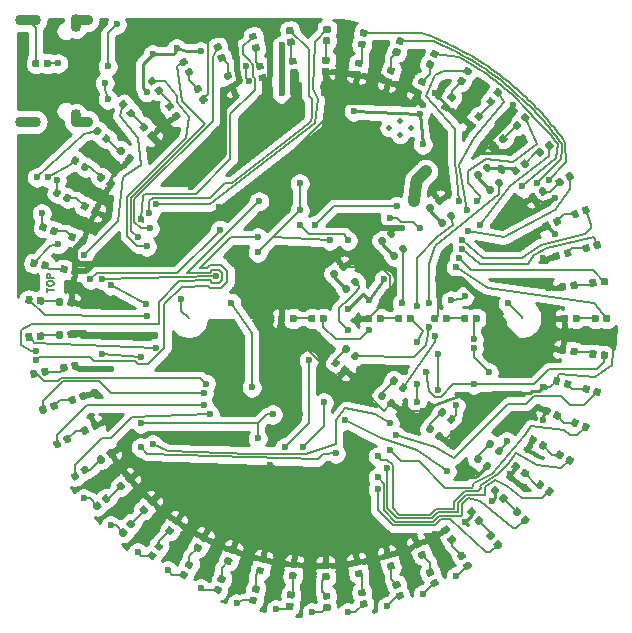
<source format=gbr>
G04 #@! TF.GenerationSoftware,KiCad,Pcbnew,5.1.5-52549c5~84~ubuntu18.04.1*
G04 #@! TF.CreationDate,2020-02-24T22:50:41+01:00*
G04 #@! TF.ProjectId,chase,63686173-652e-46b6-9963-61645f706362,rev?*
G04 #@! TF.SameCoordinates,Original*
G04 #@! TF.FileFunction,Copper,L1,Top*
G04 #@! TF.FilePolarity,Positive*
%FSLAX46Y46*%
G04 Gerber Fmt 4.6, Leading zero omitted, Abs format (unit mm)*
G04 Created by KiCad (PCBNEW 5.1.5-52549c5~84~ubuntu18.04.1) date 2020-02-24 22:50:41*
%MOMM*%
%LPD*%
G04 APERTURE LIST*
%ADD10C,0.150000*%
%ADD11C,0.100000*%
%ADD12O,2.200000X0.900000*%
%ADD13O,1.900000X0.900000*%
%ADD14O,0.900000X1.500000*%
%ADD15C,0.500000*%
%ADD16C,0.600000*%
%ADD17C,0.250000*%
%ADD18C,1.000000*%
%ADD19C,0.500000*%
%ADD20C,0.750000*%
%ADD21C,0.200000*%
%ADD22C,0.254000*%
G04 APERTURE END LIST*
D10*
X103850428Y-124522714D02*
X103850428Y-124179857D01*
X104450428Y-124351285D02*
X103850428Y-124351285D01*
X103850428Y-123865571D02*
X103850428Y-123751285D01*
X103879000Y-123694142D01*
X103936142Y-123637000D01*
X104050428Y-123608428D01*
X104250428Y-123608428D01*
X104364714Y-123637000D01*
X104421857Y-123694142D01*
X104450428Y-123751285D01*
X104450428Y-123865571D01*
X104421857Y-123922714D01*
X104364714Y-123979857D01*
X104250428Y-124008428D01*
X104050428Y-124008428D01*
X103936142Y-123979857D01*
X103879000Y-123922714D01*
X103850428Y-123865571D01*
X104450428Y-123351285D02*
X103850428Y-123351285D01*
X103850428Y-123122714D01*
X103879000Y-123065571D01*
X103907571Y-123037000D01*
X103964714Y-123008428D01*
X104050428Y-123008428D01*
X104107571Y-123037000D01*
X104136142Y-123065571D01*
X104164714Y-123122714D01*
X104164714Y-123351285D01*
G04 #@! TA.AperFunction,SMDPad,CuDef*
D11*
G36*
X103093958Y-104875710D02*
G01*
X103108276Y-104877834D01*
X103122317Y-104881351D01*
X103135946Y-104886228D01*
X103149031Y-104892417D01*
X103161447Y-104899858D01*
X103173073Y-104908481D01*
X103183798Y-104918202D01*
X103193519Y-104928927D01*
X103202142Y-104940553D01*
X103209583Y-104952969D01*
X103215772Y-104966054D01*
X103220649Y-104979683D01*
X103224166Y-104993724D01*
X103226290Y-105008042D01*
X103227000Y-105022500D01*
X103227000Y-105367500D01*
X103226290Y-105381958D01*
X103224166Y-105396276D01*
X103220649Y-105410317D01*
X103215772Y-105423946D01*
X103209583Y-105437031D01*
X103202142Y-105449447D01*
X103193519Y-105461073D01*
X103183798Y-105471798D01*
X103173073Y-105481519D01*
X103161447Y-105490142D01*
X103149031Y-105497583D01*
X103135946Y-105503772D01*
X103122317Y-105508649D01*
X103108276Y-105512166D01*
X103093958Y-105514290D01*
X103079500Y-105515000D01*
X102784500Y-105515000D01*
X102770042Y-105514290D01*
X102755724Y-105512166D01*
X102741683Y-105508649D01*
X102728054Y-105503772D01*
X102714969Y-105497583D01*
X102702553Y-105490142D01*
X102690927Y-105481519D01*
X102680202Y-105471798D01*
X102670481Y-105461073D01*
X102661858Y-105449447D01*
X102654417Y-105437031D01*
X102648228Y-105423946D01*
X102643351Y-105410317D01*
X102639834Y-105396276D01*
X102637710Y-105381958D01*
X102637000Y-105367500D01*
X102637000Y-105022500D01*
X102637710Y-105008042D01*
X102639834Y-104993724D01*
X102643351Y-104979683D01*
X102648228Y-104966054D01*
X102654417Y-104952969D01*
X102661858Y-104940553D01*
X102670481Y-104928927D01*
X102680202Y-104918202D01*
X102690927Y-104908481D01*
X102702553Y-104899858D01*
X102714969Y-104892417D01*
X102728054Y-104886228D01*
X102741683Y-104881351D01*
X102755724Y-104877834D01*
X102770042Y-104875710D01*
X102784500Y-104875000D01*
X103079500Y-104875000D01*
X103093958Y-104875710D01*
G37*
G04 #@! TD.AperFunction*
G04 #@! TA.AperFunction,SMDPad,CuDef*
G36*
X104063958Y-104875710D02*
G01*
X104078276Y-104877834D01*
X104092317Y-104881351D01*
X104105946Y-104886228D01*
X104119031Y-104892417D01*
X104131447Y-104899858D01*
X104143073Y-104908481D01*
X104153798Y-104918202D01*
X104163519Y-104928927D01*
X104172142Y-104940553D01*
X104179583Y-104952969D01*
X104185772Y-104966054D01*
X104190649Y-104979683D01*
X104194166Y-104993724D01*
X104196290Y-105008042D01*
X104197000Y-105022500D01*
X104197000Y-105367500D01*
X104196290Y-105381958D01*
X104194166Y-105396276D01*
X104190649Y-105410317D01*
X104185772Y-105423946D01*
X104179583Y-105437031D01*
X104172142Y-105449447D01*
X104163519Y-105461073D01*
X104153798Y-105471798D01*
X104143073Y-105481519D01*
X104131447Y-105490142D01*
X104119031Y-105497583D01*
X104105946Y-105503772D01*
X104092317Y-105508649D01*
X104078276Y-105512166D01*
X104063958Y-105514290D01*
X104049500Y-105515000D01*
X103754500Y-105515000D01*
X103740042Y-105514290D01*
X103725724Y-105512166D01*
X103711683Y-105508649D01*
X103698054Y-105503772D01*
X103684969Y-105497583D01*
X103672553Y-105490142D01*
X103660927Y-105481519D01*
X103650202Y-105471798D01*
X103640481Y-105461073D01*
X103631858Y-105449447D01*
X103624417Y-105437031D01*
X103618228Y-105423946D01*
X103613351Y-105410317D01*
X103609834Y-105396276D01*
X103607710Y-105381958D01*
X103607000Y-105367500D01*
X103607000Y-105022500D01*
X103607710Y-105008042D01*
X103609834Y-104993724D01*
X103613351Y-104979683D01*
X103618228Y-104966054D01*
X103624417Y-104952969D01*
X103631858Y-104940553D01*
X103640481Y-104928927D01*
X103650202Y-104918202D01*
X103660927Y-104908481D01*
X103672553Y-104899858D01*
X103684969Y-104892417D01*
X103698054Y-104886228D01*
X103711683Y-104881351D01*
X103725724Y-104877834D01*
X103740042Y-104875710D01*
X103754500Y-104875000D01*
X104049500Y-104875000D01*
X104063958Y-104875710D01*
G37*
G04 #@! TD.AperFunction*
G04 #@! TA.AperFunction,SMDPad,CuDef*
G36*
X149421720Y-135610580D02*
G01*
X149436056Y-135612579D01*
X149450127Y-135615973D01*
X149463799Y-135620730D01*
X149737318Y-135731239D01*
X149750456Y-135737314D01*
X149762936Y-135744647D01*
X149774638Y-135753168D01*
X149785447Y-135762795D01*
X149795261Y-135773435D01*
X149803985Y-135784985D01*
X149811535Y-135797336D01*
X149817837Y-135810366D01*
X149822833Y-135823952D01*
X149826472Y-135837962D01*
X149828721Y-135852261D01*
X149829557Y-135866712D01*
X149828973Y-135881175D01*
X149826974Y-135895511D01*
X149823580Y-135909583D01*
X149818823Y-135923253D01*
X149689584Y-136243132D01*
X149683509Y-136256271D01*
X149676176Y-136268751D01*
X149667655Y-136280452D01*
X149658029Y-136291262D01*
X149647389Y-136301076D01*
X149635838Y-136309800D01*
X149623488Y-136317350D01*
X149610457Y-136323652D01*
X149596871Y-136328648D01*
X149582861Y-136332287D01*
X149568562Y-136334536D01*
X149554111Y-136335372D01*
X149539648Y-136334788D01*
X149525312Y-136332789D01*
X149511241Y-136329395D01*
X149497569Y-136324638D01*
X149224050Y-136214129D01*
X149210912Y-136208054D01*
X149198432Y-136200721D01*
X149186730Y-136192200D01*
X149175921Y-136182573D01*
X149166107Y-136171933D01*
X149157383Y-136160383D01*
X149149833Y-136148032D01*
X149143531Y-136135002D01*
X149138535Y-136121416D01*
X149134896Y-136107406D01*
X149132647Y-136093107D01*
X149131811Y-136078656D01*
X149132395Y-136064193D01*
X149134394Y-136049857D01*
X149137788Y-136035785D01*
X149142545Y-136022115D01*
X149271784Y-135702236D01*
X149277859Y-135689097D01*
X149285192Y-135676617D01*
X149293713Y-135664916D01*
X149303339Y-135654106D01*
X149313979Y-135644292D01*
X149325530Y-135635568D01*
X149337880Y-135628018D01*
X149350911Y-135621716D01*
X149364497Y-135616720D01*
X149378507Y-135613081D01*
X149392806Y-135610832D01*
X149407257Y-135609996D01*
X149421720Y-135610580D01*
G37*
G04 #@! TD.AperFunction*
G04 #@! TA.AperFunction,SMDPad,CuDef*
G36*
X148522352Y-135247212D02*
G01*
X148536688Y-135249211D01*
X148550759Y-135252605D01*
X148564431Y-135257362D01*
X148837950Y-135367871D01*
X148851088Y-135373946D01*
X148863568Y-135381279D01*
X148875270Y-135389800D01*
X148886079Y-135399427D01*
X148895893Y-135410067D01*
X148904617Y-135421617D01*
X148912167Y-135433968D01*
X148918469Y-135446998D01*
X148923465Y-135460584D01*
X148927104Y-135474594D01*
X148929353Y-135488893D01*
X148930189Y-135503344D01*
X148929605Y-135517807D01*
X148927606Y-135532143D01*
X148924212Y-135546215D01*
X148919455Y-135559885D01*
X148790216Y-135879764D01*
X148784141Y-135892903D01*
X148776808Y-135905383D01*
X148768287Y-135917084D01*
X148758661Y-135927894D01*
X148748021Y-135937708D01*
X148736470Y-135946432D01*
X148724120Y-135953982D01*
X148711089Y-135960284D01*
X148697503Y-135965280D01*
X148683493Y-135968919D01*
X148669194Y-135971168D01*
X148654743Y-135972004D01*
X148640280Y-135971420D01*
X148625944Y-135969421D01*
X148611873Y-135966027D01*
X148598201Y-135961270D01*
X148324682Y-135850761D01*
X148311544Y-135844686D01*
X148299064Y-135837353D01*
X148287362Y-135828832D01*
X148276553Y-135819205D01*
X148266739Y-135808565D01*
X148258015Y-135797015D01*
X148250465Y-135784664D01*
X148244163Y-135771634D01*
X148239167Y-135758048D01*
X148235528Y-135744038D01*
X148233279Y-135729739D01*
X148232443Y-135715288D01*
X148233027Y-135700825D01*
X148235026Y-135686489D01*
X148238420Y-135672417D01*
X148243177Y-135658747D01*
X148372416Y-135338868D01*
X148378491Y-135325729D01*
X148385824Y-135313249D01*
X148394345Y-135301548D01*
X148403971Y-135290738D01*
X148414611Y-135280924D01*
X148426162Y-135272200D01*
X148438512Y-135264650D01*
X148451543Y-135258348D01*
X148465129Y-135253352D01*
X148479139Y-135249713D01*
X148493438Y-135247464D01*
X148507889Y-135246628D01*
X148522352Y-135247212D01*
G37*
G04 #@! TD.AperFunction*
G04 #@! TA.AperFunction,SMDPad,CuDef*
G36*
X131287958Y-126465710D02*
G01*
X131302276Y-126467834D01*
X131316317Y-126471351D01*
X131329946Y-126476228D01*
X131343031Y-126482417D01*
X131355447Y-126489858D01*
X131367073Y-126498481D01*
X131377798Y-126508202D01*
X131387519Y-126518927D01*
X131396142Y-126530553D01*
X131403583Y-126542969D01*
X131409772Y-126556054D01*
X131414649Y-126569683D01*
X131418166Y-126583724D01*
X131420290Y-126598042D01*
X131421000Y-126612500D01*
X131421000Y-126957500D01*
X131420290Y-126971958D01*
X131418166Y-126986276D01*
X131414649Y-127000317D01*
X131409772Y-127013946D01*
X131403583Y-127027031D01*
X131396142Y-127039447D01*
X131387519Y-127051073D01*
X131377798Y-127061798D01*
X131367073Y-127071519D01*
X131355447Y-127080142D01*
X131343031Y-127087583D01*
X131329946Y-127093772D01*
X131316317Y-127098649D01*
X131302276Y-127102166D01*
X131287958Y-127104290D01*
X131273500Y-127105000D01*
X130978500Y-127105000D01*
X130964042Y-127104290D01*
X130949724Y-127102166D01*
X130935683Y-127098649D01*
X130922054Y-127093772D01*
X130908969Y-127087583D01*
X130896553Y-127080142D01*
X130884927Y-127071519D01*
X130874202Y-127061798D01*
X130864481Y-127051073D01*
X130855858Y-127039447D01*
X130848417Y-127027031D01*
X130842228Y-127013946D01*
X130837351Y-127000317D01*
X130833834Y-126986276D01*
X130831710Y-126971958D01*
X130831000Y-126957500D01*
X130831000Y-126612500D01*
X130831710Y-126598042D01*
X130833834Y-126583724D01*
X130837351Y-126569683D01*
X130842228Y-126556054D01*
X130848417Y-126542969D01*
X130855858Y-126530553D01*
X130864481Y-126518927D01*
X130874202Y-126508202D01*
X130884927Y-126498481D01*
X130896553Y-126489858D01*
X130908969Y-126482417D01*
X130922054Y-126476228D01*
X130935683Y-126471351D01*
X130949724Y-126467834D01*
X130964042Y-126465710D01*
X130978500Y-126465000D01*
X131273500Y-126465000D01*
X131287958Y-126465710D01*
G37*
G04 #@! TD.AperFunction*
G04 #@! TA.AperFunction,SMDPad,CuDef*
G36*
X132257958Y-126465710D02*
G01*
X132272276Y-126467834D01*
X132286317Y-126471351D01*
X132299946Y-126476228D01*
X132313031Y-126482417D01*
X132325447Y-126489858D01*
X132337073Y-126498481D01*
X132347798Y-126508202D01*
X132357519Y-126518927D01*
X132366142Y-126530553D01*
X132373583Y-126542969D01*
X132379772Y-126556054D01*
X132384649Y-126569683D01*
X132388166Y-126583724D01*
X132390290Y-126598042D01*
X132391000Y-126612500D01*
X132391000Y-126957500D01*
X132390290Y-126971958D01*
X132388166Y-126986276D01*
X132384649Y-127000317D01*
X132379772Y-127013946D01*
X132373583Y-127027031D01*
X132366142Y-127039447D01*
X132357519Y-127051073D01*
X132347798Y-127061798D01*
X132337073Y-127071519D01*
X132325447Y-127080142D01*
X132313031Y-127087583D01*
X132299946Y-127093772D01*
X132286317Y-127098649D01*
X132272276Y-127102166D01*
X132257958Y-127104290D01*
X132243500Y-127105000D01*
X131948500Y-127105000D01*
X131934042Y-127104290D01*
X131919724Y-127102166D01*
X131905683Y-127098649D01*
X131892054Y-127093772D01*
X131878969Y-127087583D01*
X131866553Y-127080142D01*
X131854927Y-127071519D01*
X131844202Y-127061798D01*
X131834481Y-127051073D01*
X131825858Y-127039447D01*
X131818417Y-127027031D01*
X131812228Y-127013946D01*
X131807351Y-127000317D01*
X131803834Y-126986276D01*
X131801710Y-126971958D01*
X131801000Y-126957500D01*
X131801000Y-126612500D01*
X131801710Y-126598042D01*
X131803834Y-126583724D01*
X131807351Y-126569683D01*
X131812228Y-126556054D01*
X131818417Y-126542969D01*
X131825858Y-126530553D01*
X131834481Y-126518927D01*
X131844202Y-126508202D01*
X131854927Y-126498481D01*
X131866553Y-126489858D01*
X131878969Y-126482417D01*
X131892054Y-126476228D01*
X131905683Y-126471351D01*
X131919724Y-126467834D01*
X131934042Y-126465710D01*
X131948500Y-126465000D01*
X132243500Y-126465000D01*
X132257958Y-126465710D01*
G37*
G04 #@! TD.AperFunction*
G04 #@! TA.AperFunction,SMDPad,CuDef*
G36*
X136875958Y-126465710D02*
G01*
X136890276Y-126467834D01*
X136904317Y-126471351D01*
X136917946Y-126476228D01*
X136931031Y-126482417D01*
X136943447Y-126489858D01*
X136955073Y-126498481D01*
X136965798Y-126508202D01*
X136975519Y-126518927D01*
X136984142Y-126530553D01*
X136991583Y-126542969D01*
X136997772Y-126556054D01*
X137002649Y-126569683D01*
X137006166Y-126583724D01*
X137008290Y-126598042D01*
X137009000Y-126612500D01*
X137009000Y-126957500D01*
X137008290Y-126971958D01*
X137006166Y-126986276D01*
X137002649Y-127000317D01*
X136997772Y-127013946D01*
X136991583Y-127027031D01*
X136984142Y-127039447D01*
X136975519Y-127051073D01*
X136965798Y-127061798D01*
X136955073Y-127071519D01*
X136943447Y-127080142D01*
X136931031Y-127087583D01*
X136917946Y-127093772D01*
X136904317Y-127098649D01*
X136890276Y-127102166D01*
X136875958Y-127104290D01*
X136861500Y-127105000D01*
X136566500Y-127105000D01*
X136552042Y-127104290D01*
X136537724Y-127102166D01*
X136523683Y-127098649D01*
X136510054Y-127093772D01*
X136496969Y-127087583D01*
X136484553Y-127080142D01*
X136472927Y-127071519D01*
X136462202Y-127061798D01*
X136452481Y-127051073D01*
X136443858Y-127039447D01*
X136436417Y-127027031D01*
X136430228Y-127013946D01*
X136425351Y-127000317D01*
X136421834Y-126986276D01*
X136419710Y-126971958D01*
X136419000Y-126957500D01*
X136419000Y-126612500D01*
X136419710Y-126598042D01*
X136421834Y-126583724D01*
X136425351Y-126569683D01*
X136430228Y-126556054D01*
X136436417Y-126542969D01*
X136443858Y-126530553D01*
X136452481Y-126518927D01*
X136462202Y-126508202D01*
X136472927Y-126498481D01*
X136484553Y-126489858D01*
X136496969Y-126482417D01*
X136510054Y-126476228D01*
X136523683Y-126471351D01*
X136537724Y-126467834D01*
X136552042Y-126465710D01*
X136566500Y-126465000D01*
X136861500Y-126465000D01*
X136875958Y-126465710D01*
G37*
G04 #@! TD.AperFunction*
G04 #@! TA.AperFunction,SMDPad,CuDef*
G36*
X137845958Y-126465710D02*
G01*
X137860276Y-126467834D01*
X137874317Y-126471351D01*
X137887946Y-126476228D01*
X137901031Y-126482417D01*
X137913447Y-126489858D01*
X137925073Y-126498481D01*
X137935798Y-126508202D01*
X137945519Y-126518927D01*
X137954142Y-126530553D01*
X137961583Y-126542969D01*
X137967772Y-126556054D01*
X137972649Y-126569683D01*
X137976166Y-126583724D01*
X137978290Y-126598042D01*
X137979000Y-126612500D01*
X137979000Y-126957500D01*
X137978290Y-126971958D01*
X137976166Y-126986276D01*
X137972649Y-127000317D01*
X137967772Y-127013946D01*
X137961583Y-127027031D01*
X137954142Y-127039447D01*
X137945519Y-127051073D01*
X137935798Y-127061798D01*
X137925073Y-127071519D01*
X137913447Y-127080142D01*
X137901031Y-127087583D01*
X137887946Y-127093772D01*
X137874317Y-127098649D01*
X137860276Y-127102166D01*
X137845958Y-127104290D01*
X137831500Y-127105000D01*
X137536500Y-127105000D01*
X137522042Y-127104290D01*
X137507724Y-127102166D01*
X137493683Y-127098649D01*
X137480054Y-127093772D01*
X137466969Y-127087583D01*
X137454553Y-127080142D01*
X137442927Y-127071519D01*
X137432202Y-127061798D01*
X137422481Y-127051073D01*
X137413858Y-127039447D01*
X137406417Y-127027031D01*
X137400228Y-127013946D01*
X137395351Y-127000317D01*
X137391834Y-126986276D01*
X137389710Y-126971958D01*
X137389000Y-126957500D01*
X137389000Y-126612500D01*
X137389710Y-126598042D01*
X137391834Y-126583724D01*
X137395351Y-126569683D01*
X137400228Y-126556054D01*
X137406417Y-126542969D01*
X137413858Y-126530553D01*
X137422481Y-126518927D01*
X137432202Y-126508202D01*
X137442927Y-126498481D01*
X137454553Y-126489858D01*
X137466969Y-126482417D01*
X137480054Y-126476228D01*
X137493683Y-126471351D01*
X137507724Y-126467834D01*
X137522042Y-126465710D01*
X137536500Y-126465000D01*
X137831500Y-126465000D01*
X137845958Y-126465710D01*
G37*
G04 #@! TD.AperFunction*
G04 #@! TA.AperFunction,SMDPad,CuDef*
G36*
X141136714Y-138895085D02*
G01*
X141151108Y-138896614D01*
X141165283Y-138899546D01*
X141179102Y-138903854D01*
X141192433Y-138909495D01*
X141205146Y-138916416D01*
X141217119Y-138924549D01*
X141452717Y-139102084D01*
X141463836Y-139111352D01*
X141473993Y-139121665D01*
X141483090Y-139132924D01*
X141491040Y-139145021D01*
X141497766Y-139157838D01*
X141503203Y-139171253D01*
X141507299Y-139185137D01*
X141510014Y-139199355D01*
X141511323Y-139213770D01*
X141511213Y-139228245D01*
X141509684Y-139242639D01*
X141506752Y-139256814D01*
X141502444Y-139270633D01*
X141496803Y-139283963D01*
X141489882Y-139296677D01*
X141481749Y-139308651D01*
X141274123Y-139584180D01*
X141264855Y-139595299D01*
X141254542Y-139605455D01*
X141243282Y-139614553D01*
X141231186Y-139622502D01*
X141218368Y-139629228D01*
X141204953Y-139634665D01*
X141191070Y-139638761D01*
X141176852Y-139641477D01*
X141162436Y-139642785D01*
X141147962Y-139642675D01*
X141133568Y-139641146D01*
X141119393Y-139638214D01*
X141105574Y-139633906D01*
X141092243Y-139628265D01*
X141079530Y-139621344D01*
X141067557Y-139613211D01*
X140831959Y-139435676D01*
X140820840Y-139426408D01*
X140810683Y-139416095D01*
X140801586Y-139404836D01*
X140793636Y-139392739D01*
X140786910Y-139379922D01*
X140781473Y-139366507D01*
X140777377Y-139352623D01*
X140774662Y-139338405D01*
X140773353Y-139323990D01*
X140773463Y-139309515D01*
X140774992Y-139295121D01*
X140777924Y-139280946D01*
X140782232Y-139267127D01*
X140787873Y-139253797D01*
X140794794Y-139241083D01*
X140802927Y-139229109D01*
X141010553Y-138953580D01*
X141019821Y-138942461D01*
X141030134Y-138932305D01*
X141041394Y-138923207D01*
X141053490Y-138915258D01*
X141066308Y-138908532D01*
X141079723Y-138903095D01*
X141093606Y-138898999D01*
X141107824Y-138896283D01*
X141122240Y-138894975D01*
X141136714Y-138895085D01*
G37*
G04 #@! TD.AperFunction*
G04 #@! TA.AperFunction,SMDPad,CuDef*
G36*
X140362038Y-138311325D02*
G01*
X140376432Y-138312854D01*
X140390607Y-138315786D01*
X140404426Y-138320094D01*
X140417757Y-138325735D01*
X140430470Y-138332656D01*
X140442443Y-138340789D01*
X140678041Y-138518324D01*
X140689160Y-138527592D01*
X140699317Y-138537905D01*
X140708414Y-138549164D01*
X140716364Y-138561261D01*
X140723090Y-138574078D01*
X140728527Y-138587493D01*
X140732623Y-138601377D01*
X140735338Y-138615595D01*
X140736647Y-138630010D01*
X140736537Y-138644485D01*
X140735008Y-138658879D01*
X140732076Y-138673054D01*
X140727768Y-138686873D01*
X140722127Y-138700203D01*
X140715206Y-138712917D01*
X140707073Y-138724891D01*
X140499447Y-139000420D01*
X140490179Y-139011539D01*
X140479866Y-139021695D01*
X140468606Y-139030793D01*
X140456510Y-139038742D01*
X140443692Y-139045468D01*
X140430277Y-139050905D01*
X140416394Y-139055001D01*
X140402176Y-139057717D01*
X140387760Y-139059025D01*
X140373286Y-139058915D01*
X140358892Y-139057386D01*
X140344717Y-139054454D01*
X140330898Y-139050146D01*
X140317567Y-139044505D01*
X140304854Y-139037584D01*
X140292881Y-139029451D01*
X140057283Y-138851916D01*
X140046164Y-138842648D01*
X140036007Y-138832335D01*
X140026910Y-138821076D01*
X140018960Y-138808979D01*
X140012234Y-138796162D01*
X140006797Y-138782747D01*
X140002701Y-138768863D01*
X139999986Y-138754645D01*
X139998677Y-138740230D01*
X139998787Y-138725755D01*
X140000316Y-138711361D01*
X140003248Y-138697186D01*
X140007556Y-138683367D01*
X140013197Y-138670037D01*
X140020118Y-138657323D01*
X140028251Y-138645349D01*
X140235877Y-138369820D01*
X140245145Y-138358701D01*
X140255458Y-138348545D01*
X140266718Y-138339447D01*
X140278814Y-138331498D01*
X140291632Y-138324772D01*
X140305047Y-138319335D01*
X140318930Y-138315239D01*
X140333148Y-138312523D01*
X140347564Y-138311215D01*
X140362038Y-138311325D01*
G37*
G04 #@! TD.AperFunction*
G04 #@! TA.AperFunction,SMDPad,CuDef*
G36*
X137072714Y-136355085D02*
G01*
X137087108Y-136356614D01*
X137101283Y-136359546D01*
X137115102Y-136363854D01*
X137128433Y-136369495D01*
X137141146Y-136376416D01*
X137153119Y-136384549D01*
X137388717Y-136562084D01*
X137399836Y-136571352D01*
X137409993Y-136581665D01*
X137419090Y-136592924D01*
X137427040Y-136605021D01*
X137433766Y-136617838D01*
X137439203Y-136631253D01*
X137443299Y-136645137D01*
X137446014Y-136659355D01*
X137447323Y-136673770D01*
X137447213Y-136688245D01*
X137445684Y-136702639D01*
X137442752Y-136716814D01*
X137438444Y-136730633D01*
X137432803Y-136743963D01*
X137425882Y-136756677D01*
X137417749Y-136768651D01*
X137210123Y-137044180D01*
X137200855Y-137055299D01*
X137190542Y-137065455D01*
X137179282Y-137074553D01*
X137167186Y-137082502D01*
X137154368Y-137089228D01*
X137140953Y-137094665D01*
X137127070Y-137098761D01*
X137112852Y-137101477D01*
X137098436Y-137102785D01*
X137083962Y-137102675D01*
X137069568Y-137101146D01*
X137055393Y-137098214D01*
X137041574Y-137093906D01*
X137028243Y-137088265D01*
X137015530Y-137081344D01*
X137003557Y-137073211D01*
X136767959Y-136895676D01*
X136756840Y-136886408D01*
X136746683Y-136876095D01*
X136737586Y-136864836D01*
X136729636Y-136852739D01*
X136722910Y-136839922D01*
X136717473Y-136826507D01*
X136713377Y-136812623D01*
X136710662Y-136798405D01*
X136709353Y-136783990D01*
X136709463Y-136769515D01*
X136710992Y-136755121D01*
X136713924Y-136740946D01*
X136718232Y-136727127D01*
X136723873Y-136713797D01*
X136730794Y-136701083D01*
X136738927Y-136689109D01*
X136946553Y-136413580D01*
X136955821Y-136402461D01*
X136966134Y-136392305D01*
X136977394Y-136383207D01*
X136989490Y-136375258D01*
X137002308Y-136368532D01*
X137015723Y-136363095D01*
X137029606Y-136358999D01*
X137043824Y-136356283D01*
X137058240Y-136354975D01*
X137072714Y-136355085D01*
G37*
G04 #@! TD.AperFunction*
G04 #@! TA.AperFunction,SMDPad,CuDef*
G36*
X136298038Y-135771325D02*
G01*
X136312432Y-135772854D01*
X136326607Y-135775786D01*
X136340426Y-135780094D01*
X136353757Y-135785735D01*
X136366470Y-135792656D01*
X136378443Y-135800789D01*
X136614041Y-135978324D01*
X136625160Y-135987592D01*
X136635317Y-135997905D01*
X136644414Y-136009164D01*
X136652364Y-136021261D01*
X136659090Y-136034078D01*
X136664527Y-136047493D01*
X136668623Y-136061377D01*
X136671338Y-136075595D01*
X136672647Y-136090010D01*
X136672537Y-136104485D01*
X136671008Y-136118879D01*
X136668076Y-136133054D01*
X136663768Y-136146873D01*
X136658127Y-136160203D01*
X136651206Y-136172917D01*
X136643073Y-136184891D01*
X136435447Y-136460420D01*
X136426179Y-136471539D01*
X136415866Y-136481695D01*
X136404606Y-136490793D01*
X136392510Y-136498742D01*
X136379692Y-136505468D01*
X136366277Y-136510905D01*
X136352394Y-136515001D01*
X136338176Y-136517717D01*
X136323760Y-136519025D01*
X136309286Y-136518915D01*
X136294892Y-136517386D01*
X136280717Y-136514454D01*
X136266898Y-136510146D01*
X136253567Y-136504505D01*
X136240854Y-136497584D01*
X136228881Y-136489451D01*
X135993283Y-136311916D01*
X135982164Y-136302648D01*
X135972007Y-136292335D01*
X135962910Y-136281076D01*
X135954960Y-136268979D01*
X135948234Y-136256162D01*
X135942797Y-136242747D01*
X135938701Y-136228863D01*
X135935986Y-136214645D01*
X135934677Y-136200230D01*
X135934787Y-136185755D01*
X135936316Y-136171361D01*
X135939248Y-136157186D01*
X135943556Y-136143367D01*
X135949197Y-136130037D01*
X135956118Y-136117323D01*
X135964251Y-136105349D01*
X136171877Y-135829820D01*
X136181145Y-135818701D01*
X136191458Y-135808545D01*
X136202718Y-135799447D01*
X136214814Y-135791498D01*
X136227632Y-135784772D01*
X136241047Y-135779335D01*
X136254930Y-135775239D01*
X136269148Y-135772523D01*
X136283564Y-135771215D01*
X136298038Y-135771325D01*
G37*
G04 #@! TD.AperFunction*
G04 #@! TA.AperFunction,SMDPad,CuDef*
G36*
X133008714Y-133561085D02*
G01*
X133023108Y-133562614D01*
X133037283Y-133565546D01*
X133051102Y-133569854D01*
X133064433Y-133575495D01*
X133077146Y-133582416D01*
X133089119Y-133590549D01*
X133324717Y-133768084D01*
X133335836Y-133777352D01*
X133345993Y-133787665D01*
X133355090Y-133798924D01*
X133363040Y-133811021D01*
X133369766Y-133823838D01*
X133375203Y-133837253D01*
X133379299Y-133851137D01*
X133382014Y-133865355D01*
X133383323Y-133879770D01*
X133383213Y-133894245D01*
X133381684Y-133908639D01*
X133378752Y-133922814D01*
X133374444Y-133936633D01*
X133368803Y-133949963D01*
X133361882Y-133962677D01*
X133353749Y-133974651D01*
X133146123Y-134250180D01*
X133136855Y-134261299D01*
X133126542Y-134271455D01*
X133115282Y-134280553D01*
X133103186Y-134288502D01*
X133090368Y-134295228D01*
X133076953Y-134300665D01*
X133063070Y-134304761D01*
X133048852Y-134307477D01*
X133034436Y-134308785D01*
X133019962Y-134308675D01*
X133005568Y-134307146D01*
X132991393Y-134304214D01*
X132977574Y-134299906D01*
X132964243Y-134294265D01*
X132951530Y-134287344D01*
X132939557Y-134279211D01*
X132703959Y-134101676D01*
X132692840Y-134092408D01*
X132682683Y-134082095D01*
X132673586Y-134070836D01*
X132665636Y-134058739D01*
X132658910Y-134045922D01*
X132653473Y-134032507D01*
X132649377Y-134018623D01*
X132646662Y-134004405D01*
X132645353Y-133989990D01*
X132645463Y-133975515D01*
X132646992Y-133961121D01*
X132649924Y-133946946D01*
X132654232Y-133933127D01*
X132659873Y-133919797D01*
X132666794Y-133907083D01*
X132674927Y-133895109D01*
X132882553Y-133619580D01*
X132891821Y-133608461D01*
X132902134Y-133598305D01*
X132913394Y-133589207D01*
X132925490Y-133581258D01*
X132938308Y-133574532D01*
X132951723Y-133569095D01*
X132965606Y-133564999D01*
X132979824Y-133562283D01*
X132994240Y-133560975D01*
X133008714Y-133561085D01*
G37*
G04 #@! TD.AperFunction*
G04 #@! TA.AperFunction,SMDPad,CuDef*
G36*
X132234038Y-132977325D02*
G01*
X132248432Y-132978854D01*
X132262607Y-132981786D01*
X132276426Y-132986094D01*
X132289757Y-132991735D01*
X132302470Y-132998656D01*
X132314443Y-133006789D01*
X132550041Y-133184324D01*
X132561160Y-133193592D01*
X132571317Y-133203905D01*
X132580414Y-133215164D01*
X132588364Y-133227261D01*
X132595090Y-133240078D01*
X132600527Y-133253493D01*
X132604623Y-133267377D01*
X132607338Y-133281595D01*
X132608647Y-133296010D01*
X132608537Y-133310485D01*
X132607008Y-133324879D01*
X132604076Y-133339054D01*
X132599768Y-133352873D01*
X132594127Y-133366203D01*
X132587206Y-133378917D01*
X132579073Y-133390891D01*
X132371447Y-133666420D01*
X132362179Y-133677539D01*
X132351866Y-133687695D01*
X132340606Y-133696793D01*
X132328510Y-133704742D01*
X132315692Y-133711468D01*
X132302277Y-133716905D01*
X132288394Y-133721001D01*
X132274176Y-133723717D01*
X132259760Y-133725025D01*
X132245286Y-133724915D01*
X132230892Y-133723386D01*
X132216717Y-133720454D01*
X132202898Y-133716146D01*
X132189567Y-133710505D01*
X132176854Y-133703584D01*
X132164881Y-133695451D01*
X131929283Y-133517916D01*
X131918164Y-133508648D01*
X131908007Y-133498335D01*
X131898910Y-133487076D01*
X131890960Y-133474979D01*
X131884234Y-133462162D01*
X131878797Y-133448747D01*
X131874701Y-133434863D01*
X131871986Y-133420645D01*
X131870677Y-133406230D01*
X131870787Y-133391755D01*
X131872316Y-133377361D01*
X131875248Y-133363186D01*
X131879556Y-133349367D01*
X131885197Y-133336037D01*
X131892118Y-133323323D01*
X131900251Y-133311349D01*
X132107877Y-133035820D01*
X132117145Y-133024701D01*
X132127458Y-133014545D01*
X132138718Y-133005447D01*
X132150814Y-132997498D01*
X132163632Y-132990772D01*
X132177047Y-132985335D01*
X132190930Y-132981239D01*
X132205148Y-132978523D01*
X132219564Y-132977215D01*
X132234038Y-132977325D01*
G37*
G04 #@! TD.AperFunction*
G04 #@! TA.AperFunction,SMDPad,CuDef*
G36*
X129079714Y-130767085D02*
G01*
X129094108Y-130768614D01*
X129108283Y-130771546D01*
X129122102Y-130775854D01*
X129135433Y-130781495D01*
X129148146Y-130788416D01*
X129160119Y-130796549D01*
X129395717Y-130974084D01*
X129406836Y-130983352D01*
X129416993Y-130993665D01*
X129426090Y-131004924D01*
X129434040Y-131017021D01*
X129440766Y-131029838D01*
X129446203Y-131043253D01*
X129450299Y-131057137D01*
X129453014Y-131071355D01*
X129454323Y-131085770D01*
X129454213Y-131100245D01*
X129452684Y-131114639D01*
X129449752Y-131128814D01*
X129445444Y-131142633D01*
X129439803Y-131155963D01*
X129432882Y-131168677D01*
X129424749Y-131180651D01*
X129217123Y-131456180D01*
X129207855Y-131467299D01*
X129197542Y-131477455D01*
X129186282Y-131486553D01*
X129174186Y-131494502D01*
X129161368Y-131501228D01*
X129147953Y-131506665D01*
X129134070Y-131510761D01*
X129119852Y-131513477D01*
X129105436Y-131514785D01*
X129090962Y-131514675D01*
X129076568Y-131513146D01*
X129062393Y-131510214D01*
X129048574Y-131505906D01*
X129035243Y-131500265D01*
X129022530Y-131493344D01*
X129010557Y-131485211D01*
X128774959Y-131307676D01*
X128763840Y-131298408D01*
X128753683Y-131288095D01*
X128744586Y-131276836D01*
X128736636Y-131264739D01*
X128729910Y-131251922D01*
X128724473Y-131238507D01*
X128720377Y-131224623D01*
X128717662Y-131210405D01*
X128716353Y-131195990D01*
X128716463Y-131181515D01*
X128717992Y-131167121D01*
X128720924Y-131152946D01*
X128725232Y-131139127D01*
X128730873Y-131125797D01*
X128737794Y-131113083D01*
X128745927Y-131101109D01*
X128953553Y-130825580D01*
X128962821Y-130814461D01*
X128973134Y-130804305D01*
X128984394Y-130795207D01*
X128996490Y-130787258D01*
X129009308Y-130780532D01*
X129022723Y-130775095D01*
X129036606Y-130770999D01*
X129050824Y-130768283D01*
X129065240Y-130766975D01*
X129079714Y-130767085D01*
G37*
G04 #@! TD.AperFunction*
G04 #@! TA.AperFunction,SMDPad,CuDef*
G36*
X128305038Y-130183325D02*
G01*
X128319432Y-130184854D01*
X128333607Y-130187786D01*
X128347426Y-130192094D01*
X128360757Y-130197735D01*
X128373470Y-130204656D01*
X128385443Y-130212789D01*
X128621041Y-130390324D01*
X128632160Y-130399592D01*
X128642317Y-130409905D01*
X128651414Y-130421164D01*
X128659364Y-130433261D01*
X128666090Y-130446078D01*
X128671527Y-130459493D01*
X128675623Y-130473377D01*
X128678338Y-130487595D01*
X128679647Y-130502010D01*
X128679537Y-130516485D01*
X128678008Y-130530879D01*
X128675076Y-130545054D01*
X128670768Y-130558873D01*
X128665127Y-130572203D01*
X128658206Y-130584917D01*
X128650073Y-130596891D01*
X128442447Y-130872420D01*
X128433179Y-130883539D01*
X128422866Y-130893695D01*
X128411606Y-130902793D01*
X128399510Y-130910742D01*
X128386692Y-130917468D01*
X128373277Y-130922905D01*
X128359394Y-130927001D01*
X128345176Y-130929717D01*
X128330760Y-130931025D01*
X128316286Y-130930915D01*
X128301892Y-130929386D01*
X128287717Y-130926454D01*
X128273898Y-130922146D01*
X128260567Y-130916505D01*
X128247854Y-130909584D01*
X128235881Y-130901451D01*
X128000283Y-130723916D01*
X127989164Y-130714648D01*
X127979007Y-130704335D01*
X127969910Y-130693076D01*
X127961960Y-130680979D01*
X127955234Y-130668162D01*
X127949797Y-130654747D01*
X127945701Y-130640863D01*
X127942986Y-130626645D01*
X127941677Y-130612230D01*
X127941787Y-130597755D01*
X127943316Y-130583361D01*
X127946248Y-130569186D01*
X127950556Y-130555367D01*
X127956197Y-130542037D01*
X127963118Y-130529323D01*
X127971251Y-130517349D01*
X128178877Y-130241820D01*
X128188145Y-130230701D01*
X128198458Y-130220545D01*
X128209718Y-130211447D01*
X128221814Y-130203498D01*
X128234632Y-130196772D01*
X128248047Y-130191335D01*
X128261930Y-130187239D01*
X128276148Y-130184523D01*
X128290564Y-130183215D01*
X128305038Y-130183325D01*
G37*
G04 #@! TD.AperFunction*
G04 #@! TA.AperFunction,SMDPad,CuDef*
G36*
X123921958Y-126465710D02*
G01*
X123936276Y-126467834D01*
X123950317Y-126471351D01*
X123963946Y-126476228D01*
X123977031Y-126482417D01*
X123989447Y-126489858D01*
X124001073Y-126498481D01*
X124011798Y-126508202D01*
X124021519Y-126518927D01*
X124030142Y-126530553D01*
X124037583Y-126542969D01*
X124043772Y-126556054D01*
X124048649Y-126569683D01*
X124052166Y-126583724D01*
X124054290Y-126598042D01*
X124055000Y-126612500D01*
X124055000Y-126957500D01*
X124054290Y-126971958D01*
X124052166Y-126986276D01*
X124048649Y-127000317D01*
X124043772Y-127013946D01*
X124037583Y-127027031D01*
X124030142Y-127039447D01*
X124021519Y-127051073D01*
X124011798Y-127061798D01*
X124001073Y-127071519D01*
X123989447Y-127080142D01*
X123977031Y-127087583D01*
X123963946Y-127093772D01*
X123950317Y-127098649D01*
X123936276Y-127102166D01*
X123921958Y-127104290D01*
X123907500Y-127105000D01*
X123612500Y-127105000D01*
X123598042Y-127104290D01*
X123583724Y-127102166D01*
X123569683Y-127098649D01*
X123556054Y-127093772D01*
X123542969Y-127087583D01*
X123530553Y-127080142D01*
X123518927Y-127071519D01*
X123508202Y-127061798D01*
X123498481Y-127051073D01*
X123489858Y-127039447D01*
X123482417Y-127027031D01*
X123476228Y-127013946D01*
X123471351Y-127000317D01*
X123467834Y-126986276D01*
X123465710Y-126971958D01*
X123465000Y-126957500D01*
X123465000Y-126612500D01*
X123465710Y-126598042D01*
X123467834Y-126583724D01*
X123471351Y-126569683D01*
X123476228Y-126556054D01*
X123482417Y-126542969D01*
X123489858Y-126530553D01*
X123498481Y-126518927D01*
X123508202Y-126508202D01*
X123518927Y-126498481D01*
X123530553Y-126489858D01*
X123542969Y-126482417D01*
X123556054Y-126476228D01*
X123569683Y-126471351D01*
X123583724Y-126467834D01*
X123598042Y-126465710D01*
X123612500Y-126465000D01*
X123907500Y-126465000D01*
X123921958Y-126465710D01*
G37*
G04 #@! TD.AperFunction*
G04 #@! TA.AperFunction,SMDPad,CuDef*
G36*
X124891958Y-126465710D02*
G01*
X124906276Y-126467834D01*
X124920317Y-126471351D01*
X124933946Y-126476228D01*
X124947031Y-126482417D01*
X124959447Y-126489858D01*
X124971073Y-126498481D01*
X124981798Y-126508202D01*
X124991519Y-126518927D01*
X125000142Y-126530553D01*
X125007583Y-126542969D01*
X125013772Y-126556054D01*
X125018649Y-126569683D01*
X125022166Y-126583724D01*
X125024290Y-126598042D01*
X125025000Y-126612500D01*
X125025000Y-126957500D01*
X125024290Y-126971958D01*
X125022166Y-126986276D01*
X125018649Y-127000317D01*
X125013772Y-127013946D01*
X125007583Y-127027031D01*
X125000142Y-127039447D01*
X124991519Y-127051073D01*
X124981798Y-127061798D01*
X124971073Y-127071519D01*
X124959447Y-127080142D01*
X124947031Y-127087583D01*
X124933946Y-127093772D01*
X124920317Y-127098649D01*
X124906276Y-127102166D01*
X124891958Y-127104290D01*
X124877500Y-127105000D01*
X124582500Y-127105000D01*
X124568042Y-127104290D01*
X124553724Y-127102166D01*
X124539683Y-127098649D01*
X124526054Y-127093772D01*
X124512969Y-127087583D01*
X124500553Y-127080142D01*
X124488927Y-127071519D01*
X124478202Y-127061798D01*
X124468481Y-127051073D01*
X124459858Y-127039447D01*
X124452417Y-127027031D01*
X124446228Y-127013946D01*
X124441351Y-127000317D01*
X124437834Y-126986276D01*
X124435710Y-126971958D01*
X124435000Y-126957500D01*
X124435000Y-126612500D01*
X124435710Y-126598042D01*
X124437834Y-126583724D01*
X124441351Y-126569683D01*
X124446228Y-126556054D01*
X124452417Y-126542969D01*
X124459858Y-126530553D01*
X124468481Y-126518927D01*
X124478202Y-126508202D01*
X124488927Y-126498481D01*
X124500553Y-126489858D01*
X124512969Y-126482417D01*
X124526054Y-126476228D01*
X124539683Y-126471351D01*
X124553724Y-126467834D01*
X124568042Y-126465710D01*
X124582500Y-126465000D01*
X124877500Y-126465000D01*
X124891958Y-126465710D01*
G37*
G04 #@! TD.AperFunction*
G04 #@! TA.AperFunction,SMDPad,CuDef*
G36*
X128984852Y-122056524D02*
G01*
X128999070Y-122059239D01*
X129012954Y-122063335D01*
X129026369Y-122068772D01*
X129039186Y-122075498D01*
X129051283Y-122083448D01*
X129062542Y-122092545D01*
X129072855Y-122102702D01*
X129082123Y-122113820D01*
X129289749Y-122389349D01*
X129297882Y-122401323D01*
X129304803Y-122414036D01*
X129310444Y-122427367D01*
X129314752Y-122441186D01*
X129317684Y-122455361D01*
X129319213Y-122469755D01*
X129319323Y-122484229D01*
X129318015Y-122498645D01*
X129315299Y-122512863D01*
X129311203Y-122526746D01*
X129305766Y-122540161D01*
X129299040Y-122552979D01*
X129291091Y-122565075D01*
X129281993Y-122576335D01*
X129271837Y-122586648D01*
X129260717Y-122595916D01*
X129025119Y-122773451D01*
X129013146Y-122781584D01*
X129000432Y-122788505D01*
X128987102Y-122794146D01*
X128973283Y-122798454D01*
X128959108Y-122801386D01*
X128944714Y-122802915D01*
X128930239Y-122803025D01*
X128915824Y-122801716D01*
X128901606Y-122799001D01*
X128887722Y-122794905D01*
X128874307Y-122789468D01*
X128861490Y-122782742D01*
X128849393Y-122774792D01*
X128838134Y-122765695D01*
X128827821Y-122755538D01*
X128818553Y-122744420D01*
X128610927Y-122468891D01*
X128602794Y-122456917D01*
X128595873Y-122444204D01*
X128590232Y-122430873D01*
X128585924Y-122417054D01*
X128582992Y-122402879D01*
X128581463Y-122388485D01*
X128581353Y-122374011D01*
X128582661Y-122359595D01*
X128585377Y-122345377D01*
X128589473Y-122331494D01*
X128594910Y-122318079D01*
X128601636Y-122305261D01*
X128609585Y-122293165D01*
X128618683Y-122281905D01*
X128628839Y-122271592D01*
X128639959Y-122262324D01*
X128875557Y-122084789D01*
X128887530Y-122076656D01*
X128900244Y-122069735D01*
X128913574Y-122064094D01*
X128927393Y-122059786D01*
X128941568Y-122056854D01*
X128955962Y-122055325D01*
X128970437Y-122055215D01*
X128984852Y-122056524D01*
G37*
G04 #@! TD.AperFunction*
G04 #@! TA.AperFunction,SMDPad,CuDef*
G36*
X128210176Y-122640284D02*
G01*
X128224394Y-122642999D01*
X128238278Y-122647095D01*
X128251693Y-122652532D01*
X128264510Y-122659258D01*
X128276607Y-122667208D01*
X128287866Y-122676305D01*
X128298179Y-122686462D01*
X128307447Y-122697580D01*
X128515073Y-122973109D01*
X128523206Y-122985083D01*
X128530127Y-122997796D01*
X128535768Y-123011127D01*
X128540076Y-123024946D01*
X128543008Y-123039121D01*
X128544537Y-123053515D01*
X128544647Y-123067989D01*
X128543339Y-123082405D01*
X128540623Y-123096623D01*
X128536527Y-123110506D01*
X128531090Y-123123921D01*
X128524364Y-123136739D01*
X128516415Y-123148835D01*
X128507317Y-123160095D01*
X128497161Y-123170408D01*
X128486041Y-123179676D01*
X128250443Y-123357211D01*
X128238470Y-123365344D01*
X128225756Y-123372265D01*
X128212426Y-123377906D01*
X128198607Y-123382214D01*
X128184432Y-123385146D01*
X128170038Y-123386675D01*
X128155563Y-123386785D01*
X128141148Y-123385476D01*
X128126930Y-123382761D01*
X128113046Y-123378665D01*
X128099631Y-123373228D01*
X128086814Y-123366502D01*
X128074717Y-123358552D01*
X128063458Y-123349455D01*
X128053145Y-123339298D01*
X128043877Y-123328180D01*
X127836251Y-123052651D01*
X127828118Y-123040677D01*
X127821197Y-123027964D01*
X127815556Y-123014633D01*
X127811248Y-123000814D01*
X127808316Y-122986639D01*
X127806787Y-122972245D01*
X127806677Y-122957771D01*
X127807985Y-122943355D01*
X127810701Y-122929137D01*
X127814797Y-122915254D01*
X127820234Y-122901839D01*
X127826960Y-122889021D01*
X127834909Y-122876925D01*
X127844007Y-122865665D01*
X127854163Y-122855352D01*
X127865283Y-122846084D01*
X128100881Y-122668549D01*
X128112854Y-122660416D01*
X128125568Y-122653495D01*
X128138898Y-122647854D01*
X128152717Y-122643546D01*
X128166892Y-122640614D01*
X128181286Y-122639085D01*
X128195761Y-122638975D01*
X128210176Y-122640284D01*
G37*
G04 #@! TD.AperFunction*
G04 #@! TA.AperFunction,SMDPad,CuDef*
G36*
X133048852Y-119262524D02*
G01*
X133063070Y-119265239D01*
X133076954Y-119269335D01*
X133090369Y-119274772D01*
X133103186Y-119281498D01*
X133115283Y-119289448D01*
X133126542Y-119298545D01*
X133136855Y-119308702D01*
X133146123Y-119319820D01*
X133353749Y-119595349D01*
X133361882Y-119607323D01*
X133368803Y-119620036D01*
X133374444Y-119633367D01*
X133378752Y-119647186D01*
X133381684Y-119661361D01*
X133383213Y-119675755D01*
X133383323Y-119690229D01*
X133382015Y-119704645D01*
X133379299Y-119718863D01*
X133375203Y-119732746D01*
X133369766Y-119746161D01*
X133363040Y-119758979D01*
X133355091Y-119771075D01*
X133345993Y-119782335D01*
X133335837Y-119792648D01*
X133324717Y-119801916D01*
X133089119Y-119979451D01*
X133077146Y-119987584D01*
X133064432Y-119994505D01*
X133051102Y-120000146D01*
X133037283Y-120004454D01*
X133023108Y-120007386D01*
X133008714Y-120008915D01*
X132994239Y-120009025D01*
X132979824Y-120007716D01*
X132965606Y-120005001D01*
X132951722Y-120000905D01*
X132938307Y-119995468D01*
X132925490Y-119988742D01*
X132913393Y-119980792D01*
X132902134Y-119971695D01*
X132891821Y-119961538D01*
X132882553Y-119950420D01*
X132674927Y-119674891D01*
X132666794Y-119662917D01*
X132659873Y-119650204D01*
X132654232Y-119636873D01*
X132649924Y-119623054D01*
X132646992Y-119608879D01*
X132645463Y-119594485D01*
X132645353Y-119580011D01*
X132646661Y-119565595D01*
X132649377Y-119551377D01*
X132653473Y-119537494D01*
X132658910Y-119524079D01*
X132665636Y-119511261D01*
X132673585Y-119499165D01*
X132682683Y-119487905D01*
X132692839Y-119477592D01*
X132703959Y-119468324D01*
X132939557Y-119290789D01*
X132951530Y-119282656D01*
X132964244Y-119275735D01*
X132977574Y-119270094D01*
X132991393Y-119265786D01*
X133005568Y-119262854D01*
X133019962Y-119261325D01*
X133034437Y-119261215D01*
X133048852Y-119262524D01*
G37*
G04 #@! TD.AperFunction*
G04 #@! TA.AperFunction,SMDPad,CuDef*
G36*
X132274176Y-119846284D02*
G01*
X132288394Y-119848999D01*
X132302278Y-119853095D01*
X132315693Y-119858532D01*
X132328510Y-119865258D01*
X132340607Y-119873208D01*
X132351866Y-119882305D01*
X132362179Y-119892462D01*
X132371447Y-119903580D01*
X132579073Y-120179109D01*
X132587206Y-120191083D01*
X132594127Y-120203796D01*
X132599768Y-120217127D01*
X132604076Y-120230946D01*
X132607008Y-120245121D01*
X132608537Y-120259515D01*
X132608647Y-120273989D01*
X132607339Y-120288405D01*
X132604623Y-120302623D01*
X132600527Y-120316506D01*
X132595090Y-120329921D01*
X132588364Y-120342739D01*
X132580415Y-120354835D01*
X132571317Y-120366095D01*
X132561161Y-120376408D01*
X132550041Y-120385676D01*
X132314443Y-120563211D01*
X132302470Y-120571344D01*
X132289756Y-120578265D01*
X132276426Y-120583906D01*
X132262607Y-120588214D01*
X132248432Y-120591146D01*
X132234038Y-120592675D01*
X132219563Y-120592785D01*
X132205148Y-120591476D01*
X132190930Y-120588761D01*
X132177046Y-120584665D01*
X132163631Y-120579228D01*
X132150814Y-120572502D01*
X132138717Y-120564552D01*
X132127458Y-120555455D01*
X132117145Y-120545298D01*
X132107877Y-120534180D01*
X131900251Y-120258651D01*
X131892118Y-120246677D01*
X131885197Y-120233964D01*
X131879556Y-120220633D01*
X131875248Y-120206814D01*
X131872316Y-120192639D01*
X131870787Y-120178245D01*
X131870677Y-120163771D01*
X131871985Y-120149355D01*
X131874701Y-120135137D01*
X131878797Y-120121254D01*
X131884234Y-120107839D01*
X131890960Y-120095021D01*
X131898909Y-120082925D01*
X131908007Y-120071665D01*
X131918163Y-120061352D01*
X131929283Y-120052084D01*
X132164881Y-119874549D01*
X132176854Y-119866416D01*
X132189568Y-119859495D01*
X132202898Y-119853854D01*
X132216717Y-119849546D01*
X132230892Y-119846614D01*
X132245286Y-119845085D01*
X132259761Y-119844975D01*
X132274176Y-119846284D01*
G37*
G04 #@! TD.AperFunction*
G04 #@! TA.AperFunction,SMDPad,CuDef*
G36*
X137112852Y-116468524D02*
G01*
X137127070Y-116471239D01*
X137140954Y-116475335D01*
X137154369Y-116480772D01*
X137167186Y-116487498D01*
X137179283Y-116495448D01*
X137190542Y-116504545D01*
X137200855Y-116514702D01*
X137210123Y-116525820D01*
X137417749Y-116801349D01*
X137425882Y-116813323D01*
X137432803Y-116826036D01*
X137438444Y-116839367D01*
X137442752Y-116853186D01*
X137445684Y-116867361D01*
X137447213Y-116881755D01*
X137447323Y-116896229D01*
X137446015Y-116910645D01*
X137443299Y-116924863D01*
X137439203Y-116938746D01*
X137433766Y-116952161D01*
X137427040Y-116964979D01*
X137419091Y-116977075D01*
X137409993Y-116988335D01*
X137399837Y-116998648D01*
X137388717Y-117007916D01*
X137153119Y-117185451D01*
X137141146Y-117193584D01*
X137128432Y-117200505D01*
X137115102Y-117206146D01*
X137101283Y-117210454D01*
X137087108Y-117213386D01*
X137072714Y-117214915D01*
X137058239Y-117215025D01*
X137043824Y-117213716D01*
X137029606Y-117211001D01*
X137015722Y-117206905D01*
X137002307Y-117201468D01*
X136989490Y-117194742D01*
X136977393Y-117186792D01*
X136966134Y-117177695D01*
X136955821Y-117167538D01*
X136946553Y-117156420D01*
X136738927Y-116880891D01*
X136730794Y-116868917D01*
X136723873Y-116856204D01*
X136718232Y-116842873D01*
X136713924Y-116829054D01*
X136710992Y-116814879D01*
X136709463Y-116800485D01*
X136709353Y-116786011D01*
X136710661Y-116771595D01*
X136713377Y-116757377D01*
X136717473Y-116743494D01*
X136722910Y-116730079D01*
X136729636Y-116717261D01*
X136737585Y-116705165D01*
X136746683Y-116693905D01*
X136756839Y-116683592D01*
X136767959Y-116674324D01*
X137003557Y-116496789D01*
X137015530Y-116488656D01*
X137028244Y-116481735D01*
X137041574Y-116476094D01*
X137055393Y-116471786D01*
X137069568Y-116468854D01*
X137083962Y-116467325D01*
X137098437Y-116467215D01*
X137112852Y-116468524D01*
G37*
G04 #@! TD.AperFunction*
G04 #@! TA.AperFunction,SMDPad,CuDef*
G36*
X136338176Y-117052284D02*
G01*
X136352394Y-117054999D01*
X136366278Y-117059095D01*
X136379693Y-117064532D01*
X136392510Y-117071258D01*
X136404607Y-117079208D01*
X136415866Y-117088305D01*
X136426179Y-117098462D01*
X136435447Y-117109580D01*
X136643073Y-117385109D01*
X136651206Y-117397083D01*
X136658127Y-117409796D01*
X136663768Y-117423127D01*
X136668076Y-117436946D01*
X136671008Y-117451121D01*
X136672537Y-117465515D01*
X136672647Y-117479989D01*
X136671339Y-117494405D01*
X136668623Y-117508623D01*
X136664527Y-117522506D01*
X136659090Y-117535921D01*
X136652364Y-117548739D01*
X136644415Y-117560835D01*
X136635317Y-117572095D01*
X136625161Y-117582408D01*
X136614041Y-117591676D01*
X136378443Y-117769211D01*
X136366470Y-117777344D01*
X136353756Y-117784265D01*
X136340426Y-117789906D01*
X136326607Y-117794214D01*
X136312432Y-117797146D01*
X136298038Y-117798675D01*
X136283563Y-117798785D01*
X136269148Y-117797476D01*
X136254930Y-117794761D01*
X136241046Y-117790665D01*
X136227631Y-117785228D01*
X136214814Y-117778502D01*
X136202717Y-117770552D01*
X136191458Y-117761455D01*
X136181145Y-117751298D01*
X136171877Y-117740180D01*
X135964251Y-117464651D01*
X135956118Y-117452677D01*
X135949197Y-117439964D01*
X135943556Y-117426633D01*
X135939248Y-117412814D01*
X135936316Y-117398639D01*
X135934787Y-117384245D01*
X135934677Y-117369771D01*
X135935985Y-117355355D01*
X135938701Y-117341137D01*
X135942797Y-117327254D01*
X135948234Y-117313839D01*
X135954960Y-117301021D01*
X135962909Y-117288925D01*
X135972007Y-117277665D01*
X135982163Y-117267352D01*
X135993283Y-117258084D01*
X136228881Y-117080549D01*
X136240854Y-117072416D01*
X136253568Y-117065495D01*
X136266898Y-117059854D01*
X136280717Y-117055546D01*
X136294892Y-117052614D01*
X136309286Y-117051085D01*
X136323761Y-117050975D01*
X136338176Y-117052284D01*
G37*
G04 #@! TD.AperFunction*
G04 #@! TA.AperFunction,SMDPad,CuDef*
G36*
X141176852Y-113674524D02*
G01*
X141191070Y-113677239D01*
X141204954Y-113681335D01*
X141218369Y-113686772D01*
X141231186Y-113693498D01*
X141243283Y-113701448D01*
X141254542Y-113710545D01*
X141264855Y-113720702D01*
X141274123Y-113731820D01*
X141481749Y-114007349D01*
X141489882Y-114019323D01*
X141496803Y-114032036D01*
X141502444Y-114045367D01*
X141506752Y-114059186D01*
X141509684Y-114073361D01*
X141511213Y-114087755D01*
X141511323Y-114102229D01*
X141510015Y-114116645D01*
X141507299Y-114130863D01*
X141503203Y-114144746D01*
X141497766Y-114158161D01*
X141491040Y-114170979D01*
X141483091Y-114183075D01*
X141473993Y-114194335D01*
X141463837Y-114204648D01*
X141452717Y-114213916D01*
X141217119Y-114391451D01*
X141205146Y-114399584D01*
X141192432Y-114406505D01*
X141179102Y-114412146D01*
X141165283Y-114416454D01*
X141151108Y-114419386D01*
X141136714Y-114420915D01*
X141122239Y-114421025D01*
X141107824Y-114419716D01*
X141093606Y-114417001D01*
X141079722Y-114412905D01*
X141066307Y-114407468D01*
X141053490Y-114400742D01*
X141041393Y-114392792D01*
X141030134Y-114383695D01*
X141019821Y-114373538D01*
X141010553Y-114362420D01*
X140802927Y-114086891D01*
X140794794Y-114074917D01*
X140787873Y-114062204D01*
X140782232Y-114048873D01*
X140777924Y-114035054D01*
X140774992Y-114020879D01*
X140773463Y-114006485D01*
X140773353Y-113992011D01*
X140774661Y-113977595D01*
X140777377Y-113963377D01*
X140781473Y-113949494D01*
X140786910Y-113936079D01*
X140793636Y-113923261D01*
X140801585Y-113911165D01*
X140810683Y-113899905D01*
X140820839Y-113889592D01*
X140831959Y-113880324D01*
X141067557Y-113702789D01*
X141079530Y-113694656D01*
X141092244Y-113687735D01*
X141105574Y-113682094D01*
X141119393Y-113677786D01*
X141133568Y-113674854D01*
X141147962Y-113673325D01*
X141162437Y-113673215D01*
X141176852Y-113674524D01*
G37*
G04 #@! TD.AperFunction*
G04 #@! TA.AperFunction,SMDPad,CuDef*
G36*
X140402176Y-114258284D02*
G01*
X140416394Y-114260999D01*
X140430278Y-114265095D01*
X140443693Y-114270532D01*
X140456510Y-114277258D01*
X140468607Y-114285208D01*
X140479866Y-114294305D01*
X140490179Y-114304462D01*
X140499447Y-114315580D01*
X140707073Y-114591109D01*
X140715206Y-114603083D01*
X140722127Y-114615796D01*
X140727768Y-114629127D01*
X140732076Y-114642946D01*
X140735008Y-114657121D01*
X140736537Y-114671515D01*
X140736647Y-114685989D01*
X140735339Y-114700405D01*
X140732623Y-114714623D01*
X140728527Y-114728506D01*
X140723090Y-114741921D01*
X140716364Y-114754739D01*
X140708415Y-114766835D01*
X140699317Y-114778095D01*
X140689161Y-114788408D01*
X140678041Y-114797676D01*
X140442443Y-114975211D01*
X140430470Y-114983344D01*
X140417756Y-114990265D01*
X140404426Y-114995906D01*
X140390607Y-115000214D01*
X140376432Y-115003146D01*
X140362038Y-115004675D01*
X140347563Y-115004785D01*
X140333148Y-115003476D01*
X140318930Y-115000761D01*
X140305046Y-114996665D01*
X140291631Y-114991228D01*
X140278814Y-114984502D01*
X140266717Y-114976552D01*
X140255458Y-114967455D01*
X140245145Y-114957298D01*
X140235877Y-114946180D01*
X140028251Y-114670651D01*
X140020118Y-114658677D01*
X140013197Y-114645964D01*
X140007556Y-114632633D01*
X140003248Y-114618814D01*
X140000316Y-114604639D01*
X139998787Y-114590245D01*
X139998677Y-114575771D01*
X139999985Y-114561355D01*
X140002701Y-114547137D01*
X140006797Y-114533254D01*
X140012234Y-114519839D01*
X140018960Y-114507021D01*
X140026909Y-114494925D01*
X140036007Y-114483665D01*
X140046163Y-114473352D01*
X140057283Y-114464084D01*
X140292881Y-114286549D01*
X140304854Y-114278416D01*
X140317568Y-114271495D01*
X140330898Y-114265854D01*
X140344717Y-114261546D01*
X140358892Y-114258614D01*
X140373286Y-114257085D01*
X140387761Y-114256975D01*
X140402176Y-114258284D01*
G37*
G04 #@! TD.AperFunction*
G04 #@! TA.AperFunction,SMDPad,CuDef*
G36*
X147422920Y-129123316D02*
G01*
X147715498Y-129161040D01*
X147729746Y-129163593D01*
X147743675Y-129167531D01*
X147757151Y-129172814D01*
X147770045Y-129179394D01*
X147782231Y-129187205D01*
X147793593Y-129196173D01*
X147804021Y-129206212D01*
X147813415Y-129217224D01*
X147821685Y-129229105D01*
X147828750Y-129241738D01*
X147834543Y-129255004D01*
X147839008Y-129268773D01*
X147842101Y-129282913D01*
X147843794Y-129297289D01*
X147844069Y-129311761D01*
X147842925Y-129326191D01*
X147798807Y-129668359D01*
X147796254Y-129682607D01*
X147792316Y-129696536D01*
X147787032Y-129710012D01*
X147780453Y-129722906D01*
X147772642Y-129735092D01*
X147763674Y-129746454D01*
X147753635Y-129756882D01*
X147742622Y-129766276D01*
X147730742Y-129774546D01*
X147718109Y-129781611D01*
X147704843Y-129787404D01*
X147691074Y-129791869D01*
X147676934Y-129794962D01*
X147662558Y-129796655D01*
X147648086Y-129796930D01*
X147633656Y-129795786D01*
X147341078Y-129758062D01*
X147326830Y-129755509D01*
X147312901Y-129751571D01*
X147299425Y-129746288D01*
X147286531Y-129739708D01*
X147274345Y-129731897D01*
X147262983Y-129722929D01*
X147252555Y-129712890D01*
X147243161Y-129701878D01*
X147234891Y-129689997D01*
X147227826Y-129677364D01*
X147222033Y-129664098D01*
X147217568Y-129650329D01*
X147214475Y-129636189D01*
X147212782Y-129621813D01*
X147212507Y-129607341D01*
X147213651Y-129592911D01*
X147257769Y-129250743D01*
X147260322Y-129236495D01*
X147264260Y-129222566D01*
X147269544Y-129209090D01*
X147276123Y-129196196D01*
X147283934Y-129184010D01*
X147292902Y-129172648D01*
X147302941Y-129162220D01*
X147313954Y-129152826D01*
X147325834Y-129144556D01*
X147338467Y-129137491D01*
X147351733Y-129131698D01*
X147365502Y-129127233D01*
X147379642Y-129124140D01*
X147394018Y-129122447D01*
X147408490Y-129122172D01*
X147422920Y-129123316D01*
G37*
G04 #@! TD.AperFunction*
G04 #@! TA.AperFunction,SMDPad,CuDef*
G36*
X148384956Y-129247356D02*
G01*
X148677534Y-129285080D01*
X148691782Y-129287633D01*
X148705711Y-129291571D01*
X148719187Y-129296854D01*
X148732081Y-129303434D01*
X148744267Y-129311245D01*
X148755629Y-129320213D01*
X148766057Y-129330252D01*
X148775451Y-129341264D01*
X148783721Y-129353145D01*
X148790786Y-129365778D01*
X148796579Y-129379044D01*
X148801044Y-129392813D01*
X148804137Y-129406953D01*
X148805830Y-129421329D01*
X148806105Y-129435801D01*
X148804961Y-129450231D01*
X148760843Y-129792399D01*
X148758290Y-129806647D01*
X148754352Y-129820576D01*
X148749068Y-129834052D01*
X148742489Y-129846946D01*
X148734678Y-129859132D01*
X148725710Y-129870494D01*
X148715671Y-129880922D01*
X148704658Y-129890316D01*
X148692778Y-129898586D01*
X148680145Y-129905651D01*
X148666879Y-129911444D01*
X148653110Y-129915909D01*
X148638970Y-129919002D01*
X148624594Y-129920695D01*
X148610122Y-129920970D01*
X148595692Y-129919826D01*
X148303114Y-129882102D01*
X148288866Y-129879549D01*
X148274937Y-129875611D01*
X148261461Y-129870328D01*
X148248567Y-129863748D01*
X148236381Y-129855937D01*
X148225019Y-129846969D01*
X148214591Y-129836930D01*
X148205197Y-129825918D01*
X148196927Y-129814037D01*
X148189862Y-129801404D01*
X148184069Y-129788138D01*
X148179604Y-129774369D01*
X148176511Y-129760229D01*
X148174818Y-129745853D01*
X148174543Y-129731381D01*
X148175687Y-129716951D01*
X148219805Y-129374783D01*
X148222358Y-129360535D01*
X148226296Y-129346606D01*
X148231580Y-129333130D01*
X148238159Y-129320236D01*
X148245970Y-129308050D01*
X148254938Y-129296688D01*
X148264977Y-129286260D01*
X148275990Y-129276866D01*
X148287870Y-129268596D01*
X148300503Y-129261531D01*
X148313769Y-129255738D01*
X148327538Y-129251273D01*
X148341678Y-129248180D01*
X148356054Y-129246487D01*
X148370526Y-129246212D01*
X148384956Y-129247356D01*
G37*
G04 #@! TD.AperFunction*
G04 #@! TA.AperFunction,SMDPad,CuDef*
G36*
X146925911Y-131738680D02*
G01*
X146940300Y-131740258D01*
X146954465Y-131743238D01*
X147239817Y-131818066D01*
X147253622Y-131822420D01*
X147266933Y-131828107D01*
X147279623Y-131835070D01*
X147291569Y-131843244D01*
X147302656Y-131852550D01*
X147312778Y-131862897D01*
X147321837Y-131874187D01*
X147329746Y-131886311D01*
X147336428Y-131899151D01*
X147341820Y-131912584D01*
X147345869Y-131926481D01*
X147348536Y-131940708D01*
X147349796Y-131955128D01*
X147349637Y-131969602D01*
X147348059Y-131983991D01*
X147345079Y-131998156D01*
X147257569Y-132331872D01*
X147253215Y-132345676D01*
X147247529Y-132358988D01*
X147240565Y-132371677D01*
X147232391Y-132383624D01*
X147223085Y-132394711D01*
X147212738Y-132404833D01*
X147201448Y-132413892D01*
X147189325Y-132421801D01*
X147176484Y-132428483D01*
X147163051Y-132433875D01*
X147149154Y-132437924D01*
X147134927Y-132440591D01*
X147120507Y-132441851D01*
X147106033Y-132441692D01*
X147091644Y-132440114D01*
X147077479Y-132437134D01*
X146792127Y-132362306D01*
X146778322Y-132357952D01*
X146765011Y-132352265D01*
X146752321Y-132345302D01*
X146740375Y-132337128D01*
X146729288Y-132327822D01*
X146719166Y-132317475D01*
X146710107Y-132306185D01*
X146702198Y-132294061D01*
X146695516Y-132281221D01*
X146690124Y-132267788D01*
X146686075Y-132253891D01*
X146683408Y-132239664D01*
X146682148Y-132225244D01*
X146682307Y-132210770D01*
X146683885Y-132196381D01*
X146686865Y-132182216D01*
X146774375Y-131848500D01*
X146778729Y-131834696D01*
X146784415Y-131821384D01*
X146791379Y-131808695D01*
X146799553Y-131796748D01*
X146808859Y-131785661D01*
X146819206Y-131775539D01*
X146830496Y-131766480D01*
X146842619Y-131758571D01*
X146855460Y-131751889D01*
X146868893Y-131746497D01*
X146882790Y-131742448D01*
X146897017Y-131739781D01*
X146911437Y-131738521D01*
X146925911Y-131738680D01*
G37*
G04 #@! TD.AperFunction*
G04 #@! TA.AperFunction,SMDPad,CuDef*
G36*
X147864187Y-131984724D02*
G01*
X147878576Y-131986302D01*
X147892741Y-131989282D01*
X148178093Y-132064110D01*
X148191898Y-132068464D01*
X148205209Y-132074151D01*
X148217899Y-132081114D01*
X148229845Y-132089288D01*
X148240932Y-132098594D01*
X148251054Y-132108941D01*
X148260113Y-132120231D01*
X148268022Y-132132355D01*
X148274704Y-132145195D01*
X148280096Y-132158628D01*
X148284145Y-132172525D01*
X148286812Y-132186752D01*
X148288072Y-132201172D01*
X148287913Y-132215646D01*
X148286335Y-132230035D01*
X148283355Y-132244200D01*
X148195845Y-132577916D01*
X148191491Y-132591720D01*
X148185805Y-132605032D01*
X148178841Y-132617721D01*
X148170667Y-132629668D01*
X148161361Y-132640755D01*
X148151014Y-132650877D01*
X148139724Y-132659936D01*
X148127601Y-132667845D01*
X148114760Y-132674527D01*
X148101327Y-132679919D01*
X148087430Y-132683968D01*
X148073203Y-132686635D01*
X148058783Y-132687895D01*
X148044309Y-132687736D01*
X148029920Y-132686158D01*
X148015755Y-132683178D01*
X147730403Y-132608350D01*
X147716598Y-132603996D01*
X147703287Y-132598309D01*
X147690597Y-132591346D01*
X147678651Y-132583172D01*
X147667564Y-132573866D01*
X147657442Y-132563519D01*
X147648383Y-132552229D01*
X147640474Y-132540105D01*
X147633792Y-132527265D01*
X147628400Y-132513832D01*
X147624351Y-132499935D01*
X147621684Y-132485708D01*
X147620424Y-132471288D01*
X147620583Y-132456814D01*
X147622161Y-132442425D01*
X147625141Y-132428260D01*
X147712651Y-132094544D01*
X147717005Y-132080740D01*
X147722691Y-132067428D01*
X147729655Y-132054739D01*
X147737829Y-132042792D01*
X147747135Y-132031705D01*
X147757482Y-132021583D01*
X147768772Y-132012524D01*
X147780895Y-132004615D01*
X147793736Y-131997933D01*
X147807169Y-131992541D01*
X147821066Y-131988492D01*
X147835293Y-131985825D01*
X147849713Y-131984565D01*
X147864187Y-131984724D01*
G37*
G04 #@! TD.AperFunction*
G04 #@! TA.AperFunction,SMDPad,CuDef*
G36*
X146112757Y-134271563D02*
G01*
X146127092Y-134273572D01*
X146141160Y-134276977D01*
X146154828Y-134281744D01*
X146428269Y-134392448D01*
X146441403Y-134398532D01*
X146453878Y-134405873D01*
X146465573Y-134414403D01*
X146476376Y-134424037D01*
X146486182Y-134434684D01*
X146494898Y-134446241D01*
X146502439Y-134458597D01*
X146508732Y-134471632D01*
X146513718Y-134485221D01*
X146517348Y-134499234D01*
X146519586Y-134513535D01*
X146520412Y-134527986D01*
X146519818Y-134542449D01*
X146517809Y-134556784D01*
X146514404Y-134570852D01*
X146509637Y-134584520D01*
X146380170Y-134904306D01*
X146374086Y-134917440D01*
X146366745Y-134929915D01*
X146358215Y-134941610D01*
X146348581Y-134952413D01*
X146337934Y-134962219D01*
X146326377Y-134970935D01*
X146314021Y-134978476D01*
X146300986Y-134984769D01*
X146287397Y-134989755D01*
X146273384Y-134993385D01*
X146259083Y-134995623D01*
X146244632Y-134996449D01*
X146230169Y-134995855D01*
X146215834Y-134993846D01*
X146201766Y-134990441D01*
X146188098Y-134985674D01*
X145914657Y-134874970D01*
X145901523Y-134868886D01*
X145889048Y-134861545D01*
X145877353Y-134853015D01*
X145866550Y-134843381D01*
X145856744Y-134832734D01*
X145848028Y-134821177D01*
X145840487Y-134808821D01*
X145834194Y-134795786D01*
X145829208Y-134782197D01*
X145825578Y-134768184D01*
X145823340Y-134753883D01*
X145822514Y-134739432D01*
X145823108Y-134724969D01*
X145825117Y-134710634D01*
X145828522Y-134696566D01*
X145833289Y-134682898D01*
X145962756Y-134363112D01*
X145968840Y-134349978D01*
X145976181Y-134337503D01*
X145984711Y-134325808D01*
X145994345Y-134315005D01*
X146004992Y-134305199D01*
X146016549Y-134296483D01*
X146028905Y-134288942D01*
X146041940Y-134282649D01*
X146055529Y-134277663D01*
X146069542Y-134274033D01*
X146083843Y-134271795D01*
X146098294Y-134270969D01*
X146112757Y-134271563D01*
G37*
G04 #@! TD.AperFunction*
G04 #@! TA.AperFunction,SMDPad,CuDef*
G36*
X147011867Y-134635571D02*
G01*
X147026202Y-134637580D01*
X147040270Y-134640985D01*
X147053938Y-134645752D01*
X147327379Y-134756456D01*
X147340513Y-134762540D01*
X147352988Y-134769881D01*
X147364683Y-134778411D01*
X147375486Y-134788045D01*
X147385292Y-134798692D01*
X147394008Y-134810249D01*
X147401549Y-134822605D01*
X147407842Y-134835640D01*
X147412828Y-134849229D01*
X147416458Y-134863242D01*
X147418696Y-134877543D01*
X147419522Y-134891994D01*
X147418928Y-134906457D01*
X147416919Y-134920792D01*
X147413514Y-134934860D01*
X147408747Y-134948528D01*
X147279280Y-135268314D01*
X147273196Y-135281448D01*
X147265855Y-135293923D01*
X147257325Y-135305618D01*
X147247691Y-135316421D01*
X147237044Y-135326227D01*
X147225487Y-135334943D01*
X147213131Y-135342484D01*
X147200096Y-135348777D01*
X147186507Y-135353763D01*
X147172494Y-135357393D01*
X147158193Y-135359631D01*
X147143742Y-135360457D01*
X147129279Y-135359863D01*
X147114944Y-135357854D01*
X147100876Y-135354449D01*
X147087208Y-135349682D01*
X146813767Y-135238978D01*
X146800633Y-135232894D01*
X146788158Y-135225553D01*
X146776463Y-135217023D01*
X146765660Y-135207389D01*
X146755854Y-135196742D01*
X146747138Y-135185185D01*
X146739597Y-135172829D01*
X146733304Y-135159794D01*
X146728318Y-135146205D01*
X146724688Y-135132192D01*
X146722450Y-135117891D01*
X146721624Y-135103440D01*
X146722218Y-135088977D01*
X146724227Y-135074642D01*
X146727632Y-135060574D01*
X146732399Y-135046906D01*
X146861866Y-134727120D01*
X146867950Y-134713986D01*
X146875291Y-134701511D01*
X146883821Y-134689816D01*
X146893455Y-134679013D01*
X146904102Y-134669207D01*
X146915659Y-134660491D01*
X146928015Y-134652950D01*
X146941050Y-134646657D01*
X146954639Y-134641671D01*
X146968652Y-134638041D01*
X146982953Y-134635803D01*
X146997404Y-134634977D01*
X147011867Y-134635571D01*
G37*
G04 #@! TD.AperFunction*
G04 #@! TA.AperFunction,SMDPad,CuDef*
G36*
X144982448Y-136679238D02*
G01*
X144996716Y-136681677D01*
X145010676Y-136685503D01*
X145024194Y-136690679D01*
X145037140Y-136697154D01*
X145294179Y-136841915D01*
X145306427Y-136849629D01*
X145317861Y-136858506D01*
X145328369Y-136868460D01*
X145337851Y-136879397D01*
X145346216Y-136891211D01*
X145353382Y-136903787D01*
X145359281Y-136917006D01*
X145363856Y-136930739D01*
X145367063Y-136944854D01*
X145368871Y-136959216D01*
X145369262Y-136973685D01*
X145368234Y-136988124D01*
X145365795Y-137002392D01*
X145361969Y-137016352D01*
X145356793Y-137029870D01*
X145350318Y-137042816D01*
X145181021Y-137343421D01*
X145173307Y-137355669D01*
X145164430Y-137367103D01*
X145154476Y-137377611D01*
X145143539Y-137387093D01*
X145131725Y-137395458D01*
X145119149Y-137402624D01*
X145105930Y-137408523D01*
X145092197Y-137413098D01*
X145078082Y-137416305D01*
X145063720Y-137418113D01*
X145049251Y-137418504D01*
X145034812Y-137417476D01*
X145020544Y-137415037D01*
X145006584Y-137411211D01*
X144993066Y-137406035D01*
X144980120Y-137399560D01*
X144723081Y-137254799D01*
X144710833Y-137247085D01*
X144699399Y-137238208D01*
X144688891Y-137228254D01*
X144679409Y-137217317D01*
X144671044Y-137205503D01*
X144663878Y-137192927D01*
X144657979Y-137179708D01*
X144653404Y-137165975D01*
X144650197Y-137151860D01*
X144648389Y-137137498D01*
X144647998Y-137123029D01*
X144649026Y-137108590D01*
X144651465Y-137094322D01*
X144655291Y-137080362D01*
X144660467Y-137066844D01*
X144666942Y-137053898D01*
X144836239Y-136753293D01*
X144843953Y-136741045D01*
X144852830Y-136729611D01*
X144862784Y-136719103D01*
X144873721Y-136709621D01*
X144885535Y-136701256D01*
X144898111Y-136694090D01*
X144911330Y-136688191D01*
X144925063Y-136683616D01*
X144939178Y-136680409D01*
X144953540Y-136678601D01*
X144968009Y-136678210D01*
X144982448Y-136679238D01*
G37*
G04 #@! TD.AperFunction*
G04 #@! TA.AperFunction,SMDPad,CuDef*
G36*
X145827628Y-137155234D02*
G01*
X145841896Y-137157673D01*
X145855856Y-137161499D01*
X145869374Y-137166675D01*
X145882320Y-137173150D01*
X146139359Y-137317911D01*
X146151607Y-137325625D01*
X146163041Y-137334502D01*
X146173549Y-137344456D01*
X146183031Y-137355393D01*
X146191396Y-137367207D01*
X146198562Y-137379783D01*
X146204461Y-137393002D01*
X146209036Y-137406735D01*
X146212243Y-137420850D01*
X146214051Y-137435212D01*
X146214442Y-137449681D01*
X146213414Y-137464120D01*
X146210975Y-137478388D01*
X146207149Y-137492348D01*
X146201973Y-137505866D01*
X146195498Y-137518812D01*
X146026201Y-137819417D01*
X146018487Y-137831665D01*
X146009610Y-137843099D01*
X145999656Y-137853607D01*
X145988719Y-137863089D01*
X145976905Y-137871454D01*
X145964329Y-137878620D01*
X145951110Y-137884519D01*
X145937377Y-137889094D01*
X145923262Y-137892301D01*
X145908900Y-137894109D01*
X145894431Y-137894500D01*
X145879992Y-137893472D01*
X145865724Y-137891033D01*
X145851764Y-137887207D01*
X145838246Y-137882031D01*
X145825300Y-137875556D01*
X145568261Y-137730795D01*
X145556013Y-137723081D01*
X145544579Y-137714204D01*
X145534071Y-137704250D01*
X145524589Y-137693313D01*
X145516224Y-137681499D01*
X145509058Y-137668923D01*
X145503159Y-137655704D01*
X145498584Y-137641971D01*
X145495377Y-137627856D01*
X145493569Y-137613494D01*
X145493178Y-137599025D01*
X145494206Y-137584586D01*
X145496645Y-137570318D01*
X145500471Y-137556358D01*
X145505647Y-137542840D01*
X145512122Y-137529894D01*
X145681419Y-137229289D01*
X145689133Y-137217041D01*
X145698010Y-137205607D01*
X145707964Y-137195099D01*
X145718901Y-137185617D01*
X145730715Y-137177252D01*
X145743291Y-137170086D01*
X145756510Y-137164187D01*
X145770243Y-137159612D01*
X145784358Y-137156405D01*
X145798720Y-137154597D01*
X145813189Y-137154206D01*
X145827628Y-137155234D01*
G37*
G04 #@! TD.AperFunction*
G04 #@! TA.AperFunction,SMDPad,CuDef*
G36*
X143539211Y-138920716D02*
G01*
X143553612Y-138922178D01*
X143567801Y-138925045D01*
X143581640Y-138929288D01*
X143594996Y-138934868D01*
X143607741Y-138941730D01*
X143619752Y-138949807D01*
X143856169Y-139126249D01*
X143867331Y-139135466D01*
X143877535Y-139145732D01*
X143886685Y-139156949D01*
X143894690Y-139169008D01*
X143901475Y-139181794D01*
X143906974Y-139195184D01*
X143911135Y-139209048D01*
X143913916Y-139223254D01*
X143915291Y-139237663D01*
X143915248Y-139252138D01*
X143913786Y-139266539D01*
X143910919Y-139280727D01*
X143906676Y-139294566D01*
X143901096Y-139307923D01*
X143894235Y-139320668D01*
X143886156Y-139332679D01*
X143679807Y-139609167D01*
X143670591Y-139620329D01*
X143660325Y-139630534D01*
X143649108Y-139639683D01*
X143637048Y-139647688D01*
X143624262Y-139654473D01*
X143610872Y-139659973D01*
X143597008Y-139664133D01*
X143582803Y-139666914D01*
X143568393Y-139668289D01*
X143553919Y-139668246D01*
X143539518Y-139666784D01*
X143525329Y-139663917D01*
X143511490Y-139659674D01*
X143498134Y-139654094D01*
X143485389Y-139647232D01*
X143473378Y-139639155D01*
X143236961Y-139462713D01*
X143225799Y-139453496D01*
X143215595Y-139443230D01*
X143206445Y-139432013D01*
X143198440Y-139419954D01*
X143191655Y-139407168D01*
X143186156Y-139393778D01*
X143181995Y-139379914D01*
X143179214Y-139365708D01*
X143177839Y-139351299D01*
X143177882Y-139336824D01*
X143179344Y-139322423D01*
X143182211Y-139308235D01*
X143186454Y-139294396D01*
X143192034Y-139281039D01*
X143198895Y-139268294D01*
X143206974Y-139256283D01*
X143413323Y-138979795D01*
X143422539Y-138968633D01*
X143432805Y-138958428D01*
X143444022Y-138949279D01*
X143456082Y-138941274D01*
X143468868Y-138934489D01*
X143482258Y-138928989D01*
X143496122Y-138924829D01*
X143510327Y-138922048D01*
X143524737Y-138920673D01*
X143539211Y-138920716D01*
G37*
G04 #@! TD.AperFunction*
G04 #@! TA.AperFunction,SMDPad,CuDef*
G36*
X144316583Y-139500884D02*
G01*
X144330984Y-139502346D01*
X144345173Y-139505213D01*
X144359012Y-139509456D01*
X144372368Y-139515036D01*
X144385113Y-139521898D01*
X144397124Y-139529975D01*
X144633541Y-139706417D01*
X144644703Y-139715634D01*
X144654907Y-139725900D01*
X144664057Y-139737117D01*
X144672062Y-139749176D01*
X144678847Y-139761962D01*
X144684346Y-139775352D01*
X144688507Y-139789216D01*
X144691288Y-139803422D01*
X144692663Y-139817831D01*
X144692620Y-139832306D01*
X144691158Y-139846707D01*
X144688291Y-139860895D01*
X144684048Y-139874734D01*
X144678468Y-139888091D01*
X144671607Y-139900836D01*
X144663528Y-139912847D01*
X144457179Y-140189335D01*
X144447963Y-140200497D01*
X144437697Y-140210702D01*
X144426480Y-140219851D01*
X144414420Y-140227856D01*
X144401634Y-140234641D01*
X144388244Y-140240141D01*
X144374380Y-140244301D01*
X144360175Y-140247082D01*
X144345765Y-140248457D01*
X144331291Y-140248414D01*
X144316890Y-140246952D01*
X144302701Y-140244085D01*
X144288862Y-140239842D01*
X144275506Y-140234262D01*
X144262761Y-140227400D01*
X144250750Y-140219323D01*
X144014333Y-140042881D01*
X144003171Y-140033664D01*
X143992967Y-140023398D01*
X143983817Y-140012181D01*
X143975812Y-140000122D01*
X143969027Y-139987336D01*
X143963528Y-139973946D01*
X143959367Y-139960082D01*
X143956586Y-139945876D01*
X143955211Y-139931467D01*
X143955254Y-139916992D01*
X143956716Y-139902591D01*
X143959583Y-139888403D01*
X143963826Y-139874564D01*
X143969406Y-139861207D01*
X143976267Y-139848462D01*
X143984346Y-139836451D01*
X144190695Y-139559963D01*
X144199911Y-139548801D01*
X144210177Y-139538596D01*
X144221394Y-139529447D01*
X144233454Y-139521442D01*
X144246240Y-139514657D01*
X144259630Y-139509157D01*
X144273494Y-139504997D01*
X144287699Y-139502216D01*
X144302109Y-139500841D01*
X144316583Y-139500884D01*
G37*
G04 #@! TD.AperFunction*
G04 #@! TA.AperFunction,SMDPad,CuDef*
G36*
X141835429Y-140961669D02*
G01*
X141849780Y-140963564D01*
X141863875Y-140966855D01*
X141877581Y-140971513D01*
X141890763Y-140977491D01*
X141903297Y-140984733D01*
X141915060Y-140993168D01*
X141925939Y-141002715D01*
X142137852Y-141207941D01*
X142147744Y-141218509D01*
X142156552Y-141229996D01*
X142164191Y-141242291D01*
X142170589Y-141255275D01*
X142175683Y-141268824D01*
X142179425Y-141282807D01*
X142181778Y-141297089D01*
X142182720Y-141311534D01*
X142182242Y-141326001D01*
X142180347Y-141340351D01*
X142177056Y-141354447D01*
X142172398Y-141368152D01*
X142166420Y-141381335D01*
X142159178Y-141393868D01*
X142150743Y-141405631D01*
X142141195Y-141416511D01*
X141901184Y-141664341D01*
X141890616Y-141674233D01*
X141879130Y-141683041D01*
X141866835Y-141690680D01*
X141853850Y-141697078D01*
X141840301Y-141702172D01*
X141826318Y-141705914D01*
X141812036Y-141708267D01*
X141797592Y-141709209D01*
X141783125Y-141708731D01*
X141768774Y-141706836D01*
X141754679Y-141703545D01*
X141740973Y-141698887D01*
X141727791Y-141692909D01*
X141715257Y-141685667D01*
X141703494Y-141677232D01*
X141692615Y-141667685D01*
X141480702Y-141462459D01*
X141470810Y-141451891D01*
X141462002Y-141440404D01*
X141454363Y-141428109D01*
X141447965Y-141415125D01*
X141442871Y-141401576D01*
X141439129Y-141387593D01*
X141436776Y-141373311D01*
X141435834Y-141358866D01*
X141436312Y-141344399D01*
X141438207Y-141330049D01*
X141441498Y-141315953D01*
X141446156Y-141302248D01*
X141452134Y-141289065D01*
X141459376Y-141276532D01*
X141467811Y-141264769D01*
X141477359Y-141253889D01*
X141717370Y-141006059D01*
X141727938Y-140996167D01*
X141739424Y-140987359D01*
X141751719Y-140979720D01*
X141764704Y-140973322D01*
X141778253Y-140968228D01*
X141792236Y-140964486D01*
X141806518Y-140962133D01*
X141820962Y-140961191D01*
X141835429Y-140961669D01*
G37*
G04 #@! TD.AperFunction*
G04 #@! TA.AperFunction,SMDPad,CuDef*
G36*
X142532227Y-141636481D02*
G01*
X142546578Y-141638376D01*
X142560673Y-141641667D01*
X142574379Y-141646325D01*
X142587561Y-141652303D01*
X142600095Y-141659545D01*
X142611858Y-141667980D01*
X142622737Y-141677527D01*
X142834650Y-141882753D01*
X142844542Y-141893321D01*
X142853350Y-141904808D01*
X142860989Y-141917103D01*
X142867387Y-141930087D01*
X142872481Y-141943636D01*
X142876223Y-141957619D01*
X142878576Y-141971901D01*
X142879518Y-141986346D01*
X142879040Y-142000813D01*
X142877145Y-142015163D01*
X142873854Y-142029259D01*
X142869196Y-142042964D01*
X142863218Y-142056147D01*
X142855976Y-142068680D01*
X142847541Y-142080443D01*
X142837993Y-142091323D01*
X142597982Y-142339153D01*
X142587414Y-142349045D01*
X142575928Y-142357853D01*
X142563633Y-142365492D01*
X142550648Y-142371890D01*
X142537099Y-142376984D01*
X142523116Y-142380726D01*
X142508834Y-142383079D01*
X142494390Y-142384021D01*
X142479923Y-142383543D01*
X142465572Y-142381648D01*
X142451477Y-142378357D01*
X142437771Y-142373699D01*
X142424589Y-142367721D01*
X142412055Y-142360479D01*
X142400292Y-142352044D01*
X142389413Y-142342497D01*
X142177500Y-142137271D01*
X142167608Y-142126703D01*
X142158800Y-142115216D01*
X142151161Y-142102921D01*
X142144763Y-142089937D01*
X142139669Y-142076388D01*
X142135927Y-142062405D01*
X142133574Y-142048123D01*
X142132632Y-142033678D01*
X142133110Y-142019211D01*
X142135005Y-142004861D01*
X142138296Y-141990765D01*
X142142954Y-141977060D01*
X142148932Y-141963877D01*
X142156174Y-141951344D01*
X142164609Y-141939581D01*
X142174157Y-141928701D01*
X142414168Y-141680871D01*
X142424736Y-141670979D01*
X142436222Y-141662171D01*
X142448517Y-141654532D01*
X142461502Y-141648134D01*
X142475051Y-141643040D01*
X142489034Y-141639298D01*
X142503316Y-141636945D01*
X142517760Y-141636003D01*
X142532227Y-141636481D01*
G37*
G04 #@! TD.AperFunction*
G04 #@! TA.AperFunction,SMDPad,CuDef*
G36*
X139884704Y-142767560D02*
G01*
X139898991Y-142769885D01*
X139912981Y-142773599D01*
X139926540Y-142778666D01*
X139939538Y-142785038D01*
X139951848Y-142792653D01*
X139963352Y-142801438D01*
X139973940Y-142811308D01*
X139983509Y-142822168D01*
X140167439Y-143052808D01*
X140175898Y-143064554D01*
X140183165Y-143077073D01*
X140189169Y-143090244D01*
X140193854Y-143103939D01*
X140197174Y-143118029D01*
X140199097Y-143132375D01*
X140199604Y-143146841D01*
X140198692Y-143161287D01*
X140196367Y-143175575D01*
X140192653Y-143189565D01*
X140187586Y-143203124D01*
X140181215Y-143216121D01*
X140173600Y-143228431D01*
X140164815Y-143239936D01*
X140154944Y-143250524D01*
X140144084Y-143260093D01*
X139874352Y-143475197D01*
X139862606Y-143483656D01*
X139850087Y-143490923D01*
X139836916Y-143496927D01*
X139823220Y-143501612D01*
X139809131Y-143504932D01*
X139794784Y-143506855D01*
X139780318Y-143507362D01*
X139765872Y-143506450D01*
X139751585Y-143504125D01*
X139737595Y-143500411D01*
X139724036Y-143495344D01*
X139711038Y-143488972D01*
X139698728Y-143481357D01*
X139687224Y-143472572D01*
X139676636Y-143462702D01*
X139667067Y-143451842D01*
X139483137Y-143221202D01*
X139474678Y-143209456D01*
X139467411Y-143196937D01*
X139461407Y-143183766D01*
X139456722Y-143170071D01*
X139453402Y-143155981D01*
X139451479Y-143141635D01*
X139450972Y-143127169D01*
X139451884Y-143112723D01*
X139454209Y-143098435D01*
X139457923Y-143084445D01*
X139462990Y-143070886D01*
X139469361Y-143057889D01*
X139476976Y-143045579D01*
X139485761Y-143034074D01*
X139495632Y-143023486D01*
X139506492Y-143013917D01*
X139776224Y-142798813D01*
X139787970Y-142790354D01*
X139800489Y-142783087D01*
X139813660Y-142777083D01*
X139827356Y-142772398D01*
X139841445Y-142769078D01*
X139855792Y-142767155D01*
X139870258Y-142766648D01*
X139884704Y-142767560D01*
G37*
G04 #@! TD.AperFunction*
G04 #@! TA.AperFunction,SMDPad,CuDef*
G36*
X140489490Y-143525936D02*
G01*
X140503777Y-143528261D01*
X140517767Y-143531975D01*
X140531326Y-143537042D01*
X140544324Y-143543414D01*
X140556634Y-143551029D01*
X140568138Y-143559814D01*
X140578726Y-143569684D01*
X140588295Y-143580544D01*
X140772225Y-143811184D01*
X140780684Y-143822930D01*
X140787951Y-143835449D01*
X140793955Y-143848620D01*
X140798640Y-143862315D01*
X140801960Y-143876405D01*
X140803883Y-143890751D01*
X140804390Y-143905217D01*
X140803478Y-143919663D01*
X140801153Y-143933951D01*
X140797439Y-143947941D01*
X140792372Y-143961500D01*
X140786001Y-143974497D01*
X140778386Y-143986807D01*
X140769601Y-143998312D01*
X140759730Y-144008900D01*
X140748870Y-144018469D01*
X140479138Y-144233573D01*
X140467392Y-144242032D01*
X140454873Y-144249299D01*
X140441702Y-144255303D01*
X140428006Y-144259988D01*
X140413917Y-144263308D01*
X140399570Y-144265231D01*
X140385104Y-144265738D01*
X140370658Y-144264826D01*
X140356371Y-144262501D01*
X140342381Y-144258787D01*
X140328822Y-144253720D01*
X140315824Y-144247348D01*
X140303514Y-144239733D01*
X140292010Y-144230948D01*
X140281422Y-144221078D01*
X140271853Y-144210218D01*
X140087923Y-143979578D01*
X140079464Y-143967832D01*
X140072197Y-143955313D01*
X140066193Y-143942142D01*
X140061508Y-143928447D01*
X140058188Y-143914357D01*
X140056265Y-143900011D01*
X140055758Y-143885545D01*
X140056670Y-143871099D01*
X140058995Y-143856811D01*
X140062709Y-143842821D01*
X140067776Y-143829262D01*
X140074147Y-143816265D01*
X140081762Y-143803955D01*
X140090547Y-143792450D01*
X140100418Y-143781862D01*
X140111278Y-143772293D01*
X140381010Y-143557189D01*
X140392756Y-143548730D01*
X140405275Y-143541463D01*
X140418446Y-143535459D01*
X140432142Y-143530774D01*
X140446231Y-143527454D01*
X140460578Y-143525531D01*
X140475044Y-143525024D01*
X140489490Y-143525936D01*
G37*
G04 #@! TD.AperFunction*
G04 #@! TA.AperFunction,SMDPad,CuDef*
G36*
X137719141Y-144308745D02*
G01*
X137733352Y-144311498D01*
X137747224Y-144315630D01*
X137760625Y-144321102D01*
X137773425Y-144327862D01*
X137785500Y-144335843D01*
X137796735Y-144344970D01*
X137807022Y-144355154D01*
X137816261Y-144366297D01*
X137824362Y-144378292D01*
X137977288Y-144630559D01*
X137984176Y-144643290D01*
X137989782Y-144656636D01*
X137994053Y-144670466D01*
X137996948Y-144684649D01*
X137998439Y-144699047D01*
X137998512Y-144713521D01*
X137997165Y-144727934D01*
X137994412Y-144742144D01*
X137990280Y-144756017D01*
X137984808Y-144769418D01*
X137978048Y-144782217D01*
X137970067Y-144794293D01*
X137960940Y-144805528D01*
X137950756Y-144815815D01*
X137939613Y-144825053D01*
X137927618Y-144833156D01*
X137632594Y-145012001D01*
X137619862Y-145018888D01*
X137606517Y-145024494D01*
X137592687Y-145028765D01*
X137578504Y-145031660D01*
X137564106Y-145033151D01*
X137549631Y-145033224D01*
X137535219Y-145031877D01*
X137521008Y-145029124D01*
X137507136Y-145024992D01*
X137493735Y-145019520D01*
X137480935Y-145012760D01*
X137468860Y-145004779D01*
X137457625Y-144995652D01*
X137447338Y-144985468D01*
X137438099Y-144974325D01*
X137429998Y-144962330D01*
X137277072Y-144710063D01*
X137270184Y-144697332D01*
X137264578Y-144683986D01*
X137260307Y-144670156D01*
X137257412Y-144655973D01*
X137255921Y-144641575D01*
X137255848Y-144627101D01*
X137257195Y-144612688D01*
X137259948Y-144598478D01*
X137264080Y-144584605D01*
X137269552Y-144571204D01*
X137276312Y-144558405D01*
X137284293Y-144546329D01*
X137293420Y-144535094D01*
X137303604Y-144524807D01*
X137314747Y-144515569D01*
X137326742Y-144507466D01*
X137621766Y-144328621D01*
X137634498Y-144321734D01*
X137647843Y-144316128D01*
X137661673Y-144311857D01*
X137675856Y-144308962D01*
X137690254Y-144307471D01*
X137704729Y-144307398D01*
X137719141Y-144308745D01*
G37*
G04 #@! TD.AperFunction*
G04 #@! TA.AperFunction,SMDPad,CuDef*
G36*
X138221981Y-145138233D02*
G01*
X138236192Y-145140986D01*
X138250064Y-145145118D01*
X138263465Y-145150590D01*
X138276265Y-145157350D01*
X138288340Y-145165331D01*
X138299575Y-145174458D01*
X138309862Y-145184642D01*
X138319101Y-145195785D01*
X138327202Y-145207780D01*
X138480128Y-145460047D01*
X138487016Y-145472778D01*
X138492622Y-145486124D01*
X138496893Y-145499954D01*
X138499788Y-145514137D01*
X138501279Y-145528535D01*
X138501352Y-145543009D01*
X138500005Y-145557422D01*
X138497252Y-145571632D01*
X138493120Y-145585505D01*
X138487648Y-145598906D01*
X138480888Y-145611705D01*
X138472907Y-145623781D01*
X138463780Y-145635016D01*
X138453596Y-145645303D01*
X138442453Y-145654541D01*
X138430458Y-145662644D01*
X138135434Y-145841489D01*
X138122702Y-145848376D01*
X138109357Y-145853982D01*
X138095527Y-145858253D01*
X138081344Y-145861148D01*
X138066946Y-145862639D01*
X138052471Y-145862712D01*
X138038059Y-145861365D01*
X138023848Y-145858612D01*
X138009976Y-145854480D01*
X137996575Y-145849008D01*
X137983775Y-145842248D01*
X137971700Y-145834267D01*
X137960465Y-145825140D01*
X137950178Y-145814956D01*
X137940939Y-145803813D01*
X137932838Y-145791818D01*
X137779912Y-145539551D01*
X137773024Y-145526820D01*
X137767418Y-145513474D01*
X137763147Y-145499644D01*
X137760252Y-145485461D01*
X137758761Y-145471063D01*
X137758688Y-145456589D01*
X137760035Y-145442176D01*
X137762788Y-145427966D01*
X137766920Y-145414093D01*
X137772392Y-145400692D01*
X137779152Y-145387893D01*
X137787133Y-145375817D01*
X137796260Y-145364582D01*
X137806444Y-145354295D01*
X137817587Y-145345057D01*
X137829582Y-145336954D01*
X138124606Y-145158109D01*
X138137338Y-145151222D01*
X138150683Y-145145616D01*
X138164513Y-145141345D01*
X138178696Y-145138450D01*
X138193094Y-145136959D01*
X138207569Y-145136886D01*
X138221981Y-145138233D01*
G37*
G04 #@! TD.AperFunction*
G04 #@! TA.AperFunction,SMDPad,CuDef*
G36*
X135359999Y-145558144D02*
G01*
X135374364Y-145559923D01*
X135388486Y-145563102D01*
X135402228Y-145567649D01*
X135415458Y-145573522D01*
X135428049Y-145580663D01*
X135439879Y-145589004D01*
X135450835Y-145598464D01*
X135460811Y-145608952D01*
X135469710Y-145620368D01*
X135477448Y-145632601D01*
X135483950Y-145645534D01*
X135603361Y-145915286D01*
X135608564Y-145928793D01*
X135612417Y-145942746D01*
X135614885Y-145957009D01*
X135615942Y-145971445D01*
X135615580Y-145985916D01*
X135613801Y-146000281D01*
X135610622Y-146014402D01*
X135606075Y-146028145D01*
X135600202Y-146041375D01*
X135593061Y-146053966D01*
X135584721Y-146065796D01*
X135575260Y-146076752D01*
X135564772Y-146086728D01*
X135553356Y-146095627D01*
X135541123Y-146103365D01*
X135528190Y-146109867D01*
X135212717Y-146249517D01*
X135199210Y-146254720D01*
X135185257Y-146258573D01*
X135170994Y-146261041D01*
X135156558Y-146262098D01*
X135142087Y-146261736D01*
X135127722Y-146259957D01*
X135113600Y-146256778D01*
X135099858Y-146252231D01*
X135086628Y-146246358D01*
X135074037Y-146239217D01*
X135062207Y-146230876D01*
X135051251Y-146221416D01*
X135041275Y-146210928D01*
X135032376Y-146199512D01*
X135024638Y-146187279D01*
X135018136Y-146174346D01*
X134898725Y-145904594D01*
X134893522Y-145891087D01*
X134889669Y-145877134D01*
X134887201Y-145862871D01*
X134886144Y-145848435D01*
X134886506Y-145833964D01*
X134888285Y-145819599D01*
X134891464Y-145805478D01*
X134896011Y-145791735D01*
X134901884Y-145778505D01*
X134909025Y-145765914D01*
X134917365Y-145754084D01*
X134926826Y-145743128D01*
X134937314Y-145733152D01*
X134948730Y-145724253D01*
X134960963Y-145716515D01*
X134973896Y-145710013D01*
X135289369Y-145570363D01*
X135302876Y-145565160D01*
X135316829Y-145561307D01*
X135331092Y-145558839D01*
X135345528Y-145557782D01*
X135359999Y-145558144D01*
G37*
G04 #@! TD.AperFunction*
G04 #@! TA.AperFunction,SMDPad,CuDef*
G36*
X135752639Y-146445124D02*
G01*
X135767004Y-146446903D01*
X135781126Y-146450082D01*
X135794868Y-146454629D01*
X135808098Y-146460502D01*
X135820689Y-146467643D01*
X135832519Y-146475984D01*
X135843475Y-146485444D01*
X135853451Y-146495932D01*
X135862350Y-146507348D01*
X135870088Y-146519581D01*
X135876590Y-146532514D01*
X135996001Y-146802266D01*
X136001204Y-146815773D01*
X136005057Y-146829726D01*
X136007525Y-146843989D01*
X136008582Y-146858425D01*
X136008220Y-146872896D01*
X136006441Y-146887261D01*
X136003262Y-146901382D01*
X135998715Y-146915125D01*
X135992842Y-146928355D01*
X135985701Y-146940946D01*
X135977361Y-146952776D01*
X135967900Y-146963732D01*
X135957412Y-146973708D01*
X135945996Y-146982607D01*
X135933763Y-146990345D01*
X135920830Y-146996847D01*
X135605357Y-147136497D01*
X135591850Y-147141700D01*
X135577897Y-147145553D01*
X135563634Y-147148021D01*
X135549198Y-147149078D01*
X135534727Y-147148716D01*
X135520362Y-147146937D01*
X135506240Y-147143758D01*
X135492498Y-147139211D01*
X135479268Y-147133338D01*
X135466677Y-147126197D01*
X135454847Y-147117856D01*
X135443891Y-147108396D01*
X135433915Y-147097908D01*
X135425016Y-147086492D01*
X135417278Y-147074259D01*
X135410776Y-147061326D01*
X135291365Y-146791574D01*
X135286162Y-146778067D01*
X135282309Y-146764114D01*
X135279841Y-146749851D01*
X135278784Y-146735415D01*
X135279146Y-146720944D01*
X135280925Y-146706579D01*
X135284104Y-146692458D01*
X135288651Y-146678715D01*
X135294524Y-146665485D01*
X135301665Y-146652894D01*
X135310005Y-146641064D01*
X135319466Y-146630108D01*
X135329954Y-146620132D01*
X135341370Y-146611233D01*
X135353603Y-146603495D01*
X135366536Y-146596993D01*
X135682009Y-146457343D01*
X135695516Y-146452140D01*
X135709469Y-146448287D01*
X135723732Y-146445819D01*
X135738168Y-146444762D01*
X135752639Y-146445124D01*
G37*
G04 #@! TD.AperFunction*
G04 #@! TA.AperFunction,SMDPad,CuDef*
G36*
X132874635Y-146498353D02*
G01*
X132888940Y-146500563D01*
X132902960Y-146504164D01*
X132916559Y-146509122D01*
X132929607Y-146515390D01*
X132941978Y-146522906D01*
X132953552Y-146531598D01*
X132964219Y-146541383D01*
X132973875Y-146552167D01*
X132982428Y-146563845D01*
X132989795Y-146576305D01*
X132995905Y-146589427D01*
X133000699Y-146603085D01*
X133084635Y-146885892D01*
X133088068Y-146899954D01*
X133090106Y-146914285D01*
X133090729Y-146928746D01*
X133089932Y-146943199D01*
X133087722Y-146957505D01*
X133084121Y-146971524D01*
X133079163Y-146985124D01*
X133072895Y-146998171D01*
X133065379Y-147010542D01*
X133056687Y-147022117D01*
X133046902Y-147032783D01*
X133036118Y-147042439D01*
X133024440Y-147050992D01*
X133011980Y-147058359D01*
X132998858Y-147064469D01*
X132985200Y-147069263D01*
X132654460Y-147167426D01*
X132640398Y-147170859D01*
X132626067Y-147172897D01*
X132611606Y-147173520D01*
X132597153Y-147172723D01*
X132582848Y-147170513D01*
X132568828Y-147166912D01*
X132555229Y-147161954D01*
X132542181Y-147155686D01*
X132529810Y-147148170D01*
X132518236Y-147139478D01*
X132507569Y-147129693D01*
X132497913Y-147118909D01*
X132489360Y-147107231D01*
X132481993Y-147094771D01*
X132475883Y-147081649D01*
X132471089Y-147067991D01*
X132387153Y-146785184D01*
X132383720Y-146771122D01*
X132381682Y-146756791D01*
X132381059Y-146742330D01*
X132381856Y-146727877D01*
X132384066Y-146713571D01*
X132387667Y-146699552D01*
X132392625Y-146685952D01*
X132398893Y-146672905D01*
X132406409Y-146660534D01*
X132415101Y-146648959D01*
X132424886Y-146638293D01*
X132435670Y-146628637D01*
X132447348Y-146620084D01*
X132459808Y-146612717D01*
X132472930Y-146606607D01*
X132486588Y-146601813D01*
X132817328Y-146503650D01*
X132831390Y-146500217D01*
X132845721Y-146498179D01*
X132860182Y-146497556D01*
X132874635Y-146498353D01*
G37*
G04 #@! TD.AperFunction*
G04 #@! TA.AperFunction,SMDPad,CuDef*
G36*
X133150627Y-147428261D02*
G01*
X133164932Y-147430471D01*
X133178952Y-147434072D01*
X133192551Y-147439030D01*
X133205599Y-147445298D01*
X133217970Y-147452814D01*
X133229544Y-147461506D01*
X133240211Y-147471291D01*
X133249867Y-147482075D01*
X133258420Y-147493753D01*
X133265787Y-147506213D01*
X133271897Y-147519335D01*
X133276691Y-147532993D01*
X133360627Y-147815800D01*
X133364060Y-147829862D01*
X133366098Y-147844193D01*
X133366721Y-147858654D01*
X133365924Y-147873107D01*
X133363714Y-147887413D01*
X133360113Y-147901432D01*
X133355155Y-147915032D01*
X133348887Y-147928079D01*
X133341371Y-147940450D01*
X133332679Y-147952025D01*
X133322894Y-147962691D01*
X133312110Y-147972347D01*
X133300432Y-147980900D01*
X133287972Y-147988267D01*
X133274850Y-147994377D01*
X133261192Y-147999171D01*
X132930452Y-148097334D01*
X132916390Y-148100767D01*
X132902059Y-148102805D01*
X132887598Y-148103428D01*
X132873145Y-148102631D01*
X132858840Y-148100421D01*
X132844820Y-148096820D01*
X132831221Y-148091862D01*
X132818173Y-148085594D01*
X132805802Y-148078078D01*
X132794228Y-148069386D01*
X132783561Y-148059601D01*
X132773905Y-148048817D01*
X132765352Y-148037139D01*
X132757985Y-148024679D01*
X132751875Y-148011557D01*
X132747081Y-147997899D01*
X132663145Y-147715092D01*
X132659712Y-147701030D01*
X132657674Y-147686699D01*
X132657051Y-147672238D01*
X132657848Y-147657785D01*
X132660058Y-147643479D01*
X132663659Y-147629460D01*
X132668617Y-147615860D01*
X132674885Y-147602813D01*
X132682401Y-147590442D01*
X132691093Y-147578867D01*
X132700878Y-147568201D01*
X132711662Y-147558545D01*
X132723340Y-147549992D01*
X132735800Y-147542625D01*
X132748922Y-147536515D01*
X132762580Y-147531721D01*
X133093320Y-147433558D01*
X133107382Y-147430125D01*
X133121713Y-147428087D01*
X133136174Y-147427464D01*
X133150627Y-147428261D01*
G37*
G04 #@! TD.AperFunction*
G04 #@! TA.AperFunction,SMDPad,CuDef*
G36*
X130289520Y-147112594D02*
G01*
X130303752Y-147115233D01*
X130317657Y-147119254D01*
X130331102Y-147124619D01*
X130343955Y-147131275D01*
X130356094Y-147139160D01*
X130367402Y-147148196D01*
X130377770Y-147158297D01*
X130387098Y-147169366D01*
X130395296Y-147181296D01*
X130402285Y-147193972D01*
X130407998Y-147207271D01*
X130412380Y-147221067D01*
X130415388Y-147235226D01*
X130462470Y-147526444D01*
X130464077Y-147540830D01*
X130464265Y-147555303D01*
X130463034Y-147569726D01*
X130460395Y-147583958D01*
X130456374Y-147597863D01*
X130451009Y-147611308D01*
X130444353Y-147624161D01*
X130436468Y-147636300D01*
X130427432Y-147647608D01*
X130417331Y-147657976D01*
X130406262Y-147667304D01*
X130394332Y-147675502D01*
X130381657Y-147682491D01*
X130368357Y-147688204D01*
X130354561Y-147692586D01*
X130340402Y-147695594D01*
X129999824Y-147750656D01*
X129985438Y-147752263D01*
X129970965Y-147752451D01*
X129956542Y-147751220D01*
X129942310Y-147748581D01*
X129928405Y-147744560D01*
X129914960Y-147739195D01*
X129902107Y-147732539D01*
X129889968Y-147724654D01*
X129878660Y-147715618D01*
X129868292Y-147705517D01*
X129858964Y-147694448D01*
X129850766Y-147682518D01*
X129843777Y-147669842D01*
X129838064Y-147656543D01*
X129833682Y-147642747D01*
X129830674Y-147628588D01*
X129783592Y-147337370D01*
X129781985Y-147322984D01*
X129781797Y-147308511D01*
X129783028Y-147294088D01*
X129785667Y-147279856D01*
X129789688Y-147265951D01*
X129795053Y-147252506D01*
X129801709Y-147239653D01*
X129809594Y-147227514D01*
X129818630Y-147216206D01*
X129828731Y-147205838D01*
X129839800Y-147196510D01*
X129851730Y-147188312D01*
X129864405Y-147181323D01*
X129877705Y-147175610D01*
X129891501Y-147171228D01*
X129905660Y-147168220D01*
X130246238Y-147113158D01*
X130260624Y-147111551D01*
X130275097Y-147111363D01*
X130289520Y-147112594D01*
G37*
G04 #@! TD.AperFunction*
G04 #@! TA.AperFunction,SMDPad,CuDef*
G36*
X130444332Y-148070160D02*
G01*
X130458564Y-148072799D01*
X130472469Y-148076820D01*
X130485914Y-148082185D01*
X130498767Y-148088841D01*
X130510906Y-148096726D01*
X130522214Y-148105762D01*
X130532582Y-148115863D01*
X130541910Y-148126932D01*
X130550108Y-148138862D01*
X130557097Y-148151538D01*
X130562810Y-148164837D01*
X130567192Y-148178633D01*
X130570200Y-148192792D01*
X130617282Y-148484010D01*
X130618889Y-148498396D01*
X130619077Y-148512869D01*
X130617846Y-148527292D01*
X130615207Y-148541524D01*
X130611186Y-148555429D01*
X130605821Y-148568874D01*
X130599165Y-148581727D01*
X130591280Y-148593866D01*
X130582244Y-148605174D01*
X130572143Y-148615542D01*
X130561074Y-148624870D01*
X130549144Y-148633068D01*
X130536469Y-148640057D01*
X130523169Y-148645770D01*
X130509373Y-148650152D01*
X130495214Y-148653160D01*
X130154636Y-148708222D01*
X130140250Y-148709829D01*
X130125777Y-148710017D01*
X130111354Y-148708786D01*
X130097122Y-148706147D01*
X130083217Y-148702126D01*
X130069772Y-148696761D01*
X130056919Y-148690105D01*
X130044780Y-148682220D01*
X130033472Y-148673184D01*
X130023104Y-148663083D01*
X130013776Y-148652014D01*
X130005578Y-148640084D01*
X129998589Y-148627408D01*
X129992876Y-148614109D01*
X129988494Y-148600313D01*
X129985486Y-148586154D01*
X129938404Y-148294936D01*
X129936797Y-148280550D01*
X129936609Y-148266077D01*
X129937840Y-148251654D01*
X129940479Y-148237422D01*
X129944500Y-148223517D01*
X129949865Y-148210072D01*
X129956521Y-148197219D01*
X129964406Y-148185080D01*
X129973442Y-148173772D01*
X129983543Y-148163404D01*
X129994612Y-148154076D01*
X130006542Y-148145878D01*
X130019217Y-148138889D01*
X130032517Y-148133176D01*
X130046313Y-148128794D01*
X130060472Y-148125786D01*
X130401050Y-148070724D01*
X130415436Y-148069117D01*
X130429909Y-148068929D01*
X130444332Y-148070160D01*
G37*
G04 #@! TD.AperFunction*
G04 #@! TA.AperFunction,SMDPad,CuDef*
G36*
X127632787Y-147389123D02*
G01*
X127647166Y-147390787D01*
X127661313Y-147393852D01*
X127675091Y-147398290D01*
X127688368Y-147404056D01*
X127701016Y-147411096D01*
X127712912Y-147419341D01*
X127723944Y-147428713D01*
X127734003Y-147439122D01*
X127742994Y-147450466D01*
X127750830Y-147462636D01*
X127757435Y-147475516D01*
X127762746Y-147488982D01*
X127766711Y-147502903D01*
X127769293Y-147517146D01*
X127770466Y-147531573D01*
X127779921Y-147826421D01*
X127779675Y-147840894D01*
X127778011Y-147855273D01*
X127774946Y-147869420D01*
X127770508Y-147883198D01*
X127764742Y-147896475D01*
X127757702Y-147909123D01*
X127749457Y-147921020D01*
X127740085Y-147932051D01*
X127729676Y-147942110D01*
X127718332Y-147951101D01*
X127706162Y-147958937D01*
X127693281Y-147965542D01*
X127679816Y-147970853D01*
X127665895Y-147974818D01*
X127651652Y-147977400D01*
X127637225Y-147978573D01*
X127292402Y-147989631D01*
X127277929Y-147989385D01*
X127263550Y-147987721D01*
X127249403Y-147984656D01*
X127235625Y-147980218D01*
X127222348Y-147974452D01*
X127209700Y-147967412D01*
X127197804Y-147959167D01*
X127186772Y-147949795D01*
X127176713Y-147939386D01*
X127167722Y-147928042D01*
X127159886Y-147915872D01*
X127153281Y-147902992D01*
X127147970Y-147889526D01*
X127144005Y-147875605D01*
X127141423Y-147861362D01*
X127140250Y-147846935D01*
X127130795Y-147552087D01*
X127131041Y-147537614D01*
X127132705Y-147523235D01*
X127135770Y-147509088D01*
X127140208Y-147495310D01*
X127145974Y-147482033D01*
X127153014Y-147469385D01*
X127161259Y-147457488D01*
X127170631Y-147446457D01*
X127181040Y-147436398D01*
X127192384Y-147427407D01*
X127204554Y-147419571D01*
X127217435Y-147412966D01*
X127230900Y-147407655D01*
X127244821Y-147403690D01*
X127259064Y-147401108D01*
X127273491Y-147399935D01*
X127618314Y-147388877D01*
X127632787Y-147389123D01*
G37*
G04 #@! TD.AperFunction*
G04 #@! TA.AperFunction,SMDPad,CuDef*
G36*
X127663877Y-148358625D02*
G01*
X127678256Y-148360289D01*
X127692403Y-148363354D01*
X127706181Y-148367792D01*
X127719458Y-148373558D01*
X127732106Y-148380598D01*
X127744002Y-148388843D01*
X127755034Y-148398215D01*
X127765093Y-148408624D01*
X127774084Y-148419968D01*
X127781920Y-148432138D01*
X127788525Y-148445018D01*
X127793836Y-148458484D01*
X127797801Y-148472405D01*
X127800383Y-148486648D01*
X127801556Y-148501075D01*
X127811011Y-148795923D01*
X127810765Y-148810396D01*
X127809101Y-148824775D01*
X127806036Y-148838922D01*
X127801598Y-148852700D01*
X127795832Y-148865977D01*
X127788792Y-148878625D01*
X127780547Y-148890522D01*
X127771175Y-148901553D01*
X127760766Y-148911612D01*
X127749422Y-148920603D01*
X127737252Y-148928439D01*
X127724371Y-148935044D01*
X127710906Y-148940355D01*
X127696985Y-148944320D01*
X127682742Y-148946902D01*
X127668315Y-148948075D01*
X127323492Y-148959133D01*
X127309019Y-148958887D01*
X127294640Y-148957223D01*
X127280493Y-148954158D01*
X127266715Y-148949720D01*
X127253438Y-148943954D01*
X127240790Y-148936914D01*
X127228894Y-148928669D01*
X127217862Y-148919297D01*
X127207803Y-148908888D01*
X127198812Y-148897544D01*
X127190976Y-148885374D01*
X127184371Y-148872494D01*
X127179060Y-148859028D01*
X127175095Y-148845107D01*
X127172513Y-148830864D01*
X127171340Y-148816437D01*
X127161885Y-148521589D01*
X127162131Y-148507116D01*
X127163795Y-148492737D01*
X127166860Y-148478590D01*
X127171298Y-148464812D01*
X127177064Y-148451535D01*
X127184104Y-148438887D01*
X127192349Y-148426990D01*
X127201721Y-148415959D01*
X127212130Y-148405900D01*
X127223474Y-148396909D01*
X127235644Y-148389073D01*
X127248525Y-148382468D01*
X127261990Y-148377157D01*
X127275911Y-148373192D01*
X127290154Y-148370610D01*
X127304581Y-148369437D01*
X127649404Y-148358379D01*
X127663877Y-148358625D01*
G37*
G04 #@! TD.AperFunction*
G04 #@! TA.AperFunction,SMDPad,CuDef*
G36*
X124633301Y-147293154D02*
G01*
X124976707Y-147326282D01*
X124991030Y-147328377D01*
X125005078Y-147331866D01*
X125018717Y-147336715D01*
X125031814Y-147342878D01*
X125044245Y-147350294D01*
X125055888Y-147358894D01*
X125066633Y-147368593D01*
X125076375Y-147379299D01*
X125085021Y-147390908D01*
X125092488Y-147403309D01*
X125098703Y-147416381D01*
X125103607Y-147430000D01*
X125107152Y-147444034D01*
X125109304Y-147458348D01*
X125110044Y-147472804D01*
X125109362Y-147487263D01*
X125081036Y-147780899D01*
X125078941Y-147795222D01*
X125075452Y-147809270D01*
X125070603Y-147822908D01*
X125064441Y-147836006D01*
X125057024Y-147848436D01*
X125048425Y-147860080D01*
X125038725Y-147870825D01*
X125028020Y-147880567D01*
X125016410Y-147889213D01*
X125004010Y-147896680D01*
X124990937Y-147902895D01*
X124977318Y-147907799D01*
X124963284Y-147911344D01*
X124948970Y-147913496D01*
X124934514Y-147914236D01*
X124920055Y-147913554D01*
X124576649Y-147880426D01*
X124562326Y-147878331D01*
X124548278Y-147874842D01*
X124534639Y-147869993D01*
X124521542Y-147863830D01*
X124509111Y-147856414D01*
X124497468Y-147847814D01*
X124486723Y-147838115D01*
X124476981Y-147827409D01*
X124468335Y-147815800D01*
X124460868Y-147803399D01*
X124454653Y-147790327D01*
X124449749Y-147776708D01*
X124446204Y-147762674D01*
X124444052Y-147748360D01*
X124443312Y-147733904D01*
X124443994Y-147719445D01*
X124472320Y-147425809D01*
X124474415Y-147411486D01*
X124477904Y-147397438D01*
X124482753Y-147383800D01*
X124488915Y-147370702D01*
X124496332Y-147358272D01*
X124504931Y-147346628D01*
X124514631Y-147335883D01*
X124525336Y-147326141D01*
X124536946Y-147317495D01*
X124549346Y-147310028D01*
X124562419Y-147303813D01*
X124576038Y-147298909D01*
X124590072Y-147295364D01*
X124604386Y-147293212D01*
X124618842Y-147292472D01*
X124633301Y-147293154D01*
G37*
G04 #@! TD.AperFunction*
G04 #@! TA.AperFunction,SMDPad,CuDef*
G36*
X124540159Y-148258672D02*
G01*
X124883565Y-148291800D01*
X124897888Y-148293895D01*
X124911936Y-148297384D01*
X124925575Y-148302233D01*
X124938672Y-148308396D01*
X124951103Y-148315812D01*
X124962746Y-148324412D01*
X124973491Y-148334111D01*
X124983233Y-148344817D01*
X124991879Y-148356426D01*
X124999346Y-148368827D01*
X125005561Y-148381899D01*
X125010465Y-148395518D01*
X125014010Y-148409552D01*
X125016162Y-148423866D01*
X125016902Y-148438322D01*
X125016220Y-148452781D01*
X124987894Y-148746417D01*
X124985799Y-148760740D01*
X124982310Y-148774788D01*
X124977461Y-148788426D01*
X124971299Y-148801524D01*
X124963882Y-148813954D01*
X124955283Y-148825598D01*
X124945583Y-148836343D01*
X124934878Y-148846085D01*
X124923268Y-148854731D01*
X124910868Y-148862198D01*
X124897795Y-148868413D01*
X124884176Y-148873317D01*
X124870142Y-148876862D01*
X124855828Y-148879014D01*
X124841372Y-148879754D01*
X124826913Y-148879072D01*
X124483507Y-148845944D01*
X124469184Y-148843849D01*
X124455136Y-148840360D01*
X124441497Y-148835511D01*
X124428400Y-148829348D01*
X124415969Y-148821932D01*
X124404326Y-148813332D01*
X124393581Y-148803633D01*
X124383839Y-148792927D01*
X124375193Y-148781318D01*
X124367726Y-148768917D01*
X124361511Y-148755845D01*
X124356607Y-148742226D01*
X124353062Y-148728192D01*
X124350910Y-148713878D01*
X124350170Y-148699422D01*
X124350852Y-148684963D01*
X124379178Y-148391327D01*
X124381273Y-148377004D01*
X124384762Y-148362956D01*
X124389611Y-148349318D01*
X124395773Y-148336220D01*
X124403190Y-148323790D01*
X124411789Y-148312146D01*
X124421489Y-148301401D01*
X124432194Y-148291659D01*
X124443804Y-148283013D01*
X124456204Y-148275546D01*
X124469277Y-148269331D01*
X124482896Y-148264427D01*
X124496930Y-148260882D01*
X124511244Y-148258730D01*
X124525700Y-148257990D01*
X124540159Y-148258672D01*
G37*
G04 #@! TD.AperFunction*
G04 #@! TA.AperFunction,SMDPad,CuDef*
G36*
X122014191Y-146847103D02*
G01*
X122028444Y-146849628D01*
X122364794Y-146926398D01*
X122378731Y-146930308D01*
X122392218Y-146935565D01*
X122405124Y-146942118D01*
X122417326Y-146949905D01*
X122428706Y-146958850D01*
X122439154Y-146968868D01*
X122448571Y-146979862D01*
X122456864Y-146991725D01*
X122463954Y-147004345D01*
X122469774Y-147017598D01*
X122474266Y-147031359D01*
X122477388Y-147045493D01*
X122479109Y-147059865D01*
X122479414Y-147074337D01*
X122478299Y-147088769D01*
X122475774Y-147103022D01*
X122410130Y-147390626D01*
X122406220Y-147404563D01*
X122400963Y-147418050D01*
X122394410Y-147430956D01*
X122386623Y-147443158D01*
X122377678Y-147454538D01*
X122367660Y-147464986D01*
X122356666Y-147474403D01*
X122344803Y-147482696D01*
X122332183Y-147489786D01*
X122318930Y-147495606D01*
X122305169Y-147500098D01*
X122291035Y-147503220D01*
X122276663Y-147504941D01*
X122262191Y-147505246D01*
X122247759Y-147504131D01*
X122233506Y-147501606D01*
X121897156Y-147424836D01*
X121883219Y-147420926D01*
X121869732Y-147415669D01*
X121856826Y-147409116D01*
X121844624Y-147401329D01*
X121833244Y-147392384D01*
X121822796Y-147382366D01*
X121813379Y-147371372D01*
X121805086Y-147359509D01*
X121797996Y-147346889D01*
X121792176Y-147333636D01*
X121787684Y-147319875D01*
X121784562Y-147305741D01*
X121782841Y-147291369D01*
X121782536Y-147276897D01*
X121783651Y-147262465D01*
X121786176Y-147248212D01*
X121851820Y-146960608D01*
X121855730Y-146946671D01*
X121860987Y-146933184D01*
X121867540Y-146920278D01*
X121875327Y-146908076D01*
X121884272Y-146896696D01*
X121894290Y-146886248D01*
X121905284Y-146876831D01*
X121917147Y-146868538D01*
X121929767Y-146861448D01*
X121943020Y-146855628D01*
X121956781Y-146851136D01*
X121970915Y-146848014D01*
X121985287Y-146846293D01*
X121999759Y-146845988D01*
X122014191Y-146847103D01*
G37*
G04 #@! TD.AperFunction*
G04 #@! TA.AperFunction,SMDPad,CuDef*
G36*
X121798345Y-147792783D02*
G01*
X121812598Y-147795308D01*
X122148948Y-147872078D01*
X122162885Y-147875988D01*
X122176372Y-147881245D01*
X122189278Y-147887798D01*
X122201480Y-147895585D01*
X122212860Y-147904530D01*
X122223308Y-147914548D01*
X122232725Y-147925542D01*
X122241018Y-147937405D01*
X122248108Y-147950025D01*
X122253928Y-147963278D01*
X122258420Y-147977039D01*
X122261542Y-147991173D01*
X122263263Y-148005545D01*
X122263568Y-148020017D01*
X122262453Y-148034449D01*
X122259928Y-148048702D01*
X122194284Y-148336306D01*
X122190374Y-148350243D01*
X122185117Y-148363730D01*
X122178564Y-148376636D01*
X122170777Y-148388838D01*
X122161832Y-148400218D01*
X122151814Y-148410666D01*
X122140820Y-148420083D01*
X122128957Y-148428376D01*
X122116337Y-148435466D01*
X122103084Y-148441286D01*
X122089323Y-148445778D01*
X122075189Y-148448900D01*
X122060817Y-148450621D01*
X122046345Y-148450926D01*
X122031913Y-148449811D01*
X122017660Y-148447286D01*
X121681310Y-148370516D01*
X121667373Y-148366606D01*
X121653886Y-148361349D01*
X121640980Y-148354796D01*
X121628778Y-148347009D01*
X121617398Y-148338064D01*
X121606950Y-148328046D01*
X121597533Y-148317052D01*
X121589240Y-148305189D01*
X121582150Y-148292569D01*
X121576330Y-148279316D01*
X121571838Y-148265555D01*
X121568716Y-148251421D01*
X121566995Y-148237049D01*
X121566690Y-148222577D01*
X121567805Y-148208145D01*
X121570330Y-148193892D01*
X121635974Y-147906288D01*
X121639884Y-147892351D01*
X121645141Y-147878864D01*
X121651694Y-147865958D01*
X121659481Y-147853756D01*
X121668426Y-147842376D01*
X121678444Y-147831928D01*
X121689438Y-147822511D01*
X121701301Y-147814218D01*
X121713921Y-147807128D01*
X121727174Y-147801308D01*
X121740935Y-147796816D01*
X121755069Y-147793694D01*
X121769441Y-147791973D01*
X121783913Y-147791668D01*
X121798345Y-147792783D01*
G37*
G04 #@! TD.AperFunction*
G04 #@! TA.AperFunction,SMDPad,CuDef*
G36*
X119459310Y-146067816D02*
G01*
X119473702Y-146069365D01*
X119487873Y-146072316D01*
X119501686Y-146076643D01*
X119825457Y-146195794D01*
X119838780Y-146201454D01*
X119851484Y-146208392D01*
X119863446Y-146216542D01*
X119874552Y-146225825D01*
X119884695Y-146236153D01*
X119893777Y-146247424D01*
X119901710Y-146259532D01*
X119908418Y-146272358D01*
X119913836Y-146285781D01*
X119917913Y-146299670D01*
X119920609Y-146313892D01*
X119921898Y-146328309D01*
X119921767Y-146342784D01*
X119920218Y-146357175D01*
X119917267Y-146371346D01*
X119912940Y-146385159D01*
X119811057Y-146662008D01*
X119805397Y-146675331D01*
X119798459Y-146688035D01*
X119790309Y-146699997D01*
X119781026Y-146711103D01*
X119770699Y-146721246D01*
X119759427Y-146730327D01*
X119747319Y-146738261D01*
X119734493Y-146744969D01*
X119721070Y-146750387D01*
X119707181Y-146754464D01*
X119692959Y-146757160D01*
X119678542Y-146758449D01*
X119664068Y-146758318D01*
X119649676Y-146756769D01*
X119635505Y-146753818D01*
X119621692Y-146749491D01*
X119297921Y-146630340D01*
X119284598Y-146624680D01*
X119271894Y-146617742D01*
X119259932Y-146609592D01*
X119248826Y-146600309D01*
X119238683Y-146589981D01*
X119229601Y-146578710D01*
X119221668Y-146566602D01*
X119214960Y-146553776D01*
X119209542Y-146540353D01*
X119205465Y-146526464D01*
X119202769Y-146512242D01*
X119201480Y-146497825D01*
X119201611Y-146483350D01*
X119203160Y-146468959D01*
X119206111Y-146454788D01*
X119210438Y-146440975D01*
X119312321Y-146164126D01*
X119317981Y-146150803D01*
X119324919Y-146138099D01*
X119333069Y-146126137D01*
X119342352Y-146115031D01*
X119352679Y-146104888D01*
X119363951Y-146095807D01*
X119376059Y-146087873D01*
X119388885Y-146081165D01*
X119402308Y-146075747D01*
X119416197Y-146071670D01*
X119430419Y-146068974D01*
X119444836Y-146067685D01*
X119459310Y-146067816D01*
G37*
G04 #@! TD.AperFunction*
G04 #@! TA.AperFunction,SMDPad,CuDef*
G36*
X119124306Y-146978130D02*
G01*
X119138698Y-146979679D01*
X119152869Y-146982630D01*
X119166682Y-146986957D01*
X119490453Y-147106108D01*
X119503776Y-147111768D01*
X119516480Y-147118706D01*
X119528442Y-147126856D01*
X119539548Y-147136139D01*
X119549691Y-147146467D01*
X119558773Y-147157738D01*
X119566706Y-147169846D01*
X119573414Y-147182672D01*
X119578832Y-147196095D01*
X119582909Y-147209984D01*
X119585605Y-147224206D01*
X119586894Y-147238623D01*
X119586763Y-147253098D01*
X119585214Y-147267489D01*
X119582263Y-147281660D01*
X119577936Y-147295473D01*
X119476053Y-147572322D01*
X119470393Y-147585645D01*
X119463455Y-147598349D01*
X119455305Y-147610311D01*
X119446022Y-147621417D01*
X119435695Y-147631560D01*
X119424423Y-147640641D01*
X119412315Y-147648575D01*
X119399489Y-147655283D01*
X119386066Y-147660701D01*
X119372177Y-147664778D01*
X119357955Y-147667474D01*
X119343538Y-147668763D01*
X119329064Y-147668632D01*
X119314672Y-147667083D01*
X119300501Y-147664132D01*
X119286688Y-147659805D01*
X118962917Y-147540654D01*
X118949594Y-147534994D01*
X118936890Y-147528056D01*
X118924928Y-147519906D01*
X118913822Y-147510623D01*
X118903679Y-147500295D01*
X118894597Y-147489024D01*
X118886664Y-147476916D01*
X118879956Y-147464090D01*
X118874538Y-147450667D01*
X118870461Y-147436778D01*
X118867765Y-147422556D01*
X118866476Y-147408139D01*
X118866607Y-147393664D01*
X118868156Y-147379273D01*
X118871107Y-147365102D01*
X118875434Y-147351289D01*
X118977317Y-147074440D01*
X118982977Y-147061117D01*
X118989915Y-147048413D01*
X118998065Y-147036451D01*
X119007348Y-147025345D01*
X119017675Y-147015202D01*
X119028947Y-147006121D01*
X119041055Y-146998187D01*
X119053881Y-146991479D01*
X119067304Y-146986061D01*
X119081193Y-146981984D01*
X119095415Y-146979288D01*
X119109832Y-146977999D01*
X119124306Y-146978130D01*
G37*
G04 #@! TD.AperFunction*
G04 #@! TA.AperFunction,SMDPad,CuDef*
G36*
X117039283Y-144970736D02*
G01*
X117053622Y-144972716D01*
X117067698Y-144976092D01*
X117081375Y-144980832D01*
X117094521Y-144986889D01*
X117400398Y-145146464D01*
X117412888Y-145153781D01*
X117424600Y-145162287D01*
X117435422Y-145171900D01*
X117445250Y-145182527D01*
X117453989Y-145194067D01*
X117461554Y-145206407D01*
X117467874Y-145219430D01*
X117472887Y-145233009D01*
X117476544Y-145247014D01*
X117478812Y-145261310D01*
X117479667Y-145275760D01*
X117479101Y-145290224D01*
X117477121Y-145304563D01*
X117473745Y-145318639D01*
X117469005Y-145332316D01*
X117462947Y-145345462D01*
X117326498Y-145607009D01*
X117319182Y-145619499D01*
X117310676Y-145631211D01*
X117301063Y-145642033D01*
X117290435Y-145651861D01*
X117278896Y-145660600D01*
X117266556Y-145668165D01*
X117253533Y-145674485D01*
X117239954Y-145679498D01*
X117225949Y-145683155D01*
X117211652Y-145685423D01*
X117197203Y-145686278D01*
X117182739Y-145685712D01*
X117168400Y-145683732D01*
X117154324Y-145680356D01*
X117140647Y-145675616D01*
X117127501Y-145669559D01*
X116821624Y-145509984D01*
X116809134Y-145502667D01*
X116797422Y-145494161D01*
X116786600Y-145484548D01*
X116776772Y-145473921D01*
X116768033Y-145462381D01*
X116760468Y-145450041D01*
X116754148Y-145437018D01*
X116749135Y-145423439D01*
X116745478Y-145409434D01*
X116743210Y-145395138D01*
X116742355Y-145380688D01*
X116742921Y-145366224D01*
X116744901Y-145351885D01*
X116748277Y-145337809D01*
X116753017Y-145324132D01*
X116759075Y-145310986D01*
X116895524Y-145049439D01*
X116902840Y-145036949D01*
X116911346Y-145025237D01*
X116920959Y-145014415D01*
X116931587Y-145004587D01*
X116943126Y-144995848D01*
X116955466Y-144988283D01*
X116968489Y-144981963D01*
X116982068Y-144976950D01*
X116996073Y-144973293D01*
X117010370Y-144971025D01*
X117024819Y-144970170D01*
X117039283Y-144970736D01*
G37*
G04 #@! TD.AperFunction*
G04 #@! TA.AperFunction,SMDPad,CuDef*
G36*
X116590621Y-145830738D02*
G01*
X116604960Y-145832718D01*
X116619036Y-145836094D01*
X116632713Y-145840834D01*
X116645859Y-145846891D01*
X116951736Y-146006466D01*
X116964226Y-146013783D01*
X116975938Y-146022289D01*
X116986760Y-146031902D01*
X116996588Y-146042529D01*
X117005327Y-146054069D01*
X117012892Y-146066409D01*
X117019212Y-146079432D01*
X117024225Y-146093011D01*
X117027882Y-146107016D01*
X117030150Y-146121312D01*
X117031005Y-146135762D01*
X117030439Y-146150226D01*
X117028459Y-146164565D01*
X117025083Y-146178641D01*
X117020343Y-146192318D01*
X117014285Y-146205464D01*
X116877836Y-146467011D01*
X116870520Y-146479501D01*
X116862014Y-146491213D01*
X116852401Y-146502035D01*
X116841773Y-146511863D01*
X116830234Y-146520602D01*
X116817894Y-146528167D01*
X116804871Y-146534487D01*
X116791292Y-146539500D01*
X116777287Y-146543157D01*
X116762990Y-146545425D01*
X116748541Y-146546280D01*
X116734077Y-146545714D01*
X116719738Y-146543734D01*
X116705662Y-146540358D01*
X116691985Y-146535618D01*
X116678839Y-146529561D01*
X116372962Y-146369986D01*
X116360472Y-146362669D01*
X116348760Y-146354163D01*
X116337938Y-146344550D01*
X116328110Y-146333923D01*
X116319371Y-146322383D01*
X116311806Y-146310043D01*
X116305486Y-146297020D01*
X116300473Y-146283441D01*
X116296816Y-146269436D01*
X116294548Y-146255140D01*
X116293693Y-146240690D01*
X116294259Y-146226226D01*
X116296239Y-146211887D01*
X116299615Y-146197811D01*
X116304355Y-146184134D01*
X116310413Y-146170988D01*
X116446862Y-145909441D01*
X116454178Y-145896951D01*
X116462684Y-145885239D01*
X116472297Y-145874417D01*
X116482925Y-145864589D01*
X116494464Y-145855850D01*
X116506804Y-145848285D01*
X116519827Y-145841965D01*
X116533406Y-145836952D01*
X116547411Y-145833295D01*
X116561708Y-145831027D01*
X116576157Y-145830172D01*
X116590621Y-145830738D01*
G37*
G04 #@! TD.AperFunction*
G04 #@! TA.AperFunction,SMDPad,CuDef*
G36*
X114779482Y-143572765D02*
G01*
X114793755Y-143575176D01*
X114807723Y-143578973D01*
X114821251Y-143584122D01*
X114834210Y-143590572D01*
X114846474Y-143598261D01*
X115129434Y-143795642D01*
X115140886Y-143804496D01*
X115151414Y-143814429D01*
X115160918Y-143825347D01*
X115169306Y-143837144D01*
X115176497Y-143849706D01*
X115182423Y-143862913D01*
X115187025Y-143876637D01*
X115190260Y-143890745D01*
X115192097Y-143905103D01*
X115192517Y-143919572D01*
X115191518Y-143934013D01*
X115189107Y-143948285D01*
X115185310Y-143962253D01*
X115180161Y-143975782D01*
X115173711Y-143988740D01*
X115166023Y-144001004D01*
X114997249Y-144242955D01*
X114988395Y-144254406D01*
X114978461Y-144264935D01*
X114967543Y-144274439D01*
X114955746Y-144282827D01*
X114943184Y-144290018D01*
X114929978Y-144295944D01*
X114916254Y-144300546D01*
X114902145Y-144303781D01*
X114887787Y-144305618D01*
X114873318Y-144306038D01*
X114858878Y-144305039D01*
X114844605Y-144302628D01*
X114830637Y-144298831D01*
X114817109Y-144293682D01*
X114804150Y-144287232D01*
X114791886Y-144279543D01*
X114508926Y-144082162D01*
X114497474Y-144073308D01*
X114486946Y-144063375D01*
X114477442Y-144052457D01*
X114469054Y-144040660D01*
X114461863Y-144028098D01*
X114455937Y-144014891D01*
X114451335Y-144001167D01*
X114448100Y-143987059D01*
X114446263Y-143972701D01*
X114445843Y-143958232D01*
X114446842Y-143943791D01*
X114449253Y-143929519D01*
X114453050Y-143915551D01*
X114458199Y-143902022D01*
X114464649Y-143889064D01*
X114472337Y-143876800D01*
X114641111Y-143634849D01*
X114649965Y-143623398D01*
X114659899Y-143612869D01*
X114670817Y-143603365D01*
X114682614Y-143594977D01*
X114695176Y-143587786D01*
X114708382Y-143581860D01*
X114722106Y-143577258D01*
X114736215Y-143574023D01*
X114750573Y-143572186D01*
X114765042Y-143571766D01*
X114779482Y-143572765D01*
G37*
G04 #@! TD.AperFunction*
G04 #@! TA.AperFunction,SMDPad,CuDef*
G36*
X114224528Y-144368333D02*
G01*
X114238801Y-144370744D01*
X114252769Y-144374541D01*
X114266297Y-144379690D01*
X114279256Y-144386140D01*
X114291520Y-144393829D01*
X114574480Y-144591210D01*
X114585932Y-144600064D01*
X114596460Y-144609997D01*
X114605964Y-144620915D01*
X114614352Y-144632712D01*
X114621543Y-144645274D01*
X114627469Y-144658481D01*
X114632071Y-144672205D01*
X114635306Y-144686313D01*
X114637143Y-144700671D01*
X114637563Y-144715140D01*
X114636564Y-144729581D01*
X114634153Y-144743853D01*
X114630356Y-144757821D01*
X114625207Y-144771350D01*
X114618757Y-144784308D01*
X114611069Y-144796572D01*
X114442295Y-145038523D01*
X114433441Y-145049974D01*
X114423507Y-145060503D01*
X114412589Y-145070007D01*
X114400792Y-145078395D01*
X114388230Y-145085586D01*
X114375024Y-145091512D01*
X114361300Y-145096114D01*
X114347191Y-145099349D01*
X114332833Y-145101186D01*
X114318364Y-145101606D01*
X114303924Y-145100607D01*
X114289651Y-145098196D01*
X114275683Y-145094399D01*
X114262155Y-145089250D01*
X114249196Y-145082800D01*
X114236932Y-145075111D01*
X113953972Y-144877730D01*
X113942520Y-144868876D01*
X113931992Y-144858943D01*
X113922488Y-144848025D01*
X113914100Y-144836228D01*
X113906909Y-144823666D01*
X113900983Y-144810459D01*
X113896381Y-144796735D01*
X113893146Y-144782627D01*
X113891309Y-144768269D01*
X113890889Y-144753800D01*
X113891888Y-144739359D01*
X113894299Y-144725087D01*
X113898096Y-144711119D01*
X113903245Y-144697590D01*
X113909695Y-144684632D01*
X113917383Y-144672368D01*
X114086157Y-144430417D01*
X114095011Y-144418966D01*
X114104945Y-144408437D01*
X114115863Y-144398933D01*
X114127660Y-144390545D01*
X114140222Y-144383354D01*
X114153428Y-144377428D01*
X114167152Y-144372826D01*
X114181261Y-144369591D01*
X114195619Y-144367754D01*
X114210088Y-144367334D01*
X114224528Y-144368333D01*
G37*
G04 #@! TD.AperFunction*
G04 #@! TA.AperFunction,SMDPad,CuDef*
G36*
X112702677Y-141895436D02*
G01*
X112717081Y-141896869D01*
X112731275Y-141899707D01*
X112745122Y-141903923D01*
X112758490Y-141909476D01*
X112771249Y-141916312D01*
X112783276Y-141924366D01*
X112794456Y-141933560D01*
X113049852Y-142165504D01*
X113060077Y-142175750D01*
X113069249Y-142186948D01*
X113077279Y-142198992D01*
X113084090Y-142211764D01*
X113089615Y-142225143D01*
X113093803Y-142238999D01*
X113096613Y-142253198D01*
X113098018Y-142267605D01*
X113098003Y-142282080D01*
X113096570Y-142296484D01*
X113093732Y-142310678D01*
X113089516Y-142324525D01*
X113083963Y-142337893D01*
X113077127Y-142350652D01*
X113069073Y-142362679D01*
X113059879Y-142373859D01*
X112861551Y-142592241D01*
X112851306Y-142602466D01*
X112840107Y-142611638D01*
X112828064Y-142619668D01*
X112815291Y-142626478D01*
X112801912Y-142632004D01*
X112788056Y-142636192D01*
X112773857Y-142639002D01*
X112759450Y-142640406D01*
X112744975Y-142640392D01*
X112730571Y-142638959D01*
X112716377Y-142636121D01*
X112702530Y-142631905D01*
X112689162Y-142626352D01*
X112676403Y-142619516D01*
X112664376Y-142611462D01*
X112653196Y-142602268D01*
X112397800Y-142370324D01*
X112387575Y-142360078D01*
X112378403Y-142348880D01*
X112370373Y-142336836D01*
X112363562Y-142324064D01*
X112358037Y-142310685D01*
X112353849Y-142296829D01*
X112351039Y-142282630D01*
X112349634Y-142268223D01*
X112349649Y-142253748D01*
X112351082Y-142239344D01*
X112353920Y-142225150D01*
X112358136Y-142211303D01*
X112363689Y-142197935D01*
X112370525Y-142185176D01*
X112378579Y-142173149D01*
X112387773Y-142161969D01*
X112586101Y-141943587D01*
X112596346Y-141933362D01*
X112607545Y-141924190D01*
X112619588Y-141916160D01*
X112632361Y-141909350D01*
X112645740Y-141903824D01*
X112659596Y-141899636D01*
X112673795Y-141896826D01*
X112688202Y-141895422D01*
X112702677Y-141895436D01*
G37*
G04 #@! TD.AperFunction*
G04 #@! TA.AperFunction,SMDPad,CuDef*
G36*
X112050545Y-142613506D02*
G01*
X112064949Y-142614939D01*
X112079143Y-142617777D01*
X112092990Y-142621993D01*
X112106358Y-142627546D01*
X112119117Y-142634382D01*
X112131144Y-142642436D01*
X112142324Y-142651630D01*
X112397720Y-142883574D01*
X112407945Y-142893820D01*
X112417117Y-142905018D01*
X112425147Y-142917062D01*
X112431958Y-142929834D01*
X112437483Y-142943213D01*
X112441671Y-142957069D01*
X112444481Y-142971268D01*
X112445886Y-142985675D01*
X112445871Y-143000150D01*
X112444438Y-143014554D01*
X112441600Y-143028748D01*
X112437384Y-143042595D01*
X112431831Y-143055963D01*
X112424995Y-143068722D01*
X112416941Y-143080749D01*
X112407747Y-143091929D01*
X112209419Y-143310311D01*
X112199174Y-143320536D01*
X112187975Y-143329708D01*
X112175932Y-143337738D01*
X112163159Y-143344548D01*
X112149780Y-143350074D01*
X112135924Y-143354262D01*
X112121725Y-143357072D01*
X112107318Y-143358476D01*
X112092843Y-143358462D01*
X112078439Y-143357029D01*
X112064245Y-143354191D01*
X112050398Y-143349975D01*
X112037030Y-143344422D01*
X112024271Y-143337586D01*
X112012244Y-143329532D01*
X112001064Y-143320338D01*
X111745668Y-143088394D01*
X111735443Y-143078148D01*
X111726271Y-143066950D01*
X111718241Y-143054906D01*
X111711430Y-143042134D01*
X111705905Y-143028755D01*
X111701717Y-143014899D01*
X111698907Y-143000700D01*
X111697502Y-142986293D01*
X111697517Y-142971818D01*
X111698950Y-142957414D01*
X111701788Y-142943220D01*
X111706004Y-142929373D01*
X111711557Y-142916005D01*
X111718393Y-142903246D01*
X111726447Y-142891219D01*
X111735641Y-142880039D01*
X111933969Y-142661657D01*
X111944214Y-142651432D01*
X111955413Y-142642260D01*
X111967456Y-142634230D01*
X111980229Y-142627420D01*
X111993608Y-142621894D01*
X112007464Y-142617706D01*
X112021663Y-142614896D01*
X112036070Y-142613492D01*
X112050545Y-142613506D01*
G37*
G04 #@! TD.AperFunction*
G04 #@! TA.AperFunction,SMDPad,CuDef*
G36*
X110871660Y-139968706D02*
G01*
X110886014Y-139970572D01*
X110900116Y-139973835D01*
X110913831Y-139978465D01*
X110927025Y-139984417D01*
X110939573Y-139991634D01*
X110951353Y-140000045D01*
X110962252Y-140009571D01*
X110972164Y-140020119D01*
X111195803Y-140282818D01*
X111204634Y-140294287D01*
X111212299Y-140306567D01*
X111218722Y-140319538D01*
X111223844Y-140333077D01*
X111227613Y-140347052D01*
X111229995Y-140361330D01*
X111230966Y-140375772D01*
X111230517Y-140390240D01*
X111228651Y-140404595D01*
X111225388Y-140418697D01*
X111220758Y-140432411D01*
X111214806Y-140445606D01*
X111207589Y-140458154D01*
X111199178Y-140469934D01*
X111189652Y-140480833D01*
X111179103Y-140490745D01*
X110954476Y-140681972D01*
X110943007Y-140690803D01*
X110930728Y-140698468D01*
X110917757Y-140704891D01*
X110904218Y-140710013D01*
X110890242Y-140713783D01*
X110875965Y-140716164D01*
X110861522Y-140717135D01*
X110847054Y-140716686D01*
X110832700Y-140714820D01*
X110818598Y-140711557D01*
X110804883Y-140706927D01*
X110791689Y-140700975D01*
X110779141Y-140693758D01*
X110767361Y-140685347D01*
X110756462Y-140675821D01*
X110746550Y-140665273D01*
X110522911Y-140402574D01*
X110514080Y-140391105D01*
X110506415Y-140378825D01*
X110499992Y-140365854D01*
X110494870Y-140352315D01*
X110491101Y-140338340D01*
X110488719Y-140324062D01*
X110487748Y-140309620D01*
X110488197Y-140295152D01*
X110490063Y-140280797D01*
X110493326Y-140266695D01*
X110497956Y-140252981D01*
X110503908Y-140239786D01*
X110511125Y-140227238D01*
X110519536Y-140215458D01*
X110529062Y-140204559D01*
X110539611Y-140194647D01*
X110764238Y-140003420D01*
X110775707Y-139994589D01*
X110787986Y-139986924D01*
X110800957Y-139980501D01*
X110814496Y-139975379D01*
X110828472Y-139971609D01*
X110842749Y-139969228D01*
X110857192Y-139968257D01*
X110871660Y-139968706D01*
G37*
G04 #@! TD.AperFunction*
G04 #@! TA.AperFunction,SMDPad,CuDef*
G36*
X110133058Y-140597488D02*
G01*
X110147412Y-140599354D01*
X110161514Y-140602617D01*
X110175229Y-140607247D01*
X110188423Y-140613199D01*
X110200971Y-140620416D01*
X110212751Y-140628827D01*
X110223650Y-140638353D01*
X110233562Y-140648901D01*
X110457201Y-140911600D01*
X110466032Y-140923069D01*
X110473697Y-140935349D01*
X110480120Y-140948320D01*
X110485242Y-140961859D01*
X110489011Y-140975834D01*
X110491393Y-140990112D01*
X110492364Y-141004554D01*
X110491915Y-141019022D01*
X110490049Y-141033377D01*
X110486786Y-141047479D01*
X110482156Y-141061193D01*
X110476204Y-141074388D01*
X110468987Y-141086936D01*
X110460576Y-141098716D01*
X110451050Y-141109615D01*
X110440501Y-141119527D01*
X110215874Y-141310754D01*
X110204405Y-141319585D01*
X110192126Y-141327250D01*
X110179155Y-141333673D01*
X110165616Y-141338795D01*
X110151640Y-141342565D01*
X110137363Y-141344946D01*
X110122920Y-141345917D01*
X110108452Y-141345468D01*
X110094098Y-141343602D01*
X110079996Y-141340339D01*
X110066281Y-141335709D01*
X110053087Y-141329757D01*
X110040539Y-141322540D01*
X110028759Y-141314129D01*
X110017860Y-141304603D01*
X110007948Y-141294055D01*
X109784309Y-141031356D01*
X109775478Y-141019887D01*
X109767813Y-141007607D01*
X109761390Y-140994636D01*
X109756268Y-140981097D01*
X109752499Y-140967122D01*
X109750117Y-140952844D01*
X109749146Y-140938402D01*
X109749595Y-140923934D01*
X109751461Y-140909579D01*
X109754724Y-140895477D01*
X109759354Y-140881763D01*
X109765306Y-140868568D01*
X109772523Y-140856020D01*
X109780934Y-140844240D01*
X109790460Y-140833341D01*
X109801009Y-140823429D01*
X110025636Y-140632202D01*
X110037105Y-140623371D01*
X110049384Y-140615706D01*
X110062355Y-140609283D01*
X110075894Y-140604161D01*
X110089870Y-140600391D01*
X110104147Y-140598010D01*
X110118590Y-140597039D01*
X110133058Y-140597488D01*
G37*
G04 #@! TD.AperFunction*
G04 #@! TA.AperFunction,SMDPad,CuDef*
G36*
X109302121Y-137823220D02*
G01*
X109316413Y-137825516D01*
X109330411Y-137829201D01*
X109343980Y-137834241D01*
X109356990Y-137840587D01*
X109369315Y-137848177D01*
X109380837Y-137856939D01*
X109391444Y-137866788D01*
X109401036Y-137877629D01*
X109409518Y-137889359D01*
X109597728Y-138178500D01*
X109605020Y-138191004D01*
X109611051Y-138204162D01*
X109615763Y-138217849D01*
X109619111Y-138231931D01*
X109621063Y-138246274D01*
X109621599Y-138260739D01*
X109620715Y-138275187D01*
X109618419Y-138289479D01*
X109614734Y-138303477D01*
X109609694Y-138317046D01*
X109603348Y-138330056D01*
X109595758Y-138342381D01*
X109586996Y-138353903D01*
X109577147Y-138364510D01*
X109566306Y-138374102D01*
X109554576Y-138382584D01*
X109307340Y-138543517D01*
X109294836Y-138550809D01*
X109281678Y-138556840D01*
X109267991Y-138561552D01*
X109253909Y-138564900D01*
X109239566Y-138566852D01*
X109225101Y-138567388D01*
X109210653Y-138566504D01*
X109196361Y-138564208D01*
X109182363Y-138560523D01*
X109168794Y-138555483D01*
X109155784Y-138549137D01*
X109143459Y-138541547D01*
X109131937Y-138532785D01*
X109121330Y-138522936D01*
X109111738Y-138512095D01*
X109103256Y-138500365D01*
X108915046Y-138211224D01*
X108907754Y-138198720D01*
X108901723Y-138185562D01*
X108897011Y-138171875D01*
X108893663Y-138157793D01*
X108891711Y-138143450D01*
X108891175Y-138128985D01*
X108892059Y-138114537D01*
X108894355Y-138100245D01*
X108898040Y-138086247D01*
X108903080Y-138072678D01*
X108909426Y-138059668D01*
X108917016Y-138047343D01*
X108925778Y-138035821D01*
X108935627Y-138025214D01*
X108946468Y-138015622D01*
X108958198Y-138007140D01*
X109205434Y-137846207D01*
X109217938Y-137838915D01*
X109231096Y-137832884D01*
X109244783Y-137828172D01*
X109258865Y-137824824D01*
X109273208Y-137822872D01*
X109287673Y-137822336D01*
X109302121Y-137823220D01*
G37*
G04 #@! TD.AperFunction*
G04 #@! TA.AperFunction,SMDPad,CuDef*
G36*
X108489175Y-138352388D02*
G01*
X108503467Y-138354684D01*
X108517465Y-138358369D01*
X108531034Y-138363409D01*
X108544044Y-138369755D01*
X108556369Y-138377345D01*
X108567891Y-138386107D01*
X108578498Y-138395956D01*
X108588090Y-138406797D01*
X108596572Y-138418527D01*
X108784782Y-138707668D01*
X108792074Y-138720172D01*
X108798105Y-138733330D01*
X108802817Y-138747017D01*
X108806165Y-138761099D01*
X108808117Y-138775442D01*
X108808653Y-138789907D01*
X108807769Y-138804355D01*
X108805473Y-138818647D01*
X108801788Y-138832645D01*
X108796748Y-138846214D01*
X108790402Y-138859224D01*
X108782812Y-138871549D01*
X108774050Y-138883071D01*
X108764201Y-138893678D01*
X108753360Y-138903270D01*
X108741630Y-138911752D01*
X108494394Y-139072685D01*
X108481890Y-139079977D01*
X108468732Y-139086008D01*
X108455045Y-139090720D01*
X108440963Y-139094068D01*
X108426620Y-139096020D01*
X108412155Y-139096556D01*
X108397707Y-139095672D01*
X108383415Y-139093376D01*
X108369417Y-139089691D01*
X108355848Y-139084651D01*
X108342838Y-139078305D01*
X108330513Y-139070715D01*
X108318991Y-139061953D01*
X108308384Y-139052104D01*
X108298792Y-139041263D01*
X108290310Y-139029533D01*
X108102100Y-138740392D01*
X108094808Y-138727888D01*
X108088777Y-138714730D01*
X108084065Y-138701043D01*
X108080717Y-138686961D01*
X108078765Y-138672618D01*
X108078229Y-138658153D01*
X108079113Y-138643705D01*
X108081409Y-138629413D01*
X108085094Y-138615415D01*
X108090134Y-138601846D01*
X108096480Y-138588836D01*
X108104070Y-138576511D01*
X108112832Y-138564989D01*
X108122681Y-138554382D01*
X108133522Y-138544790D01*
X108145252Y-138536308D01*
X108392488Y-138375375D01*
X108404992Y-138368083D01*
X108418150Y-138362052D01*
X108431837Y-138357340D01*
X108445919Y-138353992D01*
X108460262Y-138352040D01*
X108474727Y-138351504D01*
X108489175Y-138352388D01*
G37*
G04 #@! TD.AperFunction*
G04 #@! TA.AperFunction,SMDPad,CuDef*
G36*
X108019903Y-135494211D02*
G01*
X108034119Y-135496936D01*
X108048000Y-135501040D01*
X108061412Y-135506486D01*
X108074225Y-135513219D01*
X108086317Y-135521177D01*
X108097570Y-135530281D01*
X108107877Y-135540444D01*
X108117138Y-135551569D01*
X108125264Y-135563547D01*
X108132177Y-135576265D01*
X108281867Y-135887099D01*
X108287500Y-135900433D01*
X108291799Y-135914255D01*
X108294722Y-135928432D01*
X108296242Y-135942827D01*
X108296343Y-135957301D01*
X108295026Y-135971716D01*
X108292301Y-135985932D01*
X108288197Y-135999813D01*
X108282751Y-136013225D01*
X108276018Y-136026038D01*
X108268060Y-136038130D01*
X108258956Y-136049383D01*
X108248793Y-136059690D01*
X108237668Y-136068951D01*
X108225690Y-136077077D01*
X108212972Y-136083990D01*
X107947186Y-136211986D01*
X107933852Y-136217619D01*
X107920030Y-136221918D01*
X107905853Y-136224841D01*
X107891458Y-136226361D01*
X107876984Y-136226462D01*
X107862569Y-136225145D01*
X107848353Y-136222420D01*
X107834472Y-136218316D01*
X107821060Y-136212870D01*
X107808247Y-136206137D01*
X107796155Y-136198179D01*
X107784902Y-136189075D01*
X107774595Y-136178912D01*
X107765334Y-136167787D01*
X107757208Y-136155809D01*
X107750295Y-136143091D01*
X107600605Y-135832257D01*
X107594972Y-135818923D01*
X107590673Y-135805101D01*
X107587750Y-135790924D01*
X107586230Y-135776529D01*
X107586129Y-135762055D01*
X107587446Y-135747640D01*
X107590171Y-135733424D01*
X107594275Y-135719543D01*
X107599721Y-135706131D01*
X107606454Y-135693318D01*
X107614412Y-135681226D01*
X107623516Y-135669973D01*
X107633679Y-135659666D01*
X107644804Y-135650405D01*
X107656782Y-135642279D01*
X107669500Y-135635366D01*
X107935286Y-135507370D01*
X107948620Y-135501737D01*
X107962442Y-135497438D01*
X107976619Y-135494515D01*
X107991014Y-135492995D01*
X108005488Y-135492894D01*
X108019903Y-135494211D01*
G37*
G04 #@! TD.AperFunction*
G04 #@! TA.AperFunction,SMDPad,CuDef*
G36*
X107145963Y-135915079D02*
G01*
X107160179Y-135917804D01*
X107174060Y-135921908D01*
X107187472Y-135927354D01*
X107200285Y-135934087D01*
X107212377Y-135942045D01*
X107223630Y-135951149D01*
X107233937Y-135961312D01*
X107243198Y-135972437D01*
X107251324Y-135984415D01*
X107258237Y-135997133D01*
X107407927Y-136307967D01*
X107413560Y-136321301D01*
X107417859Y-136335123D01*
X107420782Y-136349300D01*
X107422302Y-136363695D01*
X107422403Y-136378169D01*
X107421086Y-136392584D01*
X107418361Y-136406800D01*
X107414257Y-136420681D01*
X107408811Y-136434093D01*
X107402078Y-136446906D01*
X107394120Y-136458998D01*
X107385016Y-136470251D01*
X107374853Y-136480558D01*
X107363728Y-136489819D01*
X107351750Y-136497945D01*
X107339032Y-136504858D01*
X107073246Y-136632854D01*
X107059912Y-136638487D01*
X107046090Y-136642786D01*
X107031913Y-136645709D01*
X107017518Y-136647229D01*
X107003044Y-136647330D01*
X106988629Y-136646013D01*
X106974413Y-136643288D01*
X106960532Y-136639184D01*
X106947120Y-136633738D01*
X106934307Y-136627005D01*
X106922215Y-136619047D01*
X106910962Y-136609943D01*
X106900655Y-136599780D01*
X106891394Y-136588655D01*
X106883268Y-136576677D01*
X106876355Y-136563959D01*
X106726665Y-136253125D01*
X106721032Y-136239791D01*
X106716733Y-136225969D01*
X106713810Y-136211792D01*
X106712290Y-136197397D01*
X106712189Y-136182923D01*
X106713506Y-136168508D01*
X106716231Y-136154292D01*
X106720335Y-136140411D01*
X106725781Y-136126999D01*
X106732514Y-136114186D01*
X106740472Y-136102094D01*
X106749576Y-136090841D01*
X106759739Y-136080534D01*
X106770864Y-136071273D01*
X106782842Y-136063147D01*
X106795560Y-136056234D01*
X107061346Y-135928238D01*
X107074680Y-135922605D01*
X107088502Y-135918306D01*
X107102679Y-135915383D01*
X107117074Y-135913863D01*
X107131548Y-135913762D01*
X107145963Y-135915079D01*
G37*
G04 #@! TD.AperFunction*
G04 #@! TA.AperFunction,SMDPad,CuDef*
G36*
X107031759Y-133018181D02*
G01*
X107046128Y-133019931D01*
X107060256Y-133023081D01*
X107074007Y-133027601D01*
X107087249Y-133033447D01*
X107099854Y-133040563D01*
X107111701Y-133048880D01*
X107122676Y-133058318D01*
X107132672Y-133068786D01*
X107141595Y-133080184D01*
X107149357Y-133092402D01*
X107155885Y-133105321D01*
X107161115Y-133118819D01*
X107269827Y-133446244D01*
X107273708Y-133460189D01*
X107276204Y-133474447D01*
X107277291Y-133488881D01*
X107276957Y-133503352D01*
X107275207Y-133517721D01*
X107272057Y-133531849D01*
X107267537Y-133545600D01*
X107261691Y-133558842D01*
X107254575Y-133571447D01*
X107246258Y-133583294D01*
X107236820Y-133594269D01*
X107226352Y-133604266D01*
X107214954Y-133613188D01*
X107202736Y-133620951D01*
X107189816Y-133627478D01*
X107176319Y-133632708D01*
X106896347Y-133725665D01*
X106882403Y-133729546D01*
X106868144Y-133732042D01*
X106853710Y-133733129D01*
X106839239Y-133732795D01*
X106824870Y-133731045D01*
X106810742Y-133727895D01*
X106796991Y-133723375D01*
X106783749Y-133717529D01*
X106771144Y-133710413D01*
X106759297Y-133702096D01*
X106748322Y-133692658D01*
X106738326Y-133682190D01*
X106729403Y-133670792D01*
X106721641Y-133658574D01*
X106715113Y-133645655D01*
X106709883Y-133632157D01*
X106601171Y-133304732D01*
X106597290Y-133290787D01*
X106594794Y-133276529D01*
X106593707Y-133262095D01*
X106594041Y-133247624D01*
X106595791Y-133233255D01*
X106598941Y-133219127D01*
X106603461Y-133205376D01*
X106609307Y-133192134D01*
X106616423Y-133179529D01*
X106624740Y-133167682D01*
X106634178Y-133156707D01*
X106644646Y-133146710D01*
X106656044Y-133137788D01*
X106668262Y-133130025D01*
X106681182Y-133123498D01*
X106694679Y-133118268D01*
X106974651Y-133025311D01*
X106988595Y-133021430D01*
X107002854Y-133018934D01*
X107017288Y-133017847D01*
X107031759Y-133018181D01*
G37*
G04 #@! TD.AperFunction*
G04 #@! TA.AperFunction,SMDPad,CuDef*
G36*
X106111175Y-133323835D02*
G01*
X106125544Y-133325585D01*
X106139672Y-133328735D01*
X106153423Y-133333255D01*
X106166665Y-133339101D01*
X106179270Y-133346217D01*
X106191117Y-133354534D01*
X106202092Y-133363972D01*
X106212088Y-133374440D01*
X106221011Y-133385838D01*
X106228773Y-133398056D01*
X106235301Y-133410975D01*
X106240531Y-133424473D01*
X106349243Y-133751898D01*
X106353124Y-133765843D01*
X106355620Y-133780101D01*
X106356707Y-133794535D01*
X106356373Y-133809006D01*
X106354623Y-133823375D01*
X106351473Y-133837503D01*
X106346953Y-133851254D01*
X106341107Y-133864496D01*
X106333991Y-133877101D01*
X106325674Y-133888948D01*
X106316236Y-133899923D01*
X106305768Y-133909920D01*
X106294370Y-133918842D01*
X106282152Y-133926605D01*
X106269232Y-133933132D01*
X106255735Y-133938362D01*
X105975763Y-134031319D01*
X105961819Y-134035200D01*
X105947560Y-134037696D01*
X105933126Y-134038783D01*
X105918655Y-134038449D01*
X105904286Y-134036699D01*
X105890158Y-134033549D01*
X105876407Y-134029029D01*
X105863165Y-134023183D01*
X105850560Y-134016067D01*
X105838713Y-134007750D01*
X105827738Y-133998312D01*
X105817742Y-133987844D01*
X105808819Y-133976446D01*
X105801057Y-133964228D01*
X105794529Y-133951309D01*
X105789299Y-133937811D01*
X105680587Y-133610386D01*
X105676706Y-133596441D01*
X105674210Y-133582183D01*
X105673123Y-133567749D01*
X105673457Y-133553278D01*
X105675207Y-133538909D01*
X105678357Y-133524781D01*
X105682877Y-133511030D01*
X105688723Y-133497788D01*
X105695839Y-133485183D01*
X105704156Y-133473336D01*
X105713594Y-133462361D01*
X105724062Y-133452364D01*
X105735460Y-133443442D01*
X105747678Y-133435679D01*
X105760598Y-133429152D01*
X105774095Y-133423922D01*
X106054067Y-133330965D01*
X106068011Y-133327084D01*
X106082270Y-133324588D01*
X106096704Y-133323501D01*
X106111175Y-133323835D01*
G37*
G04 #@! TD.AperFunction*
G04 #@! TA.AperFunction,SMDPad,CuDef*
G36*
X106382541Y-130438836D02*
G01*
X106396850Y-130441018D01*
X106410877Y-130444591D01*
X106424486Y-130449522D01*
X106437547Y-130455763D01*
X106449932Y-130463255D01*
X106461524Y-130471924D01*
X106472210Y-130481687D01*
X106481888Y-130492452D01*
X106490464Y-130504112D01*
X106497856Y-130516558D01*
X106503992Y-130529668D01*
X106508814Y-130543316D01*
X106512275Y-130557371D01*
X106578225Y-130896009D01*
X106580291Y-130910336D01*
X106580944Y-130924796D01*
X106580176Y-130939251D01*
X106577994Y-130953560D01*
X106574421Y-130967587D01*
X106569490Y-130981196D01*
X106563249Y-130994257D01*
X106555757Y-131006642D01*
X106547088Y-131018234D01*
X106537325Y-131028920D01*
X106526560Y-131038598D01*
X106514900Y-131047174D01*
X106502454Y-131054566D01*
X106489344Y-131060702D01*
X106475696Y-131065524D01*
X106461641Y-131068985D01*
X106172081Y-131125377D01*
X106157754Y-131127443D01*
X106143294Y-131128096D01*
X106128839Y-131127328D01*
X106114530Y-131125146D01*
X106100503Y-131121573D01*
X106086894Y-131116642D01*
X106073833Y-131110401D01*
X106061448Y-131102909D01*
X106049856Y-131094240D01*
X106039170Y-131084477D01*
X106029492Y-131073712D01*
X106020916Y-131062052D01*
X106013524Y-131049606D01*
X106007388Y-131036496D01*
X106002566Y-131022848D01*
X105999105Y-131008793D01*
X105933155Y-130670155D01*
X105931089Y-130655828D01*
X105930436Y-130641368D01*
X105931204Y-130626913D01*
X105933386Y-130612604D01*
X105936959Y-130598577D01*
X105941890Y-130584968D01*
X105948131Y-130571907D01*
X105955623Y-130559522D01*
X105964292Y-130547930D01*
X105974055Y-130537244D01*
X105984820Y-130527566D01*
X105996480Y-130518990D01*
X106008926Y-130511598D01*
X106022036Y-130505462D01*
X106035684Y-130500640D01*
X106049739Y-130497179D01*
X106339299Y-130440787D01*
X106353626Y-130438721D01*
X106368086Y-130438068D01*
X106382541Y-130438836D01*
G37*
G04 #@! TD.AperFunction*
G04 #@! TA.AperFunction,SMDPad,CuDef*
G36*
X105430429Y-130624260D02*
G01*
X105444738Y-130626442D01*
X105458765Y-130630015D01*
X105472374Y-130634946D01*
X105485435Y-130641187D01*
X105497820Y-130648679D01*
X105509412Y-130657348D01*
X105520098Y-130667111D01*
X105529776Y-130677876D01*
X105538352Y-130689536D01*
X105545744Y-130701982D01*
X105551880Y-130715092D01*
X105556702Y-130728740D01*
X105560163Y-130742795D01*
X105626113Y-131081433D01*
X105628179Y-131095760D01*
X105628832Y-131110220D01*
X105628064Y-131124675D01*
X105625882Y-131138984D01*
X105622309Y-131153011D01*
X105617378Y-131166620D01*
X105611137Y-131179681D01*
X105603645Y-131192066D01*
X105594976Y-131203658D01*
X105585213Y-131214344D01*
X105574448Y-131224022D01*
X105562788Y-131232598D01*
X105550342Y-131239990D01*
X105537232Y-131246126D01*
X105523584Y-131250948D01*
X105509529Y-131254409D01*
X105219969Y-131310801D01*
X105205642Y-131312867D01*
X105191182Y-131313520D01*
X105176727Y-131312752D01*
X105162418Y-131310570D01*
X105148391Y-131306997D01*
X105134782Y-131302066D01*
X105121721Y-131295825D01*
X105109336Y-131288333D01*
X105097744Y-131279664D01*
X105087058Y-131269901D01*
X105077380Y-131259136D01*
X105068804Y-131247476D01*
X105061412Y-131235030D01*
X105055276Y-131221920D01*
X105050454Y-131208272D01*
X105046993Y-131194217D01*
X104981043Y-130855579D01*
X104978977Y-130841252D01*
X104978324Y-130826792D01*
X104979092Y-130812337D01*
X104981274Y-130798028D01*
X104984847Y-130784001D01*
X104989778Y-130770392D01*
X104996019Y-130757331D01*
X105003511Y-130744946D01*
X105012180Y-130733354D01*
X105021943Y-130722668D01*
X105032708Y-130712990D01*
X105044368Y-130704414D01*
X105056814Y-130697022D01*
X105069924Y-130690886D01*
X105083572Y-130686064D01*
X105097627Y-130682603D01*
X105387187Y-130626211D01*
X105401514Y-130624145D01*
X105415974Y-130623492D01*
X105430429Y-130624260D01*
G37*
G04 #@! TD.AperFunction*
G04 #@! TA.AperFunction,SMDPad,CuDef*
G36*
X106068565Y-127797220D02*
G01*
X106082802Y-127799830D01*
X106096716Y-127803823D01*
X106110171Y-127809161D01*
X106123037Y-127815792D01*
X106135192Y-127823652D01*
X106146518Y-127832666D01*
X106156906Y-127842746D01*
X106166256Y-127853796D01*
X106174478Y-127865709D01*
X106181493Y-127878371D01*
X106187232Y-127891659D01*
X106191642Y-127905446D01*
X106194679Y-127919599D01*
X106196314Y-127933982D01*
X106218418Y-128278273D01*
X106218635Y-128292746D01*
X106217433Y-128307171D01*
X106214823Y-128321409D01*
X106210830Y-128335322D01*
X106205492Y-128348777D01*
X106198861Y-128361644D01*
X106191001Y-128373799D01*
X106181987Y-128385125D01*
X106171907Y-128395513D01*
X106160857Y-128404863D01*
X106148944Y-128413084D01*
X106136282Y-128420099D01*
X106122993Y-128425838D01*
X106109206Y-128430248D01*
X106095054Y-128433285D01*
X106080671Y-128434920D01*
X105786277Y-128453821D01*
X105771804Y-128454038D01*
X105757379Y-128452836D01*
X105743142Y-128450226D01*
X105729228Y-128446233D01*
X105715773Y-128440895D01*
X105702907Y-128434264D01*
X105690752Y-128426404D01*
X105679426Y-128417390D01*
X105669038Y-128407310D01*
X105659688Y-128396260D01*
X105651466Y-128384347D01*
X105644451Y-128371685D01*
X105638712Y-128358397D01*
X105634302Y-128344610D01*
X105631265Y-128330457D01*
X105629630Y-128316074D01*
X105607526Y-127971783D01*
X105607309Y-127957310D01*
X105608511Y-127942885D01*
X105611121Y-127928647D01*
X105615114Y-127914734D01*
X105620452Y-127901279D01*
X105627083Y-127888412D01*
X105634943Y-127876257D01*
X105643957Y-127864931D01*
X105654037Y-127854543D01*
X105665087Y-127845193D01*
X105677000Y-127836972D01*
X105689662Y-127829957D01*
X105702951Y-127824218D01*
X105716738Y-127819808D01*
X105730890Y-127816771D01*
X105745273Y-127815136D01*
X106039667Y-127796235D01*
X106054140Y-127796018D01*
X106068565Y-127797220D01*
G37*
G04 #@! TD.AperFunction*
G04 #@! TA.AperFunction,SMDPad,CuDef*
G36*
X105100557Y-127859368D02*
G01*
X105114794Y-127861978D01*
X105128708Y-127865971D01*
X105142163Y-127871309D01*
X105155029Y-127877940D01*
X105167184Y-127885800D01*
X105178510Y-127894814D01*
X105188898Y-127904894D01*
X105198248Y-127915944D01*
X105206470Y-127927857D01*
X105213485Y-127940519D01*
X105219224Y-127953807D01*
X105223634Y-127967594D01*
X105226671Y-127981747D01*
X105228306Y-127996130D01*
X105250410Y-128340421D01*
X105250627Y-128354894D01*
X105249425Y-128369319D01*
X105246815Y-128383557D01*
X105242822Y-128397470D01*
X105237484Y-128410925D01*
X105230853Y-128423792D01*
X105222993Y-128435947D01*
X105213979Y-128447273D01*
X105203899Y-128457661D01*
X105192849Y-128467011D01*
X105180936Y-128475232D01*
X105168274Y-128482247D01*
X105154985Y-128487986D01*
X105141198Y-128492396D01*
X105127046Y-128495433D01*
X105112663Y-128497068D01*
X104818269Y-128515969D01*
X104803796Y-128516186D01*
X104789371Y-128514984D01*
X104775134Y-128512374D01*
X104761220Y-128508381D01*
X104747765Y-128503043D01*
X104734899Y-128496412D01*
X104722744Y-128488552D01*
X104711418Y-128479538D01*
X104701030Y-128469458D01*
X104691680Y-128458408D01*
X104683458Y-128446495D01*
X104676443Y-128433833D01*
X104670704Y-128420545D01*
X104666294Y-128406758D01*
X104663257Y-128392605D01*
X104661622Y-128378222D01*
X104639518Y-128033931D01*
X104639301Y-128019458D01*
X104640503Y-128005033D01*
X104643113Y-127990795D01*
X104647106Y-127976882D01*
X104652444Y-127963427D01*
X104659075Y-127950560D01*
X104666935Y-127938405D01*
X104675949Y-127927079D01*
X104686029Y-127916691D01*
X104697079Y-127907341D01*
X104708992Y-127899120D01*
X104721654Y-127892105D01*
X104734943Y-127886366D01*
X104748730Y-127881956D01*
X104762882Y-127878919D01*
X104777265Y-127877284D01*
X105071659Y-127858383D01*
X105086132Y-127858166D01*
X105100557Y-127859368D01*
G37*
G04 #@! TD.AperFunction*
G04 #@! TA.AperFunction,SMDPad,CuDef*
G36*
X105786277Y-125116178D02*
G01*
X106080671Y-125135079D01*
X106095054Y-125136714D01*
X106109207Y-125139751D01*
X106122994Y-125144161D01*
X106136282Y-125149900D01*
X106148944Y-125156915D01*
X106160857Y-125165137D01*
X106171907Y-125174487D01*
X106181987Y-125184875D01*
X106191001Y-125196201D01*
X106198861Y-125208356D01*
X106205492Y-125221222D01*
X106210830Y-125234677D01*
X106214823Y-125248591D01*
X106217433Y-125262828D01*
X106218635Y-125277253D01*
X106218418Y-125291726D01*
X106196314Y-125636017D01*
X106194679Y-125650400D01*
X106191642Y-125664552D01*
X106187232Y-125678339D01*
X106181493Y-125691628D01*
X106174478Y-125704290D01*
X106166257Y-125716203D01*
X106156907Y-125727253D01*
X106146519Y-125737333D01*
X106135193Y-125746347D01*
X106123038Y-125754207D01*
X106110171Y-125760838D01*
X106096716Y-125766176D01*
X106082803Y-125770169D01*
X106068565Y-125772779D01*
X106054140Y-125773981D01*
X106039667Y-125773764D01*
X105745273Y-125754863D01*
X105730890Y-125753228D01*
X105716737Y-125750191D01*
X105702950Y-125745781D01*
X105689662Y-125740042D01*
X105677000Y-125733027D01*
X105665087Y-125724805D01*
X105654037Y-125715455D01*
X105643957Y-125705067D01*
X105634943Y-125693741D01*
X105627083Y-125681586D01*
X105620452Y-125668720D01*
X105615114Y-125655265D01*
X105611121Y-125641351D01*
X105608511Y-125627114D01*
X105607309Y-125612689D01*
X105607526Y-125598216D01*
X105629630Y-125253925D01*
X105631265Y-125239542D01*
X105634302Y-125225390D01*
X105638712Y-125211603D01*
X105644451Y-125198314D01*
X105651466Y-125185652D01*
X105659687Y-125173739D01*
X105669037Y-125162689D01*
X105679425Y-125152609D01*
X105690751Y-125143595D01*
X105702906Y-125135735D01*
X105715773Y-125129104D01*
X105729228Y-125123766D01*
X105743141Y-125119773D01*
X105757379Y-125117163D01*
X105771804Y-125115961D01*
X105786277Y-125116178D01*
G37*
G04 #@! TD.AperFunction*
G04 #@! TA.AperFunction,SMDPad,CuDef*
G36*
X104818269Y-125054030D02*
G01*
X105112663Y-125072931D01*
X105127046Y-125074566D01*
X105141199Y-125077603D01*
X105154986Y-125082013D01*
X105168274Y-125087752D01*
X105180936Y-125094767D01*
X105192849Y-125102989D01*
X105203899Y-125112339D01*
X105213979Y-125122727D01*
X105222993Y-125134053D01*
X105230853Y-125146208D01*
X105237484Y-125159074D01*
X105242822Y-125172529D01*
X105246815Y-125186443D01*
X105249425Y-125200680D01*
X105250627Y-125215105D01*
X105250410Y-125229578D01*
X105228306Y-125573869D01*
X105226671Y-125588252D01*
X105223634Y-125602404D01*
X105219224Y-125616191D01*
X105213485Y-125629480D01*
X105206470Y-125642142D01*
X105198249Y-125654055D01*
X105188899Y-125665105D01*
X105178511Y-125675185D01*
X105167185Y-125684199D01*
X105155030Y-125692059D01*
X105142163Y-125698690D01*
X105128708Y-125704028D01*
X105114795Y-125708021D01*
X105100557Y-125710631D01*
X105086132Y-125711833D01*
X105071659Y-125711616D01*
X104777265Y-125692715D01*
X104762882Y-125691080D01*
X104748729Y-125688043D01*
X104734942Y-125683633D01*
X104721654Y-125677894D01*
X104708992Y-125670879D01*
X104697079Y-125662657D01*
X104686029Y-125653307D01*
X104675949Y-125642919D01*
X104666935Y-125631593D01*
X104659075Y-125619438D01*
X104652444Y-125606572D01*
X104647106Y-125593117D01*
X104643113Y-125579203D01*
X104640503Y-125564966D01*
X104639301Y-125550541D01*
X104639518Y-125536068D01*
X104661622Y-125191777D01*
X104663257Y-125177394D01*
X104666294Y-125163242D01*
X104670704Y-125149455D01*
X104676443Y-125136166D01*
X104683458Y-125123504D01*
X104691679Y-125111591D01*
X104701029Y-125100541D01*
X104711417Y-125090461D01*
X104722743Y-125081447D01*
X104734898Y-125073587D01*
X104747765Y-125066956D01*
X104761220Y-125061618D01*
X104775133Y-125057625D01*
X104789371Y-125055015D01*
X104803796Y-125053813D01*
X104818269Y-125054030D01*
G37*
G04 #@! TD.AperFunction*
G04 #@! TA.AperFunction,SMDPad,CuDef*
G36*
X106157754Y-122442556D02*
G01*
X106172081Y-122444622D01*
X106461641Y-122501014D01*
X106475696Y-122504475D01*
X106489344Y-122509297D01*
X106502454Y-122515433D01*
X106514900Y-122522825D01*
X106526560Y-122531401D01*
X106537325Y-122541079D01*
X106547088Y-122551765D01*
X106555757Y-122563357D01*
X106563249Y-122575742D01*
X106569490Y-122588803D01*
X106574421Y-122602412D01*
X106577994Y-122616439D01*
X106580176Y-122630748D01*
X106580944Y-122645203D01*
X106580291Y-122659663D01*
X106578225Y-122673990D01*
X106512275Y-123012628D01*
X106508814Y-123026683D01*
X106503992Y-123040331D01*
X106497856Y-123053441D01*
X106490464Y-123065887D01*
X106481888Y-123077547D01*
X106472210Y-123088312D01*
X106461524Y-123098075D01*
X106449932Y-123106744D01*
X106437547Y-123114236D01*
X106424486Y-123120477D01*
X106410877Y-123125408D01*
X106396850Y-123128981D01*
X106382541Y-123131163D01*
X106368086Y-123131931D01*
X106353626Y-123131278D01*
X106339299Y-123129212D01*
X106049739Y-123072820D01*
X106035684Y-123069359D01*
X106022036Y-123064537D01*
X106008926Y-123058401D01*
X105996480Y-123051009D01*
X105984820Y-123042433D01*
X105974055Y-123032755D01*
X105964292Y-123022069D01*
X105955623Y-123010477D01*
X105948131Y-122998092D01*
X105941890Y-122985031D01*
X105936959Y-122971422D01*
X105933386Y-122957395D01*
X105931204Y-122943086D01*
X105930436Y-122928631D01*
X105931089Y-122914171D01*
X105933155Y-122899844D01*
X105999105Y-122561206D01*
X106002566Y-122547151D01*
X106007388Y-122533503D01*
X106013524Y-122520393D01*
X106020916Y-122507947D01*
X106029492Y-122496287D01*
X106039170Y-122485522D01*
X106049856Y-122475759D01*
X106061448Y-122467090D01*
X106073833Y-122459598D01*
X106086894Y-122453357D01*
X106100503Y-122448426D01*
X106114530Y-122444853D01*
X106128839Y-122442671D01*
X106143294Y-122441903D01*
X106157754Y-122442556D01*
G37*
G04 #@! TD.AperFunction*
G04 #@! TA.AperFunction,SMDPad,CuDef*
G36*
X105205642Y-122257132D02*
G01*
X105219969Y-122259198D01*
X105509529Y-122315590D01*
X105523584Y-122319051D01*
X105537232Y-122323873D01*
X105550342Y-122330009D01*
X105562788Y-122337401D01*
X105574448Y-122345977D01*
X105585213Y-122355655D01*
X105594976Y-122366341D01*
X105603645Y-122377933D01*
X105611137Y-122390318D01*
X105617378Y-122403379D01*
X105622309Y-122416988D01*
X105625882Y-122431015D01*
X105628064Y-122445324D01*
X105628832Y-122459779D01*
X105628179Y-122474239D01*
X105626113Y-122488566D01*
X105560163Y-122827204D01*
X105556702Y-122841259D01*
X105551880Y-122854907D01*
X105545744Y-122868017D01*
X105538352Y-122880463D01*
X105529776Y-122892123D01*
X105520098Y-122902888D01*
X105509412Y-122912651D01*
X105497820Y-122921320D01*
X105485435Y-122928812D01*
X105472374Y-122935053D01*
X105458765Y-122939984D01*
X105444738Y-122943557D01*
X105430429Y-122945739D01*
X105415974Y-122946507D01*
X105401514Y-122945854D01*
X105387187Y-122943788D01*
X105097627Y-122887396D01*
X105083572Y-122883935D01*
X105069924Y-122879113D01*
X105056814Y-122872977D01*
X105044368Y-122865585D01*
X105032708Y-122857009D01*
X105021943Y-122847331D01*
X105012180Y-122836645D01*
X105003511Y-122825053D01*
X104996019Y-122812668D01*
X104989778Y-122799607D01*
X104984847Y-122785998D01*
X104981274Y-122771971D01*
X104979092Y-122757662D01*
X104978324Y-122743207D01*
X104978977Y-122728747D01*
X104981043Y-122714420D01*
X105046993Y-122375782D01*
X105050454Y-122361727D01*
X105055276Y-122348079D01*
X105061412Y-122334969D01*
X105068804Y-122322523D01*
X105077380Y-122310863D01*
X105087058Y-122300098D01*
X105097744Y-122290335D01*
X105109336Y-122281666D01*
X105121721Y-122274174D01*
X105134782Y-122267933D01*
X105148391Y-122263002D01*
X105162418Y-122259429D01*
X105176727Y-122257247D01*
X105191182Y-122256479D01*
X105205642Y-122257132D01*
G37*
G04 #@! TD.AperFunction*
G04 #@! TA.AperFunction,SMDPad,CuDef*
G36*
X106868144Y-119837957D02*
G01*
X106882402Y-119840453D01*
X106896347Y-119844334D01*
X107176319Y-119937291D01*
X107189817Y-119942521D01*
X107202736Y-119949049D01*
X107214954Y-119956811D01*
X107226352Y-119965734D01*
X107236820Y-119975730D01*
X107246258Y-119986705D01*
X107254575Y-119998552D01*
X107261691Y-120011157D01*
X107267537Y-120024399D01*
X107272057Y-120038150D01*
X107275207Y-120052278D01*
X107276957Y-120066647D01*
X107277291Y-120081118D01*
X107276204Y-120095552D01*
X107273708Y-120109811D01*
X107269827Y-120123755D01*
X107161115Y-120451180D01*
X107155885Y-120464677D01*
X107149358Y-120477597D01*
X107141595Y-120489815D01*
X107132673Y-120501213D01*
X107122676Y-120511681D01*
X107111701Y-120521119D01*
X107099854Y-120529436D01*
X107087249Y-120536552D01*
X107074007Y-120542398D01*
X107060256Y-120546918D01*
X107046128Y-120550068D01*
X107031759Y-120551818D01*
X107017288Y-120552152D01*
X107002854Y-120551065D01*
X106988596Y-120548569D01*
X106974651Y-120544688D01*
X106694679Y-120451731D01*
X106681181Y-120446501D01*
X106668262Y-120439973D01*
X106656044Y-120432211D01*
X106644646Y-120423288D01*
X106634178Y-120413292D01*
X106624740Y-120402317D01*
X106616423Y-120390470D01*
X106609307Y-120377865D01*
X106603461Y-120364623D01*
X106598941Y-120350872D01*
X106595791Y-120336744D01*
X106594041Y-120322375D01*
X106593707Y-120307904D01*
X106594794Y-120293470D01*
X106597290Y-120279211D01*
X106601171Y-120265267D01*
X106709883Y-119937842D01*
X106715113Y-119924345D01*
X106721640Y-119911425D01*
X106729403Y-119899207D01*
X106738325Y-119887809D01*
X106748322Y-119877341D01*
X106759297Y-119867903D01*
X106771144Y-119859586D01*
X106783749Y-119852470D01*
X106796991Y-119846624D01*
X106810742Y-119842104D01*
X106824870Y-119838954D01*
X106839239Y-119837204D01*
X106853710Y-119836870D01*
X106868144Y-119837957D01*
G37*
G04 #@! TD.AperFunction*
G04 #@! TA.AperFunction,SMDPad,CuDef*
G36*
X105947560Y-119532303D02*
G01*
X105961818Y-119534799D01*
X105975763Y-119538680D01*
X106255735Y-119631637D01*
X106269233Y-119636867D01*
X106282152Y-119643395D01*
X106294370Y-119651157D01*
X106305768Y-119660080D01*
X106316236Y-119670076D01*
X106325674Y-119681051D01*
X106333991Y-119692898D01*
X106341107Y-119705503D01*
X106346953Y-119718745D01*
X106351473Y-119732496D01*
X106354623Y-119746624D01*
X106356373Y-119760993D01*
X106356707Y-119775464D01*
X106355620Y-119789898D01*
X106353124Y-119804157D01*
X106349243Y-119818101D01*
X106240531Y-120145526D01*
X106235301Y-120159023D01*
X106228774Y-120171943D01*
X106221011Y-120184161D01*
X106212089Y-120195559D01*
X106202092Y-120206027D01*
X106191117Y-120215465D01*
X106179270Y-120223782D01*
X106166665Y-120230898D01*
X106153423Y-120236744D01*
X106139672Y-120241264D01*
X106125544Y-120244414D01*
X106111175Y-120246164D01*
X106096704Y-120246498D01*
X106082270Y-120245411D01*
X106068012Y-120242915D01*
X106054067Y-120239034D01*
X105774095Y-120146077D01*
X105760597Y-120140847D01*
X105747678Y-120134319D01*
X105735460Y-120126557D01*
X105724062Y-120117634D01*
X105713594Y-120107638D01*
X105704156Y-120096663D01*
X105695839Y-120084816D01*
X105688723Y-120072211D01*
X105682877Y-120058969D01*
X105678357Y-120045218D01*
X105675207Y-120031090D01*
X105673457Y-120016721D01*
X105673123Y-120002250D01*
X105674210Y-119987816D01*
X105676706Y-119973557D01*
X105680587Y-119959613D01*
X105789299Y-119632188D01*
X105794529Y-119618691D01*
X105801056Y-119605771D01*
X105808819Y-119593553D01*
X105817741Y-119582155D01*
X105827738Y-119571687D01*
X105838713Y-119562249D01*
X105850560Y-119553932D01*
X105863165Y-119546816D01*
X105876407Y-119540970D01*
X105890158Y-119536450D01*
X105904286Y-119533300D01*
X105918655Y-119531550D01*
X105933126Y-119531216D01*
X105947560Y-119532303D01*
G37*
G04 #@! TD.AperFunction*
G04 #@! TA.AperFunction,SMDPad,CuDef*
G36*
X107891458Y-117343638D02*
G01*
X107905853Y-117345158D01*
X107920030Y-117348081D01*
X107933852Y-117352380D01*
X107947186Y-117358013D01*
X108212972Y-117486009D01*
X108225690Y-117492922D01*
X108237668Y-117501048D01*
X108248793Y-117510309D01*
X108258956Y-117520616D01*
X108268060Y-117531869D01*
X108276018Y-117543961D01*
X108282751Y-117556774D01*
X108288197Y-117570186D01*
X108292301Y-117584067D01*
X108295026Y-117598283D01*
X108296343Y-117612698D01*
X108296242Y-117627172D01*
X108294722Y-117641567D01*
X108291799Y-117655744D01*
X108287500Y-117669566D01*
X108281867Y-117682900D01*
X108132177Y-117993734D01*
X108125264Y-118006452D01*
X108117138Y-118018430D01*
X108107877Y-118029555D01*
X108097570Y-118039718D01*
X108086317Y-118048822D01*
X108074225Y-118056780D01*
X108061412Y-118063513D01*
X108048000Y-118068959D01*
X108034119Y-118073063D01*
X108019903Y-118075788D01*
X108005488Y-118077105D01*
X107991014Y-118077004D01*
X107976619Y-118075484D01*
X107962442Y-118072561D01*
X107948620Y-118068262D01*
X107935286Y-118062629D01*
X107669500Y-117934633D01*
X107656782Y-117927720D01*
X107644804Y-117919594D01*
X107633679Y-117910333D01*
X107623516Y-117900026D01*
X107614412Y-117888773D01*
X107606454Y-117876681D01*
X107599721Y-117863868D01*
X107594275Y-117850456D01*
X107590171Y-117836575D01*
X107587446Y-117822359D01*
X107586129Y-117807944D01*
X107586230Y-117793470D01*
X107587750Y-117779075D01*
X107590673Y-117764898D01*
X107594972Y-117751076D01*
X107600605Y-117737742D01*
X107750295Y-117426908D01*
X107757208Y-117414190D01*
X107765334Y-117402212D01*
X107774595Y-117391087D01*
X107784902Y-117380924D01*
X107796155Y-117371820D01*
X107808247Y-117363862D01*
X107821060Y-117357129D01*
X107834472Y-117351683D01*
X107848353Y-117347579D01*
X107862569Y-117344854D01*
X107876984Y-117343537D01*
X107891458Y-117343638D01*
G37*
G04 #@! TD.AperFunction*
G04 #@! TA.AperFunction,SMDPad,CuDef*
G36*
X107017518Y-116922770D02*
G01*
X107031913Y-116924290D01*
X107046090Y-116927213D01*
X107059912Y-116931512D01*
X107073246Y-116937145D01*
X107339032Y-117065141D01*
X107351750Y-117072054D01*
X107363728Y-117080180D01*
X107374853Y-117089441D01*
X107385016Y-117099748D01*
X107394120Y-117111001D01*
X107402078Y-117123093D01*
X107408811Y-117135906D01*
X107414257Y-117149318D01*
X107418361Y-117163199D01*
X107421086Y-117177415D01*
X107422403Y-117191830D01*
X107422302Y-117206304D01*
X107420782Y-117220699D01*
X107417859Y-117234876D01*
X107413560Y-117248698D01*
X107407927Y-117262032D01*
X107258237Y-117572866D01*
X107251324Y-117585584D01*
X107243198Y-117597562D01*
X107233937Y-117608687D01*
X107223630Y-117618850D01*
X107212377Y-117627954D01*
X107200285Y-117635912D01*
X107187472Y-117642645D01*
X107174060Y-117648091D01*
X107160179Y-117652195D01*
X107145963Y-117654920D01*
X107131548Y-117656237D01*
X107117074Y-117656136D01*
X107102679Y-117654616D01*
X107088502Y-117651693D01*
X107074680Y-117647394D01*
X107061346Y-117641761D01*
X106795560Y-117513765D01*
X106782842Y-117506852D01*
X106770864Y-117498726D01*
X106759739Y-117489465D01*
X106749576Y-117479158D01*
X106740472Y-117467905D01*
X106732514Y-117455813D01*
X106725781Y-117443000D01*
X106720335Y-117429588D01*
X106716231Y-117415707D01*
X106713506Y-117401491D01*
X106712189Y-117387076D01*
X106712290Y-117372602D01*
X106713810Y-117358207D01*
X106716733Y-117344030D01*
X106721032Y-117330208D01*
X106726665Y-117316874D01*
X106876355Y-117006040D01*
X106883268Y-116993322D01*
X106891394Y-116981344D01*
X106900655Y-116970219D01*
X106910962Y-116960056D01*
X106922215Y-116950952D01*
X106934307Y-116942994D01*
X106947120Y-116936261D01*
X106960532Y-116930815D01*
X106974413Y-116926711D01*
X106988629Y-116923986D01*
X107003044Y-116922669D01*
X107017518Y-116922770D01*
G37*
G04 #@! TD.AperFunction*
G04 #@! TA.AperFunction,SMDPad,CuDef*
G36*
X109239566Y-115003147D02*
G01*
X109253909Y-115005099D01*
X109267991Y-115008447D01*
X109281678Y-115013159D01*
X109294836Y-115019190D01*
X109307340Y-115026482D01*
X109554576Y-115187415D01*
X109566306Y-115195897D01*
X109577147Y-115205489D01*
X109586996Y-115216096D01*
X109595758Y-115227618D01*
X109603348Y-115239943D01*
X109609694Y-115252953D01*
X109614734Y-115266522D01*
X109618419Y-115280520D01*
X109620715Y-115294812D01*
X109621599Y-115309260D01*
X109621063Y-115323725D01*
X109619111Y-115338068D01*
X109615763Y-115352150D01*
X109611051Y-115365837D01*
X109605020Y-115378995D01*
X109597728Y-115391499D01*
X109409518Y-115680640D01*
X109401036Y-115692370D01*
X109391444Y-115703211D01*
X109380837Y-115713060D01*
X109369315Y-115721822D01*
X109356990Y-115729412D01*
X109343980Y-115735758D01*
X109330411Y-115740798D01*
X109316413Y-115744483D01*
X109302121Y-115746779D01*
X109287673Y-115747663D01*
X109273208Y-115747127D01*
X109258865Y-115745175D01*
X109244783Y-115741827D01*
X109231096Y-115737115D01*
X109217938Y-115731084D01*
X109205434Y-115723792D01*
X108958198Y-115562859D01*
X108946468Y-115554377D01*
X108935627Y-115544785D01*
X108925778Y-115534178D01*
X108917016Y-115522656D01*
X108909426Y-115510331D01*
X108903080Y-115497321D01*
X108898040Y-115483752D01*
X108894355Y-115469754D01*
X108892059Y-115455462D01*
X108891175Y-115441014D01*
X108891711Y-115426549D01*
X108893663Y-115412206D01*
X108897011Y-115398124D01*
X108901723Y-115384437D01*
X108907754Y-115371279D01*
X108915046Y-115358775D01*
X109103256Y-115069634D01*
X109111738Y-115057904D01*
X109121330Y-115047063D01*
X109131937Y-115037214D01*
X109143459Y-115028452D01*
X109155784Y-115020862D01*
X109168794Y-115014516D01*
X109182363Y-115009476D01*
X109196361Y-115005791D01*
X109210653Y-115003495D01*
X109225101Y-115002611D01*
X109239566Y-115003147D01*
G37*
G04 #@! TD.AperFunction*
G04 #@! TA.AperFunction,SMDPad,CuDef*
G36*
X108426620Y-114473979D02*
G01*
X108440963Y-114475931D01*
X108455045Y-114479279D01*
X108468732Y-114483991D01*
X108481890Y-114490022D01*
X108494394Y-114497314D01*
X108741630Y-114658247D01*
X108753360Y-114666729D01*
X108764201Y-114676321D01*
X108774050Y-114686928D01*
X108782812Y-114698450D01*
X108790402Y-114710775D01*
X108796748Y-114723785D01*
X108801788Y-114737354D01*
X108805473Y-114751352D01*
X108807769Y-114765644D01*
X108808653Y-114780092D01*
X108808117Y-114794557D01*
X108806165Y-114808900D01*
X108802817Y-114822982D01*
X108798105Y-114836669D01*
X108792074Y-114849827D01*
X108784782Y-114862331D01*
X108596572Y-115151472D01*
X108588090Y-115163202D01*
X108578498Y-115174043D01*
X108567891Y-115183892D01*
X108556369Y-115192654D01*
X108544044Y-115200244D01*
X108531034Y-115206590D01*
X108517465Y-115211630D01*
X108503467Y-115215315D01*
X108489175Y-115217611D01*
X108474727Y-115218495D01*
X108460262Y-115217959D01*
X108445919Y-115216007D01*
X108431837Y-115212659D01*
X108418150Y-115207947D01*
X108404992Y-115201916D01*
X108392488Y-115194624D01*
X108145252Y-115033691D01*
X108133522Y-115025209D01*
X108122681Y-115015617D01*
X108112832Y-115005010D01*
X108104070Y-114993488D01*
X108096480Y-114981163D01*
X108090134Y-114968153D01*
X108085094Y-114954584D01*
X108081409Y-114940586D01*
X108079113Y-114926294D01*
X108078229Y-114911846D01*
X108078765Y-114897381D01*
X108080717Y-114883038D01*
X108084065Y-114868956D01*
X108088777Y-114855269D01*
X108094808Y-114842111D01*
X108102100Y-114829607D01*
X108290310Y-114540466D01*
X108298792Y-114528736D01*
X108308384Y-114517895D01*
X108318991Y-114508046D01*
X108330513Y-114499284D01*
X108342838Y-114491694D01*
X108355848Y-114485348D01*
X108369417Y-114480308D01*
X108383415Y-114476623D01*
X108397707Y-114474327D01*
X108412155Y-114473443D01*
X108426620Y-114473979D01*
G37*
G04 #@! TD.AperFunction*
G04 #@! TA.AperFunction,SMDPad,CuDef*
G36*
X110875965Y-112853835D02*
G01*
X110890243Y-112856217D01*
X110904218Y-112859986D01*
X110917757Y-112865108D01*
X110930728Y-112871531D01*
X110943008Y-112879196D01*
X110954476Y-112888027D01*
X111179103Y-113079254D01*
X111189652Y-113089166D01*
X111199178Y-113100065D01*
X111207589Y-113111845D01*
X111214806Y-113124393D01*
X111220758Y-113137587D01*
X111225388Y-113151302D01*
X111228651Y-113165404D01*
X111230517Y-113179758D01*
X111230966Y-113194226D01*
X111229995Y-113208669D01*
X111227614Y-113222946D01*
X111223844Y-113236922D01*
X111218722Y-113250461D01*
X111212299Y-113263432D01*
X111204634Y-113275711D01*
X111195803Y-113287181D01*
X110972164Y-113549880D01*
X110962252Y-113560428D01*
X110951353Y-113569954D01*
X110939573Y-113578365D01*
X110927025Y-113585582D01*
X110913830Y-113591534D01*
X110900116Y-113596164D01*
X110886014Y-113599427D01*
X110871659Y-113601293D01*
X110857191Y-113601742D01*
X110842749Y-113600771D01*
X110828471Y-113598389D01*
X110814496Y-113594620D01*
X110800957Y-113589498D01*
X110787986Y-113583075D01*
X110775706Y-113575410D01*
X110764238Y-113566579D01*
X110539611Y-113375352D01*
X110529062Y-113365440D01*
X110519536Y-113354541D01*
X110511125Y-113342761D01*
X110503908Y-113330213D01*
X110497956Y-113317019D01*
X110493326Y-113303304D01*
X110490063Y-113289202D01*
X110488197Y-113274848D01*
X110487748Y-113260380D01*
X110488719Y-113245937D01*
X110491100Y-113231660D01*
X110494870Y-113217684D01*
X110499992Y-113204145D01*
X110506415Y-113191174D01*
X110514080Y-113178895D01*
X110522911Y-113167425D01*
X110746550Y-112904726D01*
X110756462Y-112894178D01*
X110767361Y-112884652D01*
X110779141Y-112876241D01*
X110791689Y-112869024D01*
X110804884Y-112863072D01*
X110818598Y-112858442D01*
X110832700Y-112855179D01*
X110847055Y-112853313D01*
X110861523Y-112852864D01*
X110875965Y-112853835D01*
G37*
G04 #@! TD.AperFunction*
G04 #@! TA.AperFunction,SMDPad,CuDef*
G36*
X110137363Y-112225053D02*
G01*
X110151641Y-112227435D01*
X110165616Y-112231204D01*
X110179155Y-112236326D01*
X110192126Y-112242749D01*
X110204406Y-112250414D01*
X110215874Y-112259245D01*
X110440501Y-112450472D01*
X110451050Y-112460384D01*
X110460576Y-112471283D01*
X110468987Y-112483063D01*
X110476204Y-112495611D01*
X110482156Y-112508805D01*
X110486786Y-112522520D01*
X110490049Y-112536622D01*
X110491915Y-112550976D01*
X110492364Y-112565444D01*
X110491393Y-112579887D01*
X110489012Y-112594164D01*
X110485242Y-112608140D01*
X110480120Y-112621679D01*
X110473697Y-112634650D01*
X110466032Y-112646929D01*
X110457201Y-112658399D01*
X110233562Y-112921098D01*
X110223650Y-112931646D01*
X110212751Y-112941172D01*
X110200971Y-112949583D01*
X110188423Y-112956800D01*
X110175228Y-112962752D01*
X110161514Y-112967382D01*
X110147412Y-112970645D01*
X110133057Y-112972511D01*
X110118589Y-112972960D01*
X110104147Y-112971989D01*
X110089869Y-112969607D01*
X110075894Y-112965838D01*
X110062355Y-112960716D01*
X110049384Y-112954293D01*
X110037104Y-112946628D01*
X110025636Y-112937797D01*
X109801009Y-112746570D01*
X109790460Y-112736658D01*
X109780934Y-112725759D01*
X109772523Y-112713979D01*
X109765306Y-112701431D01*
X109759354Y-112688237D01*
X109754724Y-112674522D01*
X109751461Y-112660420D01*
X109749595Y-112646066D01*
X109749146Y-112631598D01*
X109750117Y-112617155D01*
X109752498Y-112602878D01*
X109756268Y-112588902D01*
X109761390Y-112575363D01*
X109767813Y-112562392D01*
X109775478Y-112550113D01*
X109784309Y-112538643D01*
X110007948Y-112275944D01*
X110017860Y-112265396D01*
X110028759Y-112255870D01*
X110040539Y-112247459D01*
X110053087Y-112240242D01*
X110066282Y-112234290D01*
X110079996Y-112229660D01*
X110094098Y-112226397D01*
X110108453Y-112224531D01*
X110122921Y-112224082D01*
X110137363Y-112225053D01*
G37*
G04 #@! TD.AperFunction*
G04 #@! TA.AperFunction,SMDPad,CuDef*
G36*
X112773857Y-110930997D02*
G01*
X112788056Y-110933807D01*
X112801912Y-110937995D01*
X112815291Y-110943520D01*
X112828063Y-110950331D01*
X112840107Y-110958361D01*
X112851305Y-110967533D01*
X112861551Y-110977758D01*
X113059879Y-111196140D01*
X113069073Y-111207320D01*
X113077127Y-111219347D01*
X113083963Y-111232106D01*
X113089516Y-111245474D01*
X113093732Y-111259321D01*
X113096570Y-111273515D01*
X113098003Y-111287919D01*
X113098017Y-111302394D01*
X113096613Y-111316801D01*
X113093803Y-111331000D01*
X113089615Y-111344856D01*
X113084089Y-111358235D01*
X113077279Y-111371008D01*
X113069249Y-111383051D01*
X113060077Y-111394250D01*
X113049852Y-111404495D01*
X112794456Y-111636439D01*
X112783276Y-111645633D01*
X112771249Y-111653687D01*
X112758490Y-111660523D01*
X112745122Y-111666076D01*
X112731275Y-111670292D01*
X112717081Y-111673130D01*
X112702677Y-111674563D01*
X112688202Y-111674578D01*
X112673795Y-111673173D01*
X112659596Y-111670363D01*
X112645740Y-111666175D01*
X112632361Y-111660650D01*
X112619589Y-111653839D01*
X112607545Y-111645809D01*
X112596347Y-111636637D01*
X112586101Y-111626412D01*
X112387773Y-111408030D01*
X112378579Y-111396850D01*
X112370525Y-111384823D01*
X112363689Y-111372064D01*
X112358136Y-111358696D01*
X112353920Y-111344849D01*
X112351082Y-111330655D01*
X112349649Y-111316251D01*
X112349635Y-111301776D01*
X112351039Y-111287369D01*
X112353849Y-111273170D01*
X112358037Y-111259314D01*
X112363563Y-111245935D01*
X112370373Y-111233162D01*
X112378403Y-111221119D01*
X112387575Y-111209920D01*
X112397800Y-111199675D01*
X112653196Y-110967731D01*
X112664376Y-110958537D01*
X112676403Y-110950483D01*
X112689162Y-110943647D01*
X112702530Y-110938094D01*
X112716377Y-110933878D01*
X112730571Y-110931040D01*
X112744975Y-110929607D01*
X112759450Y-110929592D01*
X112773857Y-110930997D01*
G37*
G04 #@! TD.AperFunction*
G04 #@! TA.AperFunction,SMDPad,CuDef*
G36*
X112121725Y-110212927D02*
G01*
X112135924Y-110215737D01*
X112149780Y-110219925D01*
X112163159Y-110225450D01*
X112175931Y-110232261D01*
X112187975Y-110240291D01*
X112199173Y-110249463D01*
X112209419Y-110259688D01*
X112407747Y-110478070D01*
X112416941Y-110489250D01*
X112424995Y-110501277D01*
X112431831Y-110514036D01*
X112437384Y-110527404D01*
X112441600Y-110541251D01*
X112444438Y-110555445D01*
X112445871Y-110569849D01*
X112445885Y-110584324D01*
X112444481Y-110598731D01*
X112441671Y-110612930D01*
X112437483Y-110626786D01*
X112431957Y-110640165D01*
X112425147Y-110652938D01*
X112417117Y-110664981D01*
X112407945Y-110676180D01*
X112397720Y-110686425D01*
X112142324Y-110918369D01*
X112131144Y-110927563D01*
X112119117Y-110935617D01*
X112106358Y-110942453D01*
X112092990Y-110948006D01*
X112079143Y-110952222D01*
X112064949Y-110955060D01*
X112050545Y-110956493D01*
X112036070Y-110956508D01*
X112021663Y-110955103D01*
X112007464Y-110952293D01*
X111993608Y-110948105D01*
X111980229Y-110942580D01*
X111967457Y-110935769D01*
X111955413Y-110927739D01*
X111944215Y-110918567D01*
X111933969Y-110908342D01*
X111735641Y-110689960D01*
X111726447Y-110678780D01*
X111718393Y-110666753D01*
X111711557Y-110653994D01*
X111706004Y-110640626D01*
X111701788Y-110626779D01*
X111698950Y-110612585D01*
X111697517Y-110598181D01*
X111697503Y-110583706D01*
X111698907Y-110569299D01*
X111701717Y-110555100D01*
X111705905Y-110541244D01*
X111711431Y-110527865D01*
X111718241Y-110515092D01*
X111726271Y-110503049D01*
X111735443Y-110491850D01*
X111745668Y-110481605D01*
X112001064Y-110249661D01*
X112012244Y-110240467D01*
X112024271Y-110232413D01*
X112037030Y-110225577D01*
X112050398Y-110220024D01*
X112064245Y-110215808D01*
X112078439Y-110212970D01*
X112092843Y-110211537D01*
X112107318Y-110211522D01*
X112121725Y-110212927D01*
G37*
G04 #@! TD.AperFunction*
G04 #@! TA.AperFunction,SMDPad,CuDef*
G36*
X114887787Y-109264381D02*
G01*
X114902145Y-109266218D01*
X114916253Y-109269453D01*
X114929977Y-109274055D01*
X114943184Y-109279981D01*
X114955746Y-109287172D01*
X114967543Y-109295560D01*
X114978461Y-109305064D01*
X114988394Y-109315592D01*
X114997249Y-109327044D01*
X115166023Y-109568995D01*
X115173711Y-109581259D01*
X115180161Y-109594218D01*
X115185310Y-109607746D01*
X115189107Y-109621714D01*
X115191518Y-109635987D01*
X115192517Y-109650427D01*
X115192097Y-109664896D01*
X115190260Y-109679254D01*
X115187025Y-109693363D01*
X115182423Y-109707087D01*
X115176497Y-109720293D01*
X115169306Y-109732855D01*
X115160918Y-109744652D01*
X115151414Y-109755570D01*
X115140885Y-109765504D01*
X115129434Y-109774357D01*
X114846474Y-109971738D01*
X114834210Y-109979427D01*
X114821252Y-109985877D01*
X114807723Y-109991026D01*
X114793755Y-109994823D01*
X114779483Y-109997234D01*
X114765042Y-109998233D01*
X114750573Y-109997813D01*
X114736215Y-109995976D01*
X114722107Y-109992741D01*
X114708383Y-109988139D01*
X114695176Y-109982213D01*
X114682614Y-109975022D01*
X114670817Y-109966634D01*
X114659899Y-109957130D01*
X114649966Y-109946602D01*
X114641111Y-109935150D01*
X114472337Y-109693199D01*
X114464649Y-109680935D01*
X114458199Y-109667976D01*
X114453050Y-109654448D01*
X114449253Y-109640480D01*
X114446842Y-109626207D01*
X114445843Y-109611767D01*
X114446263Y-109597298D01*
X114448100Y-109582940D01*
X114451335Y-109568831D01*
X114455937Y-109555107D01*
X114461863Y-109541901D01*
X114469054Y-109529339D01*
X114477442Y-109517542D01*
X114486946Y-109506624D01*
X114497475Y-109496690D01*
X114508926Y-109487837D01*
X114791886Y-109290456D01*
X114804150Y-109282767D01*
X114817108Y-109276317D01*
X114830637Y-109271168D01*
X114844605Y-109267371D01*
X114858877Y-109264960D01*
X114873318Y-109263961D01*
X114887787Y-109264381D01*
G37*
G04 #@! TD.AperFunction*
G04 #@! TA.AperFunction,SMDPad,CuDef*
G36*
X114332833Y-108468813D02*
G01*
X114347191Y-108470650D01*
X114361299Y-108473885D01*
X114375023Y-108478487D01*
X114388230Y-108484413D01*
X114400792Y-108491604D01*
X114412589Y-108499992D01*
X114423507Y-108509496D01*
X114433440Y-108520024D01*
X114442295Y-108531476D01*
X114611069Y-108773427D01*
X114618757Y-108785691D01*
X114625207Y-108798650D01*
X114630356Y-108812178D01*
X114634153Y-108826146D01*
X114636564Y-108840419D01*
X114637563Y-108854859D01*
X114637143Y-108869328D01*
X114635306Y-108883686D01*
X114632071Y-108897795D01*
X114627469Y-108911519D01*
X114621543Y-108924725D01*
X114614352Y-108937287D01*
X114605964Y-108949084D01*
X114596460Y-108960002D01*
X114585931Y-108969936D01*
X114574480Y-108978789D01*
X114291520Y-109176170D01*
X114279256Y-109183859D01*
X114266298Y-109190309D01*
X114252769Y-109195458D01*
X114238801Y-109199255D01*
X114224529Y-109201666D01*
X114210088Y-109202665D01*
X114195619Y-109202245D01*
X114181261Y-109200408D01*
X114167153Y-109197173D01*
X114153429Y-109192571D01*
X114140222Y-109186645D01*
X114127660Y-109179454D01*
X114115863Y-109171066D01*
X114104945Y-109161562D01*
X114095012Y-109151034D01*
X114086157Y-109139582D01*
X113917383Y-108897631D01*
X113909695Y-108885367D01*
X113903245Y-108872408D01*
X113898096Y-108858880D01*
X113894299Y-108844912D01*
X113891888Y-108830639D01*
X113890889Y-108816199D01*
X113891309Y-108801730D01*
X113893146Y-108787372D01*
X113896381Y-108773263D01*
X113900983Y-108759539D01*
X113906909Y-108746333D01*
X113914100Y-108733771D01*
X113922488Y-108721974D01*
X113931992Y-108711056D01*
X113942521Y-108701122D01*
X113953972Y-108692269D01*
X114236932Y-108494888D01*
X114249196Y-108487199D01*
X114262154Y-108480749D01*
X114275683Y-108475600D01*
X114289651Y-108471803D01*
X114303923Y-108469392D01*
X114318364Y-108468393D01*
X114332833Y-108468813D01*
G37*
G04 #@! TD.AperFunction*
G04 #@! TA.AperFunction,SMDPad,CuDef*
G36*
X117211653Y-107884576D02*
G01*
X117225949Y-107886844D01*
X117239954Y-107890501D01*
X117253533Y-107895514D01*
X117266556Y-107901834D01*
X117278896Y-107909399D01*
X117290436Y-107918138D01*
X117301063Y-107927966D01*
X117310676Y-107938788D01*
X117319182Y-107950500D01*
X117326498Y-107962990D01*
X117462947Y-108224537D01*
X117469005Y-108237683D01*
X117473745Y-108251360D01*
X117477121Y-108265436D01*
X117479101Y-108279775D01*
X117479667Y-108294239D01*
X117478812Y-108308688D01*
X117476544Y-108322985D01*
X117472887Y-108336990D01*
X117467874Y-108350569D01*
X117461554Y-108363592D01*
X117453989Y-108375932D01*
X117445250Y-108387471D01*
X117435422Y-108398099D01*
X117424600Y-108407712D01*
X117412888Y-108416218D01*
X117400398Y-108423535D01*
X117094521Y-108583110D01*
X117081375Y-108589167D01*
X117067698Y-108593907D01*
X117053622Y-108597283D01*
X117039283Y-108599263D01*
X117024819Y-108599829D01*
X117010369Y-108598974D01*
X116996073Y-108596706D01*
X116982068Y-108593049D01*
X116968489Y-108588036D01*
X116955466Y-108581716D01*
X116943126Y-108574151D01*
X116931586Y-108565412D01*
X116920959Y-108555584D01*
X116911346Y-108544762D01*
X116902840Y-108533050D01*
X116895524Y-108520560D01*
X116759075Y-108259013D01*
X116753017Y-108245867D01*
X116748277Y-108232190D01*
X116744901Y-108218114D01*
X116742921Y-108203775D01*
X116742355Y-108189311D01*
X116743210Y-108174862D01*
X116745478Y-108160565D01*
X116749135Y-108146560D01*
X116754148Y-108132981D01*
X116760468Y-108119958D01*
X116768033Y-108107618D01*
X116776772Y-108096079D01*
X116786600Y-108085451D01*
X116797422Y-108075838D01*
X116809134Y-108067332D01*
X116821624Y-108060015D01*
X117127501Y-107900440D01*
X117140647Y-107894383D01*
X117154324Y-107889643D01*
X117168400Y-107886267D01*
X117182739Y-107884287D01*
X117197203Y-107883721D01*
X117211653Y-107884576D01*
G37*
G04 #@! TD.AperFunction*
G04 #@! TA.AperFunction,SMDPad,CuDef*
G36*
X116762991Y-107024574D02*
G01*
X116777287Y-107026842D01*
X116791292Y-107030499D01*
X116804871Y-107035512D01*
X116817894Y-107041832D01*
X116830234Y-107049397D01*
X116841774Y-107058136D01*
X116852401Y-107067964D01*
X116862014Y-107078786D01*
X116870520Y-107090498D01*
X116877836Y-107102988D01*
X117014285Y-107364535D01*
X117020343Y-107377681D01*
X117025083Y-107391358D01*
X117028459Y-107405434D01*
X117030439Y-107419773D01*
X117031005Y-107434237D01*
X117030150Y-107448686D01*
X117027882Y-107462983D01*
X117024225Y-107476988D01*
X117019212Y-107490567D01*
X117012892Y-107503590D01*
X117005327Y-107515930D01*
X116996588Y-107527469D01*
X116986760Y-107538097D01*
X116975938Y-107547710D01*
X116964226Y-107556216D01*
X116951736Y-107563533D01*
X116645859Y-107723108D01*
X116632713Y-107729165D01*
X116619036Y-107733905D01*
X116604960Y-107737281D01*
X116590621Y-107739261D01*
X116576157Y-107739827D01*
X116561707Y-107738972D01*
X116547411Y-107736704D01*
X116533406Y-107733047D01*
X116519827Y-107728034D01*
X116506804Y-107721714D01*
X116494464Y-107714149D01*
X116482924Y-107705410D01*
X116472297Y-107695582D01*
X116462684Y-107684760D01*
X116454178Y-107673048D01*
X116446862Y-107660558D01*
X116310413Y-107399011D01*
X116304355Y-107385865D01*
X116299615Y-107372188D01*
X116296239Y-107358112D01*
X116294259Y-107343773D01*
X116293693Y-107329309D01*
X116294548Y-107314860D01*
X116296816Y-107300563D01*
X116300473Y-107286558D01*
X116305486Y-107272979D01*
X116311806Y-107259956D01*
X116319371Y-107247616D01*
X116328110Y-107236077D01*
X116337938Y-107225449D01*
X116348760Y-107215836D01*
X116360472Y-107207330D01*
X116372962Y-107200013D01*
X116678839Y-107040438D01*
X116691985Y-107034381D01*
X116705662Y-107029641D01*
X116719738Y-107026265D01*
X116734077Y-107024285D01*
X116748541Y-107023719D01*
X116762991Y-107024574D01*
G37*
G04 #@! TD.AperFunction*
G04 #@! TA.AperFunction,SMDPad,CuDef*
G36*
X119692959Y-106812839D02*
G01*
X119707181Y-106815535D01*
X119721070Y-106819612D01*
X119734493Y-106825030D01*
X119747319Y-106831738D01*
X119759427Y-106839671D01*
X119770698Y-106848753D01*
X119781026Y-106858896D01*
X119790309Y-106870002D01*
X119798459Y-106881964D01*
X119805397Y-106894668D01*
X119811057Y-106907991D01*
X119912940Y-107184840D01*
X119917267Y-107198653D01*
X119920218Y-107212824D01*
X119921767Y-107227216D01*
X119921898Y-107241690D01*
X119920609Y-107256107D01*
X119917913Y-107270329D01*
X119913836Y-107284218D01*
X119908418Y-107297641D01*
X119901710Y-107310467D01*
X119893776Y-107322575D01*
X119884695Y-107333847D01*
X119874552Y-107344174D01*
X119863446Y-107353457D01*
X119851484Y-107361607D01*
X119838780Y-107368545D01*
X119825457Y-107374205D01*
X119501686Y-107493356D01*
X119487873Y-107497683D01*
X119473702Y-107500634D01*
X119459311Y-107502183D01*
X119444836Y-107502314D01*
X119430419Y-107501025D01*
X119416197Y-107498329D01*
X119402308Y-107494252D01*
X119388885Y-107488834D01*
X119376059Y-107482126D01*
X119363951Y-107474193D01*
X119352680Y-107465111D01*
X119342352Y-107454968D01*
X119333069Y-107443862D01*
X119324919Y-107431900D01*
X119317981Y-107419196D01*
X119312321Y-107405873D01*
X119210438Y-107129024D01*
X119206111Y-107115211D01*
X119203160Y-107101040D01*
X119201611Y-107086648D01*
X119201480Y-107072174D01*
X119202769Y-107057757D01*
X119205465Y-107043535D01*
X119209542Y-107029646D01*
X119214960Y-107016223D01*
X119221668Y-107003397D01*
X119229602Y-106991289D01*
X119238683Y-106980017D01*
X119248826Y-106969690D01*
X119259932Y-106960407D01*
X119271894Y-106952257D01*
X119284598Y-106945319D01*
X119297921Y-106939659D01*
X119621692Y-106820508D01*
X119635505Y-106816181D01*
X119649676Y-106813230D01*
X119664067Y-106811681D01*
X119678542Y-106811550D01*
X119692959Y-106812839D01*
G37*
G04 #@! TD.AperFunction*
G04 #@! TA.AperFunction,SMDPad,CuDef*
G36*
X119357955Y-105902525D02*
G01*
X119372177Y-105905221D01*
X119386066Y-105909298D01*
X119399489Y-105914716D01*
X119412315Y-105921424D01*
X119424423Y-105929357D01*
X119435694Y-105938439D01*
X119446022Y-105948582D01*
X119455305Y-105959688D01*
X119463455Y-105971650D01*
X119470393Y-105984354D01*
X119476053Y-105997677D01*
X119577936Y-106274526D01*
X119582263Y-106288339D01*
X119585214Y-106302510D01*
X119586763Y-106316902D01*
X119586894Y-106331376D01*
X119585605Y-106345793D01*
X119582909Y-106360015D01*
X119578832Y-106373904D01*
X119573414Y-106387327D01*
X119566706Y-106400153D01*
X119558772Y-106412261D01*
X119549691Y-106423533D01*
X119539548Y-106433860D01*
X119528442Y-106443143D01*
X119516480Y-106451293D01*
X119503776Y-106458231D01*
X119490453Y-106463891D01*
X119166682Y-106583042D01*
X119152869Y-106587369D01*
X119138698Y-106590320D01*
X119124307Y-106591869D01*
X119109832Y-106592000D01*
X119095415Y-106590711D01*
X119081193Y-106588015D01*
X119067304Y-106583938D01*
X119053881Y-106578520D01*
X119041055Y-106571812D01*
X119028947Y-106563879D01*
X119017676Y-106554797D01*
X119007348Y-106544654D01*
X118998065Y-106533548D01*
X118989915Y-106521586D01*
X118982977Y-106508882D01*
X118977317Y-106495559D01*
X118875434Y-106218710D01*
X118871107Y-106204897D01*
X118868156Y-106190726D01*
X118866607Y-106176334D01*
X118866476Y-106161860D01*
X118867765Y-106147443D01*
X118870461Y-106133221D01*
X118874538Y-106119332D01*
X118879956Y-106105909D01*
X118886664Y-106093083D01*
X118894598Y-106080975D01*
X118903679Y-106069703D01*
X118913822Y-106059376D01*
X118924928Y-106050093D01*
X118936890Y-106041943D01*
X118949594Y-106035005D01*
X118962917Y-106029345D01*
X119286688Y-105910194D01*
X119300501Y-105905867D01*
X119314672Y-105902916D01*
X119329063Y-105901367D01*
X119343538Y-105901236D01*
X119357955Y-105902525D01*
G37*
G04 #@! TD.AperFunction*
G04 #@! TA.AperFunction,SMDPad,CuDef*
G36*
X122276663Y-106065058D02*
G01*
X122291035Y-106066779D01*
X122305169Y-106069901D01*
X122318930Y-106074393D01*
X122332183Y-106080213D01*
X122344803Y-106087303D01*
X122356666Y-106095596D01*
X122367660Y-106105013D01*
X122377678Y-106115461D01*
X122386623Y-106126841D01*
X122394410Y-106139043D01*
X122400963Y-106151949D01*
X122406220Y-106165436D01*
X122410130Y-106179373D01*
X122475774Y-106466977D01*
X122478299Y-106481230D01*
X122479414Y-106495662D01*
X122479109Y-106510134D01*
X122477388Y-106524506D01*
X122474266Y-106538640D01*
X122469774Y-106552401D01*
X122463954Y-106565654D01*
X122456864Y-106578274D01*
X122448571Y-106590137D01*
X122439154Y-106601131D01*
X122428706Y-106611149D01*
X122417326Y-106620094D01*
X122405124Y-106627881D01*
X122392218Y-106634434D01*
X122378731Y-106639691D01*
X122364794Y-106643601D01*
X122028444Y-106720371D01*
X122014191Y-106722896D01*
X121999759Y-106724011D01*
X121985287Y-106723706D01*
X121970915Y-106721985D01*
X121956781Y-106718863D01*
X121943020Y-106714371D01*
X121929767Y-106708551D01*
X121917147Y-106701461D01*
X121905284Y-106693168D01*
X121894290Y-106683751D01*
X121884272Y-106673303D01*
X121875327Y-106661923D01*
X121867540Y-106649721D01*
X121860987Y-106636815D01*
X121855730Y-106623328D01*
X121851820Y-106609391D01*
X121786176Y-106321787D01*
X121783651Y-106307534D01*
X121782536Y-106293102D01*
X121782841Y-106278630D01*
X121784562Y-106264258D01*
X121787684Y-106250124D01*
X121792176Y-106236363D01*
X121797996Y-106223110D01*
X121805086Y-106210490D01*
X121813379Y-106198627D01*
X121822796Y-106187633D01*
X121833244Y-106177615D01*
X121844624Y-106168670D01*
X121856826Y-106160883D01*
X121869732Y-106154330D01*
X121883219Y-106149073D01*
X121897156Y-106145163D01*
X122233506Y-106068393D01*
X122247759Y-106065868D01*
X122262191Y-106064753D01*
X122276663Y-106065058D01*
G37*
G04 #@! TD.AperFunction*
G04 #@! TA.AperFunction,SMDPad,CuDef*
G36*
X122060817Y-105119378D02*
G01*
X122075189Y-105121099D01*
X122089323Y-105124221D01*
X122103084Y-105128713D01*
X122116337Y-105134533D01*
X122128957Y-105141623D01*
X122140820Y-105149916D01*
X122151814Y-105159333D01*
X122161832Y-105169781D01*
X122170777Y-105181161D01*
X122178564Y-105193363D01*
X122185117Y-105206269D01*
X122190374Y-105219756D01*
X122194284Y-105233693D01*
X122259928Y-105521297D01*
X122262453Y-105535550D01*
X122263568Y-105549982D01*
X122263263Y-105564454D01*
X122261542Y-105578826D01*
X122258420Y-105592960D01*
X122253928Y-105606721D01*
X122248108Y-105619974D01*
X122241018Y-105632594D01*
X122232725Y-105644457D01*
X122223308Y-105655451D01*
X122212860Y-105665469D01*
X122201480Y-105674414D01*
X122189278Y-105682201D01*
X122176372Y-105688754D01*
X122162885Y-105694011D01*
X122148948Y-105697921D01*
X121812598Y-105774691D01*
X121798345Y-105777216D01*
X121783913Y-105778331D01*
X121769441Y-105778026D01*
X121755069Y-105776305D01*
X121740935Y-105773183D01*
X121727174Y-105768691D01*
X121713921Y-105762871D01*
X121701301Y-105755781D01*
X121689438Y-105747488D01*
X121678444Y-105738071D01*
X121668426Y-105727623D01*
X121659481Y-105716243D01*
X121651694Y-105704041D01*
X121645141Y-105691135D01*
X121639884Y-105677648D01*
X121635974Y-105663711D01*
X121570330Y-105376107D01*
X121567805Y-105361854D01*
X121566690Y-105347422D01*
X121566995Y-105332950D01*
X121568716Y-105318578D01*
X121571838Y-105304444D01*
X121576330Y-105290683D01*
X121582150Y-105277430D01*
X121589240Y-105264810D01*
X121597533Y-105252947D01*
X121606950Y-105241953D01*
X121617398Y-105231935D01*
X121628778Y-105222990D01*
X121640980Y-105215203D01*
X121653886Y-105208650D01*
X121667373Y-105203393D01*
X121681310Y-105199483D01*
X122017660Y-105122713D01*
X122031913Y-105120188D01*
X122046345Y-105119073D01*
X122060817Y-105119378D01*
G37*
G04 #@! TD.AperFunction*
G04 #@! TA.AperFunction,SMDPad,CuDef*
G36*
X124948970Y-105656503D02*
G01*
X124963284Y-105658655D01*
X124977318Y-105662200D01*
X124990937Y-105667104D01*
X125004009Y-105673319D01*
X125016410Y-105680786D01*
X125028019Y-105689432D01*
X125038725Y-105699174D01*
X125048424Y-105709919D01*
X125057024Y-105721562D01*
X125064440Y-105733993D01*
X125070603Y-105747090D01*
X125075452Y-105760729D01*
X125078941Y-105774777D01*
X125081036Y-105789100D01*
X125109362Y-106082736D01*
X125110044Y-106097195D01*
X125109304Y-106111651D01*
X125107152Y-106125965D01*
X125103607Y-106139999D01*
X125098703Y-106153618D01*
X125092488Y-106166691D01*
X125085021Y-106179091D01*
X125076375Y-106190701D01*
X125066633Y-106201406D01*
X125055888Y-106211106D01*
X125044244Y-106219705D01*
X125031814Y-106227122D01*
X125018716Y-106233284D01*
X125005078Y-106238133D01*
X124991030Y-106241622D01*
X124976707Y-106243717D01*
X124633301Y-106276845D01*
X124618842Y-106277527D01*
X124604386Y-106276787D01*
X124590072Y-106274635D01*
X124576038Y-106271090D01*
X124562419Y-106266186D01*
X124549347Y-106259971D01*
X124536946Y-106252504D01*
X124525337Y-106243858D01*
X124514631Y-106234116D01*
X124504932Y-106223371D01*
X124496332Y-106211728D01*
X124488916Y-106199297D01*
X124482753Y-106186200D01*
X124477904Y-106172561D01*
X124474415Y-106158513D01*
X124472320Y-106144190D01*
X124443994Y-105850554D01*
X124443312Y-105836095D01*
X124444052Y-105821639D01*
X124446204Y-105807325D01*
X124449749Y-105793291D01*
X124454653Y-105779672D01*
X124460868Y-105766599D01*
X124468335Y-105754199D01*
X124476981Y-105742589D01*
X124486723Y-105731884D01*
X124497468Y-105722184D01*
X124509112Y-105713585D01*
X124521542Y-105706168D01*
X124534640Y-105700006D01*
X124548278Y-105695157D01*
X124562326Y-105691668D01*
X124576649Y-105689573D01*
X124920055Y-105656445D01*
X124934514Y-105655763D01*
X124948970Y-105656503D01*
G37*
G04 #@! TD.AperFunction*
G04 #@! TA.AperFunction,SMDPad,CuDef*
G36*
X124855828Y-104690985D02*
G01*
X124870142Y-104693137D01*
X124884176Y-104696682D01*
X124897795Y-104701586D01*
X124910867Y-104707801D01*
X124923268Y-104715268D01*
X124934877Y-104723914D01*
X124945583Y-104733656D01*
X124955282Y-104744401D01*
X124963882Y-104756044D01*
X124971298Y-104768475D01*
X124977461Y-104781572D01*
X124982310Y-104795211D01*
X124985799Y-104809259D01*
X124987894Y-104823582D01*
X125016220Y-105117218D01*
X125016902Y-105131677D01*
X125016162Y-105146133D01*
X125014010Y-105160447D01*
X125010465Y-105174481D01*
X125005561Y-105188100D01*
X124999346Y-105201173D01*
X124991879Y-105213573D01*
X124983233Y-105225183D01*
X124973491Y-105235888D01*
X124962746Y-105245588D01*
X124951102Y-105254187D01*
X124938672Y-105261604D01*
X124925574Y-105267766D01*
X124911936Y-105272615D01*
X124897888Y-105276104D01*
X124883565Y-105278199D01*
X124540159Y-105311327D01*
X124525700Y-105312009D01*
X124511244Y-105311269D01*
X124496930Y-105309117D01*
X124482896Y-105305572D01*
X124469277Y-105300668D01*
X124456205Y-105294453D01*
X124443804Y-105286986D01*
X124432195Y-105278340D01*
X124421489Y-105268598D01*
X124411790Y-105257853D01*
X124403190Y-105246210D01*
X124395774Y-105233779D01*
X124389611Y-105220682D01*
X124384762Y-105207043D01*
X124381273Y-105192995D01*
X124379178Y-105178672D01*
X124350852Y-104885036D01*
X124350170Y-104870577D01*
X124350910Y-104856121D01*
X124353062Y-104841807D01*
X124356607Y-104827773D01*
X124361511Y-104814154D01*
X124367726Y-104801081D01*
X124375193Y-104788681D01*
X124383839Y-104777071D01*
X124393581Y-104766366D01*
X124404326Y-104756666D01*
X124415970Y-104748067D01*
X124428400Y-104740650D01*
X124441498Y-104734488D01*
X124455136Y-104729639D01*
X124469184Y-104726150D01*
X124483507Y-104724055D01*
X124826913Y-104690927D01*
X124841372Y-104690245D01*
X124855828Y-104690985D01*
G37*
G04 #@! TD.AperFunction*
G04 #@! TA.AperFunction,SMDPad,CuDef*
G36*
X127637225Y-105591426D02*
G01*
X127651652Y-105592599D01*
X127665895Y-105595181D01*
X127679816Y-105599146D01*
X127693282Y-105604457D01*
X127706162Y-105611062D01*
X127718332Y-105618898D01*
X127729676Y-105627889D01*
X127740085Y-105637948D01*
X127749457Y-105648980D01*
X127757702Y-105660876D01*
X127764742Y-105673524D01*
X127770508Y-105686801D01*
X127774946Y-105700579D01*
X127778011Y-105714726D01*
X127779675Y-105729105D01*
X127779921Y-105743578D01*
X127770466Y-106038426D01*
X127769293Y-106052853D01*
X127766711Y-106067096D01*
X127762746Y-106081017D01*
X127757435Y-106094482D01*
X127750830Y-106107363D01*
X127742994Y-106119533D01*
X127734003Y-106130877D01*
X127723944Y-106141286D01*
X127712913Y-106150658D01*
X127701016Y-106158903D01*
X127688368Y-106165943D01*
X127675091Y-106171709D01*
X127661313Y-106176147D01*
X127647166Y-106179212D01*
X127632787Y-106180876D01*
X127618314Y-106181122D01*
X127273491Y-106170064D01*
X127259064Y-106168891D01*
X127244821Y-106166309D01*
X127230900Y-106162344D01*
X127217434Y-106157033D01*
X127204554Y-106150428D01*
X127192384Y-106142592D01*
X127181040Y-106133601D01*
X127170631Y-106123542D01*
X127161259Y-106112510D01*
X127153014Y-106100614D01*
X127145974Y-106087966D01*
X127140208Y-106074689D01*
X127135770Y-106060911D01*
X127132705Y-106046764D01*
X127131041Y-106032385D01*
X127130795Y-106017912D01*
X127140250Y-105723064D01*
X127141423Y-105708637D01*
X127144005Y-105694394D01*
X127147970Y-105680473D01*
X127153281Y-105667008D01*
X127159886Y-105654127D01*
X127167722Y-105641957D01*
X127176713Y-105630613D01*
X127186772Y-105620204D01*
X127197803Y-105610832D01*
X127209700Y-105602587D01*
X127222348Y-105595547D01*
X127235625Y-105589781D01*
X127249403Y-105585343D01*
X127263550Y-105582278D01*
X127277929Y-105580614D01*
X127292402Y-105580368D01*
X127637225Y-105591426D01*
G37*
G04 #@! TD.AperFunction*
G04 #@! TA.AperFunction,SMDPad,CuDef*
G36*
X127668315Y-104621924D02*
G01*
X127682742Y-104623097D01*
X127696985Y-104625679D01*
X127710906Y-104629644D01*
X127724372Y-104634955D01*
X127737252Y-104641560D01*
X127749422Y-104649396D01*
X127760766Y-104658387D01*
X127771175Y-104668446D01*
X127780547Y-104679478D01*
X127788792Y-104691374D01*
X127795832Y-104704022D01*
X127801598Y-104717299D01*
X127806036Y-104731077D01*
X127809101Y-104745224D01*
X127810765Y-104759603D01*
X127811011Y-104774076D01*
X127801556Y-105068924D01*
X127800383Y-105083351D01*
X127797801Y-105097594D01*
X127793836Y-105111515D01*
X127788525Y-105124980D01*
X127781920Y-105137861D01*
X127774084Y-105150031D01*
X127765093Y-105161375D01*
X127755034Y-105171784D01*
X127744003Y-105181156D01*
X127732106Y-105189401D01*
X127719458Y-105196441D01*
X127706181Y-105202207D01*
X127692403Y-105206645D01*
X127678256Y-105209710D01*
X127663877Y-105211374D01*
X127649404Y-105211620D01*
X127304581Y-105200562D01*
X127290154Y-105199389D01*
X127275911Y-105196807D01*
X127261990Y-105192842D01*
X127248524Y-105187531D01*
X127235644Y-105180926D01*
X127223474Y-105173090D01*
X127212130Y-105164099D01*
X127201721Y-105154040D01*
X127192349Y-105143008D01*
X127184104Y-105131112D01*
X127177064Y-105118464D01*
X127171298Y-105105187D01*
X127166860Y-105091409D01*
X127163795Y-105077262D01*
X127162131Y-105062883D01*
X127161885Y-105048410D01*
X127171340Y-104753562D01*
X127172513Y-104739135D01*
X127175095Y-104724892D01*
X127179060Y-104710971D01*
X127184371Y-104697506D01*
X127190976Y-104684625D01*
X127198812Y-104672455D01*
X127207803Y-104661111D01*
X127217862Y-104650702D01*
X127228893Y-104641330D01*
X127240790Y-104633085D01*
X127253438Y-104626045D01*
X127266715Y-104620279D01*
X127280493Y-104615841D01*
X127294640Y-104612776D01*
X127309019Y-104611112D01*
X127323492Y-104610866D01*
X127668315Y-104621924D01*
G37*
G04 #@! TD.AperFunction*
G04 #@! TA.AperFunction,SMDPad,CuDef*
G36*
X129985438Y-105817736D02*
G01*
X129999824Y-105819343D01*
X130340402Y-105874405D01*
X130354561Y-105877413D01*
X130368357Y-105881795D01*
X130381656Y-105887508D01*
X130394332Y-105894497D01*
X130406262Y-105902695D01*
X130417331Y-105912023D01*
X130427432Y-105922391D01*
X130436468Y-105933699D01*
X130444353Y-105945838D01*
X130451009Y-105958691D01*
X130456374Y-105972136D01*
X130460395Y-105986041D01*
X130463034Y-106000273D01*
X130464265Y-106014696D01*
X130464077Y-106029169D01*
X130462470Y-106043555D01*
X130415388Y-106334773D01*
X130412380Y-106348932D01*
X130407998Y-106362728D01*
X130402285Y-106376028D01*
X130395296Y-106388703D01*
X130387098Y-106400633D01*
X130377770Y-106411702D01*
X130367402Y-106421803D01*
X130356094Y-106430839D01*
X130343955Y-106438724D01*
X130331102Y-106445380D01*
X130317657Y-106450745D01*
X130303752Y-106454766D01*
X130289520Y-106457405D01*
X130275097Y-106458636D01*
X130260624Y-106458448D01*
X130246238Y-106456841D01*
X129905660Y-106401779D01*
X129891501Y-106398771D01*
X129877705Y-106394389D01*
X129864406Y-106388676D01*
X129851730Y-106381687D01*
X129839800Y-106373489D01*
X129828731Y-106364161D01*
X129818630Y-106353793D01*
X129809594Y-106342485D01*
X129801709Y-106330346D01*
X129795053Y-106317493D01*
X129789688Y-106304048D01*
X129785667Y-106290143D01*
X129783028Y-106275911D01*
X129781797Y-106261488D01*
X129781985Y-106247015D01*
X129783592Y-106232629D01*
X129830674Y-105941411D01*
X129833682Y-105927252D01*
X129838064Y-105913456D01*
X129843777Y-105900156D01*
X129850766Y-105887481D01*
X129858964Y-105875551D01*
X129868292Y-105864482D01*
X129878660Y-105854381D01*
X129889968Y-105845345D01*
X129902107Y-105837460D01*
X129914960Y-105830804D01*
X129928405Y-105825439D01*
X129942310Y-105821418D01*
X129956542Y-105818779D01*
X129970965Y-105817548D01*
X129985438Y-105817736D01*
G37*
G04 #@! TD.AperFunction*
G04 #@! TA.AperFunction,SMDPad,CuDef*
G36*
X130140250Y-104860170D02*
G01*
X130154636Y-104861777D01*
X130495214Y-104916839D01*
X130509373Y-104919847D01*
X130523169Y-104924229D01*
X130536468Y-104929942D01*
X130549144Y-104936931D01*
X130561074Y-104945129D01*
X130572143Y-104954457D01*
X130582244Y-104964825D01*
X130591280Y-104976133D01*
X130599165Y-104988272D01*
X130605821Y-105001125D01*
X130611186Y-105014570D01*
X130615207Y-105028475D01*
X130617846Y-105042707D01*
X130619077Y-105057130D01*
X130618889Y-105071603D01*
X130617282Y-105085989D01*
X130570200Y-105377207D01*
X130567192Y-105391366D01*
X130562810Y-105405162D01*
X130557097Y-105418462D01*
X130550108Y-105431137D01*
X130541910Y-105443067D01*
X130532582Y-105454136D01*
X130522214Y-105464237D01*
X130510906Y-105473273D01*
X130498767Y-105481158D01*
X130485914Y-105487814D01*
X130472469Y-105493179D01*
X130458564Y-105497200D01*
X130444332Y-105499839D01*
X130429909Y-105501070D01*
X130415436Y-105500882D01*
X130401050Y-105499275D01*
X130060472Y-105444213D01*
X130046313Y-105441205D01*
X130032517Y-105436823D01*
X130019218Y-105431110D01*
X130006542Y-105424121D01*
X129994612Y-105415923D01*
X129983543Y-105406595D01*
X129973442Y-105396227D01*
X129964406Y-105384919D01*
X129956521Y-105372780D01*
X129949865Y-105359927D01*
X129944500Y-105346482D01*
X129940479Y-105332577D01*
X129937840Y-105318345D01*
X129936609Y-105303922D01*
X129936797Y-105289449D01*
X129938404Y-105275063D01*
X129985486Y-104983845D01*
X129988494Y-104969686D01*
X129992876Y-104955890D01*
X129998589Y-104942590D01*
X130005578Y-104929915D01*
X130013776Y-104917985D01*
X130023104Y-104906916D01*
X130033472Y-104896815D01*
X130044780Y-104887779D01*
X130056919Y-104879894D01*
X130069772Y-104873238D01*
X130083217Y-104867873D01*
X130097122Y-104863852D01*
X130111354Y-104861213D01*
X130125777Y-104859982D01*
X130140250Y-104860170D01*
G37*
G04 #@! TD.AperFunction*
G04 #@! TA.AperFunction,SMDPad,CuDef*
G36*
X132626067Y-106397102D02*
G01*
X132640398Y-106399140D01*
X132654460Y-106402573D01*
X132985200Y-106500736D01*
X132998858Y-106505530D01*
X133011980Y-106511640D01*
X133024440Y-106519007D01*
X133036118Y-106527560D01*
X133046902Y-106537216D01*
X133056687Y-106547883D01*
X133065379Y-106559457D01*
X133072895Y-106571828D01*
X133079163Y-106584876D01*
X133084121Y-106598475D01*
X133087722Y-106612495D01*
X133089932Y-106626800D01*
X133090729Y-106641253D01*
X133090106Y-106655714D01*
X133088068Y-106670045D01*
X133084635Y-106684107D01*
X133000699Y-106966914D01*
X132995905Y-106980572D01*
X132989795Y-106993694D01*
X132982428Y-107006154D01*
X132973875Y-107017832D01*
X132964219Y-107028616D01*
X132953553Y-107038401D01*
X132941978Y-107047093D01*
X132929607Y-107054609D01*
X132916560Y-107060877D01*
X132902960Y-107065835D01*
X132888941Y-107069436D01*
X132874635Y-107071646D01*
X132860182Y-107072443D01*
X132845721Y-107071820D01*
X132831390Y-107069782D01*
X132817328Y-107066349D01*
X132486588Y-106968186D01*
X132472930Y-106963392D01*
X132459808Y-106957282D01*
X132447348Y-106949915D01*
X132435670Y-106941362D01*
X132424886Y-106931706D01*
X132415101Y-106921039D01*
X132406409Y-106909465D01*
X132398893Y-106897094D01*
X132392625Y-106884046D01*
X132387667Y-106870447D01*
X132384066Y-106856427D01*
X132381856Y-106842122D01*
X132381059Y-106827669D01*
X132381682Y-106813208D01*
X132383720Y-106798877D01*
X132387153Y-106784815D01*
X132471089Y-106502008D01*
X132475883Y-106488350D01*
X132481993Y-106475228D01*
X132489360Y-106462768D01*
X132497913Y-106451090D01*
X132507569Y-106440306D01*
X132518235Y-106430521D01*
X132529810Y-106421829D01*
X132542181Y-106414313D01*
X132555228Y-106408045D01*
X132568828Y-106403087D01*
X132582847Y-106399486D01*
X132597153Y-106397276D01*
X132611606Y-106396479D01*
X132626067Y-106397102D01*
G37*
G04 #@! TD.AperFunction*
G04 #@! TA.AperFunction,SMDPad,CuDef*
G36*
X132902059Y-105467194D02*
G01*
X132916390Y-105469232D01*
X132930452Y-105472665D01*
X133261192Y-105570828D01*
X133274850Y-105575622D01*
X133287972Y-105581732D01*
X133300432Y-105589099D01*
X133312110Y-105597652D01*
X133322894Y-105607308D01*
X133332679Y-105617975D01*
X133341371Y-105629549D01*
X133348887Y-105641920D01*
X133355155Y-105654968D01*
X133360113Y-105668567D01*
X133363714Y-105682587D01*
X133365924Y-105696892D01*
X133366721Y-105711345D01*
X133366098Y-105725806D01*
X133364060Y-105740137D01*
X133360627Y-105754199D01*
X133276691Y-106037006D01*
X133271897Y-106050664D01*
X133265787Y-106063786D01*
X133258420Y-106076246D01*
X133249867Y-106087924D01*
X133240211Y-106098708D01*
X133229545Y-106108493D01*
X133217970Y-106117185D01*
X133205599Y-106124701D01*
X133192552Y-106130969D01*
X133178952Y-106135927D01*
X133164933Y-106139528D01*
X133150627Y-106141738D01*
X133136174Y-106142535D01*
X133121713Y-106141912D01*
X133107382Y-106139874D01*
X133093320Y-106136441D01*
X132762580Y-106038278D01*
X132748922Y-106033484D01*
X132735800Y-106027374D01*
X132723340Y-106020007D01*
X132711662Y-106011454D01*
X132700878Y-106001798D01*
X132691093Y-105991131D01*
X132682401Y-105979557D01*
X132674885Y-105967186D01*
X132668617Y-105954138D01*
X132663659Y-105940539D01*
X132660058Y-105926519D01*
X132657848Y-105912214D01*
X132657051Y-105897761D01*
X132657674Y-105883300D01*
X132659712Y-105868969D01*
X132663145Y-105854907D01*
X132747081Y-105572100D01*
X132751875Y-105558442D01*
X132757985Y-105545320D01*
X132765352Y-105532860D01*
X132773905Y-105521182D01*
X132783561Y-105510398D01*
X132794227Y-105500613D01*
X132805802Y-105491921D01*
X132818173Y-105484405D01*
X132831220Y-105478137D01*
X132844820Y-105473179D01*
X132858839Y-105469578D01*
X132873145Y-105467368D01*
X132887598Y-105466571D01*
X132902059Y-105467194D01*
G37*
G04 #@! TD.AperFunction*
G04 #@! TA.AperFunction,SMDPad,CuDef*
G36*
X135170994Y-107308958D02*
G01*
X135185257Y-107311426D01*
X135199210Y-107315279D01*
X135212717Y-107320482D01*
X135528190Y-107460132D01*
X135541123Y-107466634D01*
X135553356Y-107474372D01*
X135564772Y-107483271D01*
X135575260Y-107493247D01*
X135584720Y-107504203D01*
X135593061Y-107516033D01*
X135600202Y-107528624D01*
X135606075Y-107541854D01*
X135610622Y-107555596D01*
X135613801Y-107569718D01*
X135615580Y-107584083D01*
X135615942Y-107598554D01*
X135614885Y-107612990D01*
X135612417Y-107627253D01*
X135608564Y-107641206D01*
X135603361Y-107654713D01*
X135483950Y-107924465D01*
X135477448Y-107937398D01*
X135469710Y-107949631D01*
X135460811Y-107961047D01*
X135450835Y-107971535D01*
X135439879Y-107980996D01*
X135428049Y-107989336D01*
X135415458Y-107996477D01*
X135402228Y-108002350D01*
X135388485Y-108006897D01*
X135374364Y-108010076D01*
X135359999Y-108011855D01*
X135345528Y-108012217D01*
X135331092Y-108011160D01*
X135316829Y-108008692D01*
X135302876Y-108004839D01*
X135289369Y-107999636D01*
X134973896Y-107859986D01*
X134960963Y-107853484D01*
X134948730Y-107845746D01*
X134937314Y-107836847D01*
X134926826Y-107826871D01*
X134917366Y-107815915D01*
X134909025Y-107804085D01*
X134901884Y-107791494D01*
X134896011Y-107778264D01*
X134891464Y-107764522D01*
X134888285Y-107750400D01*
X134886506Y-107736035D01*
X134886144Y-107721564D01*
X134887201Y-107707128D01*
X134889669Y-107692865D01*
X134893522Y-107678912D01*
X134898725Y-107665405D01*
X135018136Y-107395653D01*
X135024638Y-107382720D01*
X135032376Y-107370487D01*
X135041275Y-107359071D01*
X135051251Y-107348583D01*
X135062207Y-107339122D01*
X135074037Y-107330782D01*
X135086628Y-107323641D01*
X135099858Y-107317768D01*
X135113601Y-107313221D01*
X135127722Y-107310042D01*
X135142087Y-107308263D01*
X135156558Y-107307901D01*
X135170994Y-107308958D01*
G37*
G04 #@! TD.AperFunction*
G04 #@! TA.AperFunction,SMDPad,CuDef*
G36*
X135563634Y-106421978D02*
G01*
X135577897Y-106424446D01*
X135591850Y-106428299D01*
X135605357Y-106433502D01*
X135920830Y-106573152D01*
X135933763Y-106579654D01*
X135945996Y-106587392D01*
X135957412Y-106596291D01*
X135967900Y-106606267D01*
X135977360Y-106617223D01*
X135985701Y-106629053D01*
X135992842Y-106641644D01*
X135998715Y-106654874D01*
X136003262Y-106668616D01*
X136006441Y-106682738D01*
X136008220Y-106697103D01*
X136008582Y-106711574D01*
X136007525Y-106726010D01*
X136005057Y-106740273D01*
X136001204Y-106754226D01*
X135996001Y-106767733D01*
X135876590Y-107037485D01*
X135870088Y-107050418D01*
X135862350Y-107062651D01*
X135853451Y-107074067D01*
X135843475Y-107084555D01*
X135832519Y-107094016D01*
X135820689Y-107102356D01*
X135808098Y-107109497D01*
X135794868Y-107115370D01*
X135781125Y-107119917D01*
X135767004Y-107123096D01*
X135752639Y-107124875D01*
X135738168Y-107125237D01*
X135723732Y-107124180D01*
X135709469Y-107121712D01*
X135695516Y-107117859D01*
X135682009Y-107112656D01*
X135366536Y-106973006D01*
X135353603Y-106966504D01*
X135341370Y-106958766D01*
X135329954Y-106949867D01*
X135319466Y-106939891D01*
X135310006Y-106928935D01*
X135301665Y-106917105D01*
X135294524Y-106904514D01*
X135288651Y-106891284D01*
X135284104Y-106877542D01*
X135280925Y-106863420D01*
X135279146Y-106849055D01*
X135278784Y-106834584D01*
X135279841Y-106820148D01*
X135282309Y-106805885D01*
X135286162Y-106791932D01*
X135291365Y-106778425D01*
X135410776Y-106508673D01*
X135417278Y-106495740D01*
X135425016Y-106483507D01*
X135433915Y-106472091D01*
X135443891Y-106461603D01*
X135454847Y-106452142D01*
X135466677Y-106443802D01*
X135479268Y-106436661D01*
X135492498Y-106430788D01*
X135506241Y-106426241D01*
X135520362Y-106423062D01*
X135534727Y-106421283D01*
X13554
... [583769 chars truncated]
</source>
